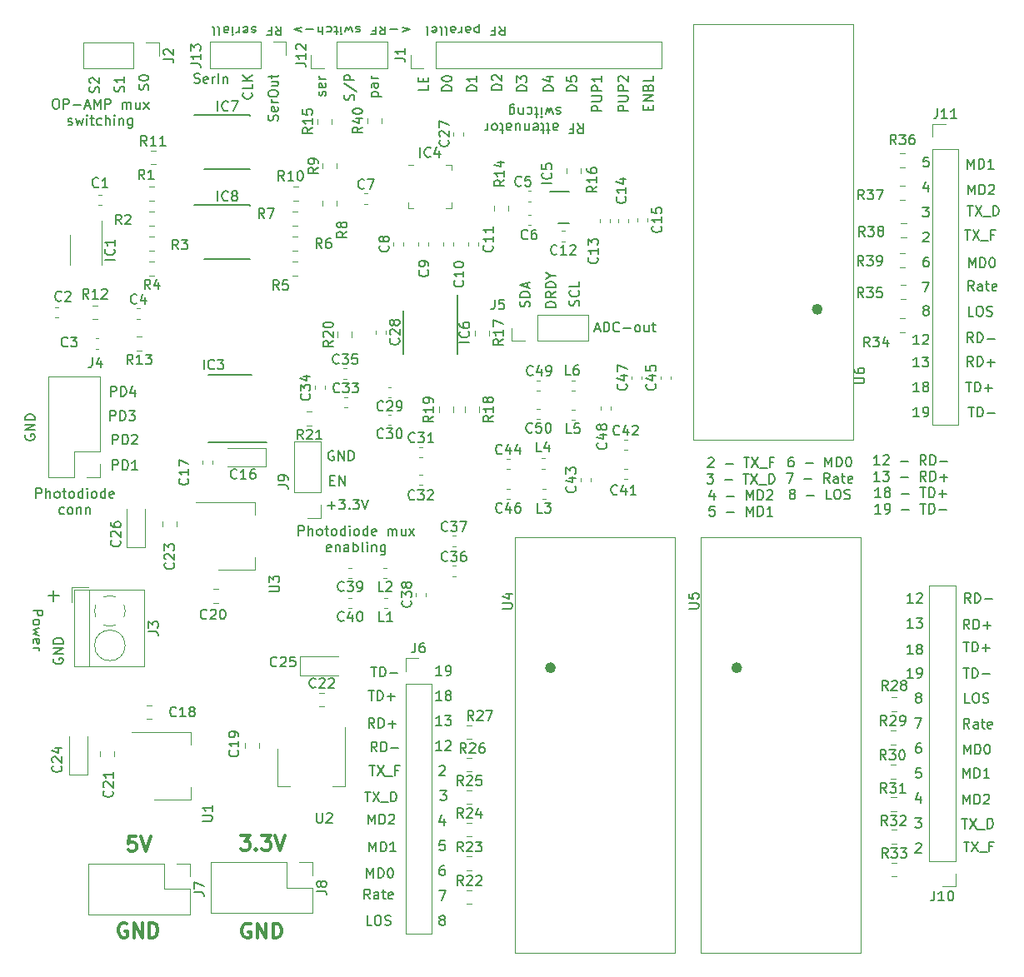
<source format=gbr>
G04 #@! TF.GenerationSoftware,KiCad,Pcbnew,(5.1.0)-1*
G04 #@! TF.CreationDate,2019-05-13T21:51:13+03:00*
G04 #@! TF.ProjectId,OF_link_CATV_tester-Aleksejsm,4f465f6c-696e-46b5-9f43-4154565f7465,rev?*
G04 #@! TF.SameCoordinates,Original*
G04 #@! TF.FileFunction,Legend,Top*
G04 #@! TF.FilePolarity,Positive*
%FSLAX46Y46*%
G04 Gerber Fmt 4.6, Leading zero omitted, Abs format (unit mm)*
G04 Created by KiCad (PCBNEW (5.1.0)-1) date 2019-05-13 21:51:13*
%MOMM*%
%LPD*%
G04 APERTURE LIST*
%ADD10C,0.150000*%
%ADD11C,0.300000*%
%ADD12C,0.120000*%
%ADD13C,0.500000*%
G04 APERTURE END LIST*
D10*
X115379523Y-148788380D02*
X114808095Y-148788380D01*
X115093809Y-148788380D02*
X115093809Y-147788380D01*
X114998571Y-147931238D01*
X114903333Y-148026476D01*
X114808095Y-148074095D01*
X115712857Y-147788380D02*
X116331904Y-147788380D01*
X115998571Y-148169333D01*
X116141428Y-148169333D01*
X116236666Y-148216952D01*
X116284285Y-148264571D01*
X116331904Y-148359809D01*
X116331904Y-148597904D01*
X116284285Y-148693142D01*
X116236666Y-148740761D01*
X116141428Y-148788380D01*
X115855714Y-148788380D01*
X115760476Y-148740761D01*
X115712857Y-148693142D01*
X115379523Y-151328380D02*
X114808095Y-151328380D01*
X115093809Y-151328380D02*
X115093809Y-150328380D01*
X114998571Y-150471238D01*
X114903333Y-150566476D01*
X114808095Y-150614095D01*
X115760476Y-150423619D02*
X115808095Y-150376000D01*
X115903333Y-150328380D01*
X116141428Y-150328380D01*
X116236666Y-150376000D01*
X116284285Y-150423619D01*
X116331904Y-150518857D01*
X116331904Y-150614095D01*
X116284285Y-150756952D01*
X115712857Y-151328380D01*
X116331904Y-151328380D01*
X115379523Y-143708380D02*
X114808095Y-143708380D01*
X115093809Y-143708380D02*
X115093809Y-142708380D01*
X114998571Y-142851238D01*
X114903333Y-142946476D01*
X114808095Y-142994095D01*
X115855714Y-143708380D02*
X116046190Y-143708380D01*
X116141428Y-143660761D01*
X116189047Y-143613142D01*
X116284285Y-143470285D01*
X116331904Y-143279809D01*
X116331904Y-142898857D01*
X116284285Y-142803619D01*
X116236666Y-142756000D01*
X116141428Y-142708380D01*
X115950952Y-142708380D01*
X115855714Y-142756000D01*
X115808095Y-142803619D01*
X115760476Y-142898857D01*
X115760476Y-143136952D01*
X115808095Y-143232190D01*
X115855714Y-143279809D01*
X115950952Y-143327428D01*
X116141428Y-143327428D01*
X116236666Y-143279809D01*
X116284285Y-143232190D01*
X116331904Y-143136952D01*
X115379523Y-146248380D02*
X114808095Y-146248380D01*
X115093809Y-146248380D02*
X115093809Y-145248380D01*
X114998571Y-145391238D01*
X114903333Y-145486476D01*
X114808095Y-145534095D01*
X115950952Y-145676952D02*
X115855714Y-145629333D01*
X115808095Y-145581714D01*
X115760476Y-145486476D01*
X115760476Y-145438857D01*
X115808095Y-145343619D01*
X115855714Y-145296000D01*
X115950952Y-145248380D01*
X116141428Y-145248380D01*
X116236666Y-145296000D01*
X116284285Y-145343619D01*
X116331904Y-145438857D01*
X116331904Y-145486476D01*
X116284285Y-145581714D01*
X116236666Y-145629333D01*
X116141428Y-145676952D01*
X115950952Y-145676952D01*
X115855714Y-145724571D01*
X115808095Y-145772190D01*
X115760476Y-145867428D01*
X115760476Y-146057904D01*
X115808095Y-146153142D01*
X115855714Y-146200761D01*
X115950952Y-146248380D01*
X116141428Y-146248380D01*
X116236666Y-146200761D01*
X116284285Y-146153142D01*
X116331904Y-146057904D01*
X116331904Y-145867428D01*
X116284285Y-145772190D01*
X116236666Y-145724571D01*
X116141428Y-145676952D01*
X115347761Y-168536952D02*
X115252523Y-168489333D01*
X115204904Y-168441714D01*
X115157285Y-168346476D01*
X115157285Y-168298857D01*
X115204904Y-168203619D01*
X115252523Y-168156000D01*
X115347761Y-168108380D01*
X115538238Y-168108380D01*
X115633476Y-168156000D01*
X115681095Y-168203619D01*
X115728714Y-168298857D01*
X115728714Y-168346476D01*
X115681095Y-168441714D01*
X115633476Y-168489333D01*
X115538238Y-168536952D01*
X115347761Y-168536952D01*
X115252523Y-168584571D01*
X115204904Y-168632190D01*
X115157285Y-168727428D01*
X115157285Y-168917904D01*
X115204904Y-169013142D01*
X115252523Y-169060761D01*
X115347761Y-169108380D01*
X115538238Y-169108380D01*
X115633476Y-169060761D01*
X115681095Y-169013142D01*
X115728714Y-168917904D01*
X115728714Y-168727428D01*
X115681095Y-168632190D01*
X115633476Y-168584571D01*
X115538238Y-168536952D01*
X115633476Y-158281714D02*
X115633476Y-158948380D01*
X115395380Y-157900761D02*
X115157285Y-158615047D01*
X115776333Y-158615047D01*
X115157285Y-152963619D02*
X115204904Y-152916000D01*
X115300142Y-152868380D01*
X115538238Y-152868380D01*
X115633476Y-152916000D01*
X115681095Y-152963619D01*
X115728714Y-153058857D01*
X115728714Y-153154095D01*
X115681095Y-153296952D01*
X115109666Y-153868380D01*
X115728714Y-153868380D01*
X115109666Y-165568380D02*
X115776333Y-165568380D01*
X115347761Y-166568380D01*
X115236666Y-155408380D02*
X115855714Y-155408380D01*
X115522380Y-155789333D01*
X115665238Y-155789333D01*
X115760476Y-155836952D01*
X115808095Y-155884571D01*
X115855714Y-155979809D01*
X115855714Y-156217904D01*
X115808095Y-156313142D01*
X115760476Y-156360761D01*
X115665238Y-156408380D01*
X115379523Y-156408380D01*
X115284285Y-156360761D01*
X115236666Y-156313142D01*
X115633476Y-163028380D02*
X115443000Y-163028380D01*
X115347761Y-163076000D01*
X115300142Y-163123619D01*
X115204904Y-163266476D01*
X115157285Y-163456952D01*
X115157285Y-163837904D01*
X115204904Y-163933142D01*
X115252523Y-163980761D01*
X115347761Y-164028380D01*
X115538238Y-164028380D01*
X115633476Y-163980761D01*
X115681095Y-163933142D01*
X115728714Y-163837904D01*
X115728714Y-163599809D01*
X115681095Y-163504571D01*
X115633476Y-163456952D01*
X115538238Y-163409333D01*
X115347761Y-163409333D01*
X115252523Y-163456952D01*
X115204904Y-163504571D01*
X115157285Y-163599809D01*
X115681095Y-160488380D02*
X115204904Y-160488380D01*
X115157285Y-160964571D01*
X115204904Y-160916952D01*
X115300142Y-160869333D01*
X115538238Y-160869333D01*
X115633476Y-160916952D01*
X115681095Y-160964571D01*
X115728714Y-161059809D01*
X115728714Y-161297904D01*
X115681095Y-161393142D01*
X115633476Y-161440761D01*
X115538238Y-161488380D01*
X115300142Y-161488380D01*
X115204904Y-161440761D01*
X115157285Y-161393142D01*
X159877523Y-122310380D02*
X159306095Y-122310380D01*
X159591809Y-122310380D02*
X159591809Y-121310380D01*
X159496571Y-121453238D01*
X159401333Y-121548476D01*
X159306095Y-121596095D01*
X160258476Y-121405619D02*
X160306095Y-121358000D01*
X160401333Y-121310380D01*
X160639428Y-121310380D01*
X160734666Y-121358000D01*
X160782285Y-121405619D01*
X160829904Y-121500857D01*
X160829904Y-121596095D01*
X160782285Y-121738952D01*
X160210857Y-122310380D01*
X160829904Y-122310380D01*
X162020380Y-121929428D02*
X162782285Y-121929428D01*
X164591809Y-122310380D02*
X164258476Y-121834190D01*
X164020380Y-122310380D02*
X164020380Y-121310380D01*
X164401333Y-121310380D01*
X164496571Y-121358000D01*
X164544190Y-121405619D01*
X164591809Y-121500857D01*
X164591809Y-121643714D01*
X164544190Y-121738952D01*
X164496571Y-121786571D01*
X164401333Y-121834190D01*
X164020380Y-121834190D01*
X165020380Y-122310380D02*
X165020380Y-121310380D01*
X165258476Y-121310380D01*
X165401333Y-121358000D01*
X165496571Y-121453238D01*
X165544190Y-121548476D01*
X165591809Y-121738952D01*
X165591809Y-121881809D01*
X165544190Y-122072285D01*
X165496571Y-122167523D01*
X165401333Y-122262761D01*
X165258476Y-122310380D01*
X165020380Y-122310380D01*
X166020380Y-121929428D02*
X166782285Y-121929428D01*
X159877523Y-123960380D02*
X159306095Y-123960380D01*
X159591809Y-123960380D02*
X159591809Y-122960380D01*
X159496571Y-123103238D01*
X159401333Y-123198476D01*
X159306095Y-123246095D01*
X160210857Y-122960380D02*
X160829904Y-122960380D01*
X160496571Y-123341333D01*
X160639428Y-123341333D01*
X160734666Y-123388952D01*
X160782285Y-123436571D01*
X160829904Y-123531809D01*
X160829904Y-123769904D01*
X160782285Y-123865142D01*
X160734666Y-123912761D01*
X160639428Y-123960380D01*
X160353714Y-123960380D01*
X160258476Y-123912761D01*
X160210857Y-123865142D01*
X162020380Y-123579428D02*
X162782285Y-123579428D01*
X164591809Y-123960380D02*
X164258476Y-123484190D01*
X164020380Y-123960380D02*
X164020380Y-122960380D01*
X164401333Y-122960380D01*
X164496571Y-123008000D01*
X164544190Y-123055619D01*
X164591809Y-123150857D01*
X164591809Y-123293714D01*
X164544190Y-123388952D01*
X164496571Y-123436571D01*
X164401333Y-123484190D01*
X164020380Y-123484190D01*
X165020380Y-123960380D02*
X165020380Y-122960380D01*
X165258476Y-122960380D01*
X165401333Y-123008000D01*
X165496571Y-123103238D01*
X165544190Y-123198476D01*
X165591809Y-123388952D01*
X165591809Y-123531809D01*
X165544190Y-123722285D01*
X165496571Y-123817523D01*
X165401333Y-123912761D01*
X165258476Y-123960380D01*
X165020380Y-123960380D01*
X166020380Y-123579428D02*
X166782285Y-123579428D01*
X166401333Y-123960380D02*
X166401333Y-123198476D01*
X159996571Y-125610380D02*
X159425142Y-125610380D01*
X159710857Y-125610380D02*
X159710857Y-124610380D01*
X159615619Y-124753238D01*
X159520380Y-124848476D01*
X159425142Y-124896095D01*
X160568000Y-125038952D02*
X160472761Y-124991333D01*
X160425142Y-124943714D01*
X160377523Y-124848476D01*
X160377523Y-124800857D01*
X160425142Y-124705619D01*
X160472761Y-124658000D01*
X160568000Y-124610380D01*
X160758476Y-124610380D01*
X160853714Y-124658000D01*
X160901333Y-124705619D01*
X160948952Y-124800857D01*
X160948952Y-124848476D01*
X160901333Y-124943714D01*
X160853714Y-124991333D01*
X160758476Y-125038952D01*
X160568000Y-125038952D01*
X160472761Y-125086571D01*
X160425142Y-125134190D01*
X160377523Y-125229428D01*
X160377523Y-125419904D01*
X160425142Y-125515142D01*
X160472761Y-125562761D01*
X160568000Y-125610380D01*
X160758476Y-125610380D01*
X160853714Y-125562761D01*
X160901333Y-125515142D01*
X160948952Y-125419904D01*
X160948952Y-125229428D01*
X160901333Y-125134190D01*
X160853714Y-125086571D01*
X160758476Y-125038952D01*
X162139428Y-125229428D02*
X162901333Y-125229428D01*
X163996571Y-124610380D02*
X164568000Y-124610380D01*
X164282285Y-125610380D02*
X164282285Y-124610380D01*
X164901333Y-125610380D02*
X164901333Y-124610380D01*
X165139428Y-124610380D01*
X165282285Y-124658000D01*
X165377523Y-124753238D01*
X165425142Y-124848476D01*
X165472761Y-125038952D01*
X165472761Y-125181809D01*
X165425142Y-125372285D01*
X165377523Y-125467523D01*
X165282285Y-125562761D01*
X165139428Y-125610380D01*
X164901333Y-125610380D01*
X165901333Y-125229428D02*
X166663238Y-125229428D01*
X166282285Y-125610380D02*
X166282285Y-124848476D01*
X159996571Y-127260380D02*
X159425142Y-127260380D01*
X159710857Y-127260380D02*
X159710857Y-126260380D01*
X159615619Y-126403238D01*
X159520380Y-126498476D01*
X159425142Y-126546095D01*
X160472761Y-127260380D02*
X160663238Y-127260380D01*
X160758476Y-127212761D01*
X160806095Y-127165142D01*
X160901333Y-127022285D01*
X160948952Y-126831809D01*
X160948952Y-126450857D01*
X160901333Y-126355619D01*
X160853714Y-126308000D01*
X160758476Y-126260380D01*
X160568000Y-126260380D01*
X160472761Y-126308000D01*
X160425142Y-126355619D01*
X160377523Y-126450857D01*
X160377523Y-126688952D01*
X160425142Y-126784190D01*
X160472761Y-126831809D01*
X160568000Y-126879428D01*
X160758476Y-126879428D01*
X160853714Y-126831809D01*
X160901333Y-126784190D01*
X160948952Y-126688952D01*
X162139428Y-126879428D02*
X162901333Y-126879428D01*
X163996571Y-126260380D02*
X164568000Y-126260380D01*
X164282285Y-127260380D02*
X164282285Y-126260380D01*
X164901333Y-127260380D02*
X164901333Y-126260380D01*
X165139428Y-126260380D01*
X165282285Y-126308000D01*
X165377523Y-126403238D01*
X165425142Y-126498476D01*
X165472761Y-126688952D01*
X165472761Y-126831809D01*
X165425142Y-127022285D01*
X165377523Y-127117523D01*
X165282285Y-127212761D01*
X165139428Y-127260380D01*
X164901333Y-127260380D01*
X165901333Y-126879428D02*
X166663238Y-126879428D01*
X151058904Y-121500380D02*
X150868428Y-121500380D01*
X150773190Y-121548000D01*
X150725571Y-121595619D01*
X150630333Y-121738476D01*
X150582714Y-121928952D01*
X150582714Y-122309904D01*
X150630333Y-122405142D01*
X150677952Y-122452761D01*
X150773190Y-122500380D01*
X150963666Y-122500380D01*
X151058904Y-122452761D01*
X151106523Y-122405142D01*
X151154142Y-122309904D01*
X151154142Y-122071809D01*
X151106523Y-121976571D01*
X151058904Y-121928952D01*
X150963666Y-121881333D01*
X150773190Y-121881333D01*
X150677952Y-121928952D01*
X150630333Y-121976571D01*
X150582714Y-122071809D01*
X152344619Y-122119428D02*
X153106523Y-122119428D01*
X154344619Y-122500380D02*
X154344619Y-121500380D01*
X154677952Y-122214666D01*
X155011285Y-121500380D01*
X155011285Y-122500380D01*
X155487476Y-122500380D02*
X155487476Y-121500380D01*
X155725571Y-121500380D01*
X155868428Y-121548000D01*
X155963666Y-121643238D01*
X156011285Y-121738476D01*
X156058904Y-121928952D01*
X156058904Y-122071809D01*
X156011285Y-122262285D01*
X155963666Y-122357523D01*
X155868428Y-122452761D01*
X155725571Y-122500380D01*
X155487476Y-122500380D01*
X156677952Y-121500380D02*
X156773190Y-121500380D01*
X156868428Y-121548000D01*
X156916047Y-121595619D01*
X156963666Y-121690857D01*
X157011285Y-121881333D01*
X157011285Y-122119428D01*
X156963666Y-122309904D01*
X156916047Y-122405142D01*
X156868428Y-122452761D01*
X156773190Y-122500380D01*
X156677952Y-122500380D01*
X156582714Y-122452761D01*
X156535095Y-122405142D01*
X156487476Y-122309904D01*
X156439857Y-122119428D01*
X156439857Y-121881333D01*
X156487476Y-121690857D01*
X156535095Y-121595619D01*
X156582714Y-121548000D01*
X156677952Y-121500380D01*
X150416047Y-123150380D02*
X151082714Y-123150380D01*
X150654142Y-124150380D01*
X152225571Y-123769428D02*
X152987476Y-123769428D01*
X154797000Y-124150380D02*
X154463666Y-123674190D01*
X154225571Y-124150380D02*
X154225571Y-123150380D01*
X154606523Y-123150380D01*
X154701761Y-123198000D01*
X154749380Y-123245619D01*
X154797000Y-123340857D01*
X154797000Y-123483714D01*
X154749380Y-123578952D01*
X154701761Y-123626571D01*
X154606523Y-123674190D01*
X154225571Y-123674190D01*
X155654142Y-124150380D02*
X155654142Y-123626571D01*
X155606523Y-123531333D01*
X155511285Y-123483714D01*
X155320809Y-123483714D01*
X155225571Y-123531333D01*
X155654142Y-124102761D02*
X155558904Y-124150380D01*
X155320809Y-124150380D01*
X155225571Y-124102761D01*
X155177952Y-124007523D01*
X155177952Y-123912285D01*
X155225571Y-123817047D01*
X155320809Y-123769428D01*
X155558904Y-123769428D01*
X155654142Y-123721809D01*
X155987476Y-123483714D02*
X156368428Y-123483714D01*
X156130333Y-123150380D02*
X156130333Y-124007523D01*
X156177952Y-124102761D01*
X156273190Y-124150380D01*
X156368428Y-124150380D01*
X157082714Y-124102761D02*
X156987476Y-124150380D01*
X156797000Y-124150380D01*
X156701761Y-124102761D01*
X156654142Y-124007523D01*
X156654142Y-123626571D01*
X156701761Y-123531333D01*
X156797000Y-123483714D01*
X156987476Y-123483714D01*
X157082714Y-123531333D01*
X157130333Y-123626571D01*
X157130333Y-123721809D01*
X156654142Y-123817047D01*
X150916047Y-125228952D02*
X150820809Y-125181333D01*
X150773190Y-125133714D01*
X150725571Y-125038476D01*
X150725571Y-124990857D01*
X150773190Y-124895619D01*
X150820809Y-124848000D01*
X150916047Y-124800380D01*
X151106523Y-124800380D01*
X151201761Y-124848000D01*
X151249380Y-124895619D01*
X151297000Y-124990857D01*
X151297000Y-125038476D01*
X151249380Y-125133714D01*
X151201761Y-125181333D01*
X151106523Y-125228952D01*
X150916047Y-125228952D01*
X150820809Y-125276571D01*
X150773190Y-125324190D01*
X150725571Y-125419428D01*
X150725571Y-125609904D01*
X150773190Y-125705142D01*
X150820809Y-125752761D01*
X150916047Y-125800380D01*
X151106523Y-125800380D01*
X151201761Y-125752761D01*
X151249380Y-125705142D01*
X151297000Y-125609904D01*
X151297000Y-125419428D01*
X151249380Y-125324190D01*
X151201761Y-125276571D01*
X151106523Y-125228952D01*
X152487476Y-125419428D02*
X153249380Y-125419428D01*
X154963666Y-125800380D02*
X154487476Y-125800380D01*
X154487476Y-124800380D01*
X155487476Y-124800380D02*
X155677952Y-124800380D01*
X155773190Y-124848000D01*
X155868428Y-124943238D01*
X155916047Y-125133714D01*
X155916047Y-125467047D01*
X155868428Y-125657523D01*
X155773190Y-125752761D01*
X155677952Y-125800380D01*
X155487476Y-125800380D01*
X155392238Y-125752761D01*
X155297000Y-125657523D01*
X155249380Y-125467047D01*
X155249380Y-125133714D01*
X155297000Y-124943238D01*
X155392238Y-124848000D01*
X155487476Y-124800380D01*
X156297000Y-125752761D02*
X156439857Y-125800380D01*
X156677952Y-125800380D01*
X156773190Y-125752761D01*
X156820809Y-125705142D01*
X156868428Y-125609904D01*
X156868428Y-125514666D01*
X156820809Y-125419428D01*
X156773190Y-125371809D01*
X156677952Y-125324190D01*
X156487476Y-125276571D01*
X156392238Y-125228952D01*
X156344619Y-125181333D01*
X156297000Y-125086095D01*
X156297000Y-124990857D01*
X156344619Y-124895619D01*
X156392238Y-124848000D01*
X156487476Y-124800380D01*
X156725571Y-124800380D01*
X156868428Y-124848000D01*
X142462666Y-121659619D02*
X142510285Y-121612000D01*
X142605523Y-121564380D01*
X142843619Y-121564380D01*
X142938857Y-121612000D01*
X142986476Y-121659619D01*
X143034095Y-121754857D01*
X143034095Y-121850095D01*
X142986476Y-121992952D01*
X142415047Y-122564380D01*
X143034095Y-122564380D01*
X144224571Y-122183428D02*
X144986476Y-122183428D01*
X146081714Y-121564380D02*
X146653142Y-121564380D01*
X146367428Y-122564380D02*
X146367428Y-121564380D01*
X146891238Y-121564380D02*
X147557904Y-122564380D01*
X147557904Y-121564380D02*
X146891238Y-122564380D01*
X147700761Y-122659619D02*
X148462666Y-122659619D01*
X149034095Y-122040571D02*
X148700761Y-122040571D01*
X148700761Y-122564380D02*
X148700761Y-121564380D01*
X149176952Y-121564380D01*
X142343619Y-123214380D02*
X142962666Y-123214380D01*
X142629333Y-123595333D01*
X142772190Y-123595333D01*
X142867428Y-123642952D01*
X142915047Y-123690571D01*
X142962666Y-123785809D01*
X142962666Y-124023904D01*
X142915047Y-124119142D01*
X142867428Y-124166761D01*
X142772190Y-124214380D01*
X142486476Y-124214380D01*
X142391238Y-124166761D01*
X142343619Y-124119142D01*
X144153142Y-123833428D02*
X144915047Y-123833428D01*
X146010285Y-123214380D02*
X146581714Y-123214380D01*
X146296000Y-124214380D02*
X146296000Y-123214380D01*
X146819809Y-123214380D02*
X147486476Y-124214380D01*
X147486476Y-123214380D02*
X146819809Y-124214380D01*
X147629333Y-124309619D02*
X148391238Y-124309619D01*
X148629333Y-124214380D02*
X148629333Y-123214380D01*
X148867428Y-123214380D01*
X149010285Y-123262000D01*
X149105523Y-123357238D01*
X149153142Y-123452476D01*
X149200761Y-123642952D01*
X149200761Y-123785809D01*
X149153142Y-123976285D01*
X149105523Y-124071523D01*
X149010285Y-124166761D01*
X148867428Y-124214380D01*
X148629333Y-124214380D01*
X143057904Y-125197714D02*
X143057904Y-125864380D01*
X142819809Y-124816761D02*
X142581714Y-125531047D01*
X143200761Y-125531047D01*
X144343619Y-125483428D02*
X145105523Y-125483428D01*
X146343619Y-125864380D02*
X146343619Y-124864380D01*
X146676952Y-125578666D01*
X147010285Y-124864380D01*
X147010285Y-125864380D01*
X147486476Y-125864380D02*
X147486476Y-124864380D01*
X147724571Y-124864380D01*
X147867428Y-124912000D01*
X147962666Y-125007238D01*
X148010285Y-125102476D01*
X148057904Y-125292952D01*
X148057904Y-125435809D01*
X148010285Y-125626285D01*
X147962666Y-125721523D01*
X147867428Y-125816761D01*
X147724571Y-125864380D01*
X147486476Y-125864380D01*
X148438857Y-124959619D02*
X148486476Y-124912000D01*
X148581714Y-124864380D01*
X148819809Y-124864380D01*
X148915047Y-124912000D01*
X148962666Y-124959619D01*
X149010285Y-125054857D01*
X149010285Y-125150095D01*
X148962666Y-125292952D01*
X148391238Y-125864380D01*
X149010285Y-125864380D01*
X143105523Y-126514380D02*
X142629333Y-126514380D01*
X142581714Y-126990571D01*
X142629333Y-126942952D01*
X142724571Y-126895333D01*
X142962666Y-126895333D01*
X143057904Y-126942952D01*
X143105523Y-126990571D01*
X143153142Y-127085809D01*
X143153142Y-127323904D01*
X143105523Y-127419142D01*
X143057904Y-127466761D01*
X142962666Y-127514380D01*
X142724571Y-127514380D01*
X142629333Y-127466761D01*
X142581714Y-127419142D01*
X144343619Y-127133428D02*
X145105523Y-127133428D01*
X146343619Y-127514380D02*
X146343619Y-126514380D01*
X146676952Y-127228666D01*
X147010285Y-126514380D01*
X147010285Y-127514380D01*
X147486476Y-127514380D02*
X147486476Y-126514380D01*
X147724571Y-126514380D01*
X147867428Y-126562000D01*
X147962666Y-126657238D01*
X148010285Y-126752476D01*
X148057904Y-126942952D01*
X148057904Y-127085809D01*
X148010285Y-127276285D01*
X147962666Y-127371523D01*
X147867428Y-127466761D01*
X147724571Y-127514380D01*
X147486476Y-127514380D01*
X149010285Y-127514380D02*
X148438857Y-127514380D01*
X148724571Y-127514380D02*
X148724571Y-126514380D01*
X148629333Y-126657238D01*
X148534095Y-126752476D01*
X148438857Y-126800095D01*
X164782476Y-93892714D02*
X164782476Y-94559380D01*
X164544380Y-93511761D02*
X164306285Y-94226047D01*
X164925333Y-94226047D01*
X164782476Y-101179380D02*
X164592000Y-101179380D01*
X164496761Y-101227000D01*
X164449142Y-101274619D01*
X164353904Y-101417476D01*
X164306285Y-101607952D01*
X164306285Y-101988904D01*
X164353904Y-102084142D01*
X164401523Y-102131761D01*
X164496761Y-102179380D01*
X164687238Y-102179380D01*
X164782476Y-102131761D01*
X164830095Y-102084142D01*
X164877714Y-101988904D01*
X164877714Y-101750809D01*
X164830095Y-101655571D01*
X164782476Y-101607952D01*
X164687238Y-101560333D01*
X164496761Y-101560333D01*
X164401523Y-101607952D01*
X164353904Y-101655571D01*
X164306285Y-101750809D01*
X164496761Y-106560952D02*
X164401523Y-106513333D01*
X164353904Y-106465714D01*
X164306285Y-106370476D01*
X164306285Y-106322857D01*
X164353904Y-106227619D01*
X164401523Y-106180000D01*
X164496761Y-106132380D01*
X164687238Y-106132380D01*
X164782476Y-106180000D01*
X164830095Y-106227619D01*
X164877714Y-106322857D01*
X164877714Y-106370476D01*
X164830095Y-106465714D01*
X164782476Y-106513333D01*
X164687238Y-106560952D01*
X164496761Y-106560952D01*
X164401523Y-106608571D01*
X164353904Y-106656190D01*
X164306285Y-106751428D01*
X164306285Y-106941904D01*
X164353904Y-107037142D01*
X164401523Y-107084761D01*
X164496761Y-107132380D01*
X164687238Y-107132380D01*
X164782476Y-107084761D01*
X164830095Y-107037142D01*
X164877714Y-106941904D01*
X164877714Y-106751428D01*
X164830095Y-106656190D01*
X164782476Y-106608571D01*
X164687238Y-106560952D01*
X164830095Y-91019380D02*
X164353904Y-91019380D01*
X164306285Y-91495571D01*
X164353904Y-91447952D01*
X164449142Y-91400333D01*
X164687238Y-91400333D01*
X164782476Y-91447952D01*
X164830095Y-91495571D01*
X164877714Y-91590809D01*
X164877714Y-91828904D01*
X164830095Y-91924142D01*
X164782476Y-91971761D01*
X164687238Y-92019380D01*
X164449142Y-92019380D01*
X164353904Y-91971761D01*
X164306285Y-91924142D01*
X164258666Y-103719380D02*
X164925333Y-103719380D01*
X164496761Y-104719380D01*
X164306285Y-98734619D02*
X164353904Y-98687000D01*
X164449142Y-98639380D01*
X164687238Y-98639380D01*
X164782476Y-98687000D01*
X164830095Y-98734619D01*
X164877714Y-98829857D01*
X164877714Y-98925095D01*
X164830095Y-99067952D01*
X164258666Y-99639380D01*
X164877714Y-99639380D01*
X164258666Y-96099380D02*
X164877714Y-96099380D01*
X164544380Y-96480333D01*
X164687238Y-96480333D01*
X164782476Y-96527952D01*
X164830095Y-96575571D01*
X164877714Y-96670809D01*
X164877714Y-96908904D01*
X164830095Y-97004142D01*
X164782476Y-97051761D01*
X164687238Y-97099380D01*
X164401523Y-97099380D01*
X164306285Y-97051761D01*
X164258666Y-97004142D01*
X163893523Y-114879380D02*
X163322095Y-114879380D01*
X163607809Y-114879380D02*
X163607809Y-113879380D01*
X163512571Y-114022238D01*
X163417333Y-114117476D01*
X163322095Y-114165095D01*
X164464952Y-114307952D02*
X164369714Y-114260333D01*
X164322095Y-114212714D01*
X164274476Y-114117476D01*
X164274476Y-114069857D01*
X164322095Y-113974619D01*
X164369714Y-113927000D01*
X164464952Y-113879380D01*
X164655428Y-113879380D01*
X164750666Y-113927000D01*
X164798285Y-113974619D01*
X164845904Y-114069857D01*
X164845904Y-114117476D01*
X164798285Y-114212714D01*
X164750666Y-114260333D01*
X164655428Y-114307952D01*
X164464952Y-114307952D01*
X164369714Y-114355571D01*
X164322095Y-114403190D01*
X164274476Y-114498428D01*
X164274476Y-114688904D01*
X164322095Y-114784142D01*
X164369714Y-114831761D01*
X164464952Y-114879380D01*
X164655428Y-114879380D01*
X164750666Y-114831761D01*
X164798285Y-114784142D01*
X164845904Y-114688904D01*
X164845904Y-114498428D01*
X164798285Y-114403190D01*
X164750666Y-114355571D01*
X164655428Y-114307952D01*
X163893523Y-117419380D02*
X163322095Y-117419380D01*
X163607809Y-117419380D02*
X163607809Y-116419380D01*
X163512571Y-116562238D01*
X163417333Y-116657476D01*
X163322095Y-116705095D01*
X164369714Y-117419380D02*
X164560190Y-117419380D01*
X164655428Y-117371761D01*
X164703047Y-117324142D01*
X164798285Y-117181285D01*
X164845904Y-116990809D01*
X164845904Y-116609857D01*
X164798285Y-116514619D01*
X164750666Y-116467000D01*
X164655428Y-116419380D01*
X164464952Y-116419380D01*
X164369714Y-116467000D01*
X164322095Y-116514619D01*
X164274476Y-116609857D01*
X164274476Y-116847952D01*
X164322095Y-116943190D01*
X164369714Y-116990809D01*
X164464952Y-117038428D01*
X164655428Y-117038428D01*
X164750666Y-116990809D01*
X164798285Y-116943190D01*
X164845904Y-116847952D01*
X163893523Y-110053380D02*
X163322095Y-110053380D01*
X163607809Y-110053380D02*
X163607809Y-109053380D01*
X163512571Y-109196238D01*
X163417333Y-109291476D01*
X163322095Y-109339095D01*
X164274476Y-109148619D02*
X164322095Y-109101000D01*
X164417333Y-109053380D01*
X164655428Y-109053380D01*
X164750666Y-109101000D01*
X164798285Y-109148619D01*
X164845904Y-109243857D01*
X164845904Y-109339095D01*
X164798285Y-109481952D01*
X164226857Y-110053380D01*
X164845904Y-110053380D01*
X163893523Y-112339380D02*
X163322095Y-112339380D01*
X163607809Y-112339380D02*
X163607809Y-111339380D01*
X163512571Y-111482238D01*
X163417333Y-111577476D01*
X163322095Y-111625095D01*
X164226857Y-111339380D02*
X164845904Y-111339380D01*
X164512571Y-111720333D01*
X164655428Y-111720333D01*
X164750666Y-111767952D01*
X164798285Y-111815571D01*
X164845904Y-111910809D01*
X164845904Y-112148904D01*
X164798285Y-112244142D01*
X164750666Y-112291761D01*
X164655428Y-112339380D01*
X164369714Y-112339380D01*
X164274476Y-112291761D01*
X164226857Y-112244142D01*
X163258523Y-136342380D02*
X162687095Y-136342380D01*
X162972809Y-136342380D02*
X162972809Y-135342380D01*
X162877571Y-135485238D01*
X162782333Y-135580476D01*
X162687095Y-135628095D01*
X163639476Y-135437619D02*
X163687095Y-135390000D01*
X163782333Y-135342380D01*
X164020428Y-135342380D01*
X164115666Y-135390000D01*
X164163285Y-135437619D01*
X164210904Y-135532857D01*
X164210904Y-135628095D01*
X164163285Y-135770952D01*
X163591857Y-136342380D01*
X164210904Y-136342380D01*
X163258523Y-141549380D02*
X162687095Y-141549380D01*
X162972809Y-141549380D02*
X162972809Y-140549380D01*
X162877571Y-140692238D01*
X162782333Y-140787476D01*
X162687095Y-140835095D01*
X163829952Y-140977952D02*
X163734714Y-140930333D01*
X163687095Y-140882714D01*
X163639476Y-140787476D01*
X163639476Y-140739857D01*
X163687095Y-140644619D01*
X163734714Y-140597000D01*
X163829952Y-140549380D01*
X164020428Y-140549380D01*
X164115666Y-140597000D01*
X164163285Y-140644619D01*
X164210904Y-140739857D01*
X164210904Y-140787476D01*
X164163285Y-140882714D01*
X164115666Y-140930333D01*
X164020428Y-140977952D01*
X163829952Y-140977952D01*
X163734714Y-141025571D01*
X163687095Y-141073190D01*
X163639476Y-141168428D01*
X163639476Y-141358904D01*
X163687095Y-141454142D01*
X163734714Y-141501761D01*
X163829952Y-141549380D01*
X164020428Y-141549380D01*
X164115666Y-141501761D01*
X164163285Y-141454142D01*
X164210904Y-141358904D01*
X164210904Y-141168428D01*
X164163285Y-141073190D01*
X164115666Y-141025571D01*
X164020428Y-140977952D01*
X163258523Y-138882380D02*
X162687095Y-138882380D01*
X162972809Y-138882380D02*
X162972809Y-137882380D01*
X162877571Y-138025238D01*
X162782333Y-138120476D01*
X162687095Y-138168095D01*
X163591857Y-137882380D02*
X164210904Y-137882380D01*
X163877571Y-138263333D01*
X164020428Y-138263333D01*
X164115666Y-138310952D01*
X164163285Y-138358571D01*
X164210904Y-138453809D01*
X164210904Y-138691904D01*
X164163285Y-138787142D01*
X164115666Y-138834761D01*
X164020428Y-138882380D01*
X163734714Y-138882380D01*
X163639476Y-138834761D01*
X163591857Y-138787142D01*
X163734761Y-145930952D02*
X163639523Y-145883333D01*
X163591904Y-145835714D01*
X163544285Y-145740476D01*
X163544285Y-145692857D01*
X163591904Y-145597619D01*
X163639523Y-145550000D01*
X163734761Y-145502380D01*
X163925238Y-145502380D01*
X164020476Y-145550000D01*
X164068095Y-145597619D01*
X164115714Y-145692857D01*
X164115714Y-145740476D01*
X164068095Y-145835714D01*
X164020476Y-145883333D01*
X163925238Y-145930952D01*
X163734761Y-145930952D01*
X163639523Y-145978571D01*
X163591904Y-146026190D01*
X163544285Y-146121428D01*
X163544285Y-146311904D01*
X163591904Y-146407142D01*
X163639523Y-146454761D01*
X163734761Y-146502380D01*
X163925238Y-146502380D01*
X164020476Y-146454761D01*
X164068095Y-146407142D01*
X164115714Y-146311904D01*
X164115714Y-146121428D01*
X164068095Y-146026190D01*
X164020476Y-145978571D01*
X163925238Y-145930952D01*
X163258523Y-143962380D02*
X162687095Y-143962380D01*
X162972809Y-143962380D02*
X162972809Y-142962380D01*
X162877571Y-143105238D01*
X162782333Y-143200476D01*
X162687095Y-143248095D01*
X163734714Y-143962380D02*
X163925190Y-143962380D01*
X164020428Y-143914761D01*
X164068047Y-143867142D01*
X164163285Y-143724285D01*
X164210904Y-143533809D01*
X164210904Y-143152857D01*
X164163285Y-143057619D01*
X164115666Y-143010000D01*
X164020428Y-142962380D01*
X163829952Y-142962380D01*
X163734714Y-143010000D01*
X163687095Y-143057619D01*
X163639476Y-143152857D01*
X163639476Y-143390952D01*
X163687095Y-143486190D01*
X163734714Y-143533809D01*
X163829952Y-143581428D01*
X164020428Y-143581428D01*
X164115666Y-143533809D01*
X164163285Y-143486190D01*
X164210904Y-143390952D01*
X164020476Y-150582380D02*
X163830000Y-150582380D01*
X163734761Y-150630000D01*
X163687142Y-150677619D01*
X163591904Y-150820476D01*
X163544285Y-151010952D01*
X163544285Y-151391904D01*
X163591904Y-151487142D01*
X163639523Y-151534761D01*
X163734761Y-151582380D01*
X163925238Y-151582380D01*
X164020476Y-151534761D01*
X164068095Y-151487142D01*
X164115714Y-151391904D01*
X164115714Y-151153809D01*
X164068095Y-151058571D01*
X164020476Y-151010952D01*
X163925238Y-150963333D01*
X163734761Y-150963333D01*
X163639523Y-151010952D01*
X163591904Y-151058571D01*
X163544285Y-151153809D01*
X163496666Y-148042380D02*
X164163333Y-148042380D01*
X163734761Y-149042380D01*
X164020476Y-155995714D02*
X164020476Y-156662380D01*
X163782380Y-155614761D02*
X163544285Y-156329047D01*
X164163333Y-156329047D01*
X164068095Y-153122380D02*
X163591904Y-153122380D01*
X163544285Y-153598571D01*
X163591904Y-153550952D01*
X163687142Y-153503333D01*
X163925238Y-153503333D01*
X164020476Y-153550952D01*
X164068095Y-153598571D01*
X164115714Y-153693809D01*
X164115714Y-153931904D01*
X164068095Y-154027142D01*
X164020476Y-154074761D01*
X163925238Y-154122380D01*
X163687142Y-154122380D01*
X163591904Y-154074761D01*
X163544285Y-154027142D01*
X163496666Y-158202380D02*
X164115714Y-158202380D01*
X163782380Y-158583333D01*
X163925238Y-158583333D01*
X164020476Y-158630952D01*
X164068095Y-158678571D01*
X164115714Y-158773809D01*
X164115714Y-159011904D01*
X164068095Y-159107142D01*
X164020476Y-159154761D01*
X163925238Y-159202380D01*
X163639523Y-159202380D01*
X163544285Y-159154761D01*
X163496666Y-159107142D01*
X163544285Y-160837619D02*
X163591904Y-160790000D01*
X163687142Y-160742380D01*
X163925238Y-160742380D01*
X164020476Y-160790000D01*
X164068095Y-160837619D01*
X164115714Y-160932857D01*
X164115714Y-161028095D01*
X164068095Y-161170952D01*
X163496666Y-161742380D01*
X164115714Y-161742380D01*
X126944380Y-106274976D02*
X125944380Y-106274976D01*
X125944380Y-106036880D01*
X125992000Y-105894023D01*
X126087238Y-105798785D01*
X126182476Y-105751166D01*
X126372952Y-105703547D01*
X126515809Y-105703547D01*
X126706285Y-105751166D01*
X126801523Y-105798785D01*
X126896761Y-105894023D01*
X126944380Y-106036880D01*
X126944380Y-106274976D01*
X126944380Y-104703547D02*
X126468190Y-105036880D01*
X126944380Y-105274976D02*
X125944380Y-105274976D01*
X125944380Y-104894023D01*
X125992000Y-104798785D01*
X126039619Y-104751166D01*
X126134857Y-104703547D01*
X126277714Y-104703547D01*
X126372952Y-104751166D01*
X126420571Y-104798785D01*
X126468190Y-104894023D01*
X126468190Y-105274976D01*
X126944380Y-104274976D02*
X125944380Y-104274976D01*
X125944380Y-104036880D01*
X125992000Y-103894023D01*
X126087238Y-103798785D01*
X126182476Y-103751166D01*
X126372952Y-103703547D01*
X126515809Y-103703547D01*
X126706285Y-103751166D01*
X126801523Y-103798785D01*
X126896761Y-103894023D01*
X126944380Y-104036880D01*
X126944380Y-104274976D01*
X126468190Y-103084500D02*
X126944380Y-103084500D01*
X125944380Y-103417833D02*
X126468190Y-103084500D01*
X125944380Y-102751166D01*
X106449761Y-85256523D02*
X106497380Y-85113666D01*
X106497380Y-84875571D01*
X106449761Y-84780333D01*
X106402142Y-84732714D01*
X106306904Y-84685095D01*
X106211666Y-84685095D01*
X106116428Y-84732714D01*
X106068809Y-84780333D01*
X106021190Y-84875571D01*
X105973571Y-85066047D01*
X105925952Y-85161285D01*
X105878333Y-85208904D01*
X105783095Y-85256523D01*
X105687857Y-85256523D01*
X105592619Y-85208904D01*
X105545000Y-85161285D01*
X105497380Y-85066047D01*
X105497380Y-84827952D01*
X105545000Y-84685095D01*
X105449761Y-83542238D02*
X106735476Y-84399380D01*
X106497380Y-83208904D02*
X105497380Y-83208904D01*
X105497380Y-82827952D01*
X105545000Y-82732714D01*
X105592619Y-82685095D01*
X105687857Y-82637476D01*
X105830714Y-82637476D01*
X105925952Y-82685095D01*
X105973571Y-82732714D01*
X106021190Y-82827952D01*
X106021190Y-83208904D01*
X108243714Y-84859690D02*
X109243714Y-84859690D01*
X108291333Y-84859690D02*
X108243714Y-84764452D01*
X108243714Y-84573976D01*
X108291333Y-84478738D01*
X108338952Y-84431119D01*
X108434190Y-84383500D01*
X108719904Y-84383500D01*
X108815142Y-84431119D01*
X108862761Y-84478738D01*
X108910380Y-84573976D01*
X108910380Y-84764452D01*
X108862761Y-84859690D01*
X108910380Y-83526357D02*
X108386571Y-83526357D01*
X108291333Y-83573976D01*
X108243714Y-83669214D01*
X108243714Y-83859690D01*
X108291333Y-83954928D01*
X108862761Y-83526357D02*
X108910380Y-83621595D01*
X108910380Y-83859690D01*
X108862761Y-83954928D01*
X108767523Y-84002547D01*
X108672285Y-84002547D01*
X108577047Y-83954928D01*
X108529428Y-83859690D01*
X108529428Y-83621595D01*
X108481809Y-83526357D01*
X108910380Y-83050166D02*
X108243714Y-83050166D01*
X108434190Y-83050166D02*
X108338952Y-83002547D01*
X108291333Y-82954928D01*
X108243714Y-82859690D01*
X108243714Y-82764452D01*
X103528761Y-84772380D02*
X103576380Y-84677142D01*
X103576380Y-84486666D01*
X103528761Y-84391428D01*
X103433523Y-84343809D01*
X103385904Y-84343809D01*
X103290666Y-84391428D01*
X103243047Y-84486666D01*
X103243047Y-84629523D01*
X103195428Y-84724761D01*
X103100190Y-84772380D01*
X103052571Y-84772380D01*
X102957333Y-84724761D01*
X102909714Y-84629523D01*
X102909714Y-84486666D01*
X102957333Y-84391428D01*
X103528761Y-83534285D02*
X103576380Y-83629523D01*
X103576380Y-83820000D01*
X103528761Y-83915238D01*
X103433523Y-83962857D01*
X103052571Y-83962857D01*
X102957333Y-83915238D01*
X102909714Y-83820000D01*
X102909714Y-83629523D01*
X102957333Y-83534285D01*
X103052571Y-83486666D01*
X103147809Y-83486666D01*
X103243047Y-83962857D01*
X103576380Y-83058095D02*
X102909714Y-83058095D01*
X103100190Y-83058095D02*
X103004952Y-83010476D01*
X102957333Y-82962857D01*
X102909714Y-82867619D01*
X102909714Y-82772380D01*
X111354547Y-78276428D02*
X112116452Y-78047857D01*
X111354547Y-77819285D01*
X110878357Y-78047857D02*
X110116452Y-78047857D01*
X109068833Y-77743095D02*
X109402166Y-78124047D01*
X109640261Y-77743095D02*
X109640261Y-78543095D01*
X109259309Y-78543095D01*
X109164071Y-78505000D01*
X109116452Y-78466904D01*
X109068833Y-78390714D01*
X109068833Y-78276428D01*
X109116452Y-78200238D01*
X109164071Y-78162142D01*
X109259309Y-78124047D01*
X109640261Y-78124047D01*
X108306928Y-78162142D02*
X108640261Y-78162142D01*
X108640261Y-77743095D02*
X108640261Y-78543095D01*
X108164071Y-78543095D01*
X107068833Y-77781190D02*
X106973595Y-77743095D01*
X106783119Y-77743095D01*
X106687880Y-77781190D01*
X106640261Y-77857380D01*
X106640261Y-77895476D01*
X106687880Y-77971666D01*
X106783119Y-78009761D01*
X106925976Y-78009761D01*
X107021214Y-78047857D01*
X107068833Y-78124047D01*
X107068833Y-78162142D01*
X107021214Y-78238333D01*
X106925976Y-78276428D01*
X106783119Y-78276428D01*
X106687880Y-78238333D01*
X106306928Y-78276428D02*
X106116452Y-77743095D01*
X105925976Y-78124047D01*
X105735500Y-77743095D01*
X105545023Y-78276428D01*
X105164071Y-77743095D02*
X105164071Y-78276428D01*
X105164071Y-78543095D02*
X105211690Y-78505000D01*
X105164071Y-78466904D01*
X105116452Y-78505000D01*
X105164071Y-78543095D01*
X105164071Y-78466904D01*
X104830738Y-78276428D02*
X104449785Y-78276428D01*
X104687880Y-78543095D02*
X104687880Y-77857380D01*
X104640261Y-77781190D01*
X104545023Y-77743095D01*
X104449785Y-77743095D01*
X103687880Y-77781190D02*
X103783119Y-77743095D01*
X103973595Y-77743095D01*
X104068833Y-77781190D01*
X104116452Y-77819285D01*
X104164071Y-77895476D01*
X104164071Y-78124047D01*
X104116452Y-78200238D01*
X104068833Y-78238333D01*
X103973595Y-78276428D01*
X103783119Y-78276428D01*
X103687880Y-78238333D01*
X103259309Y-77743095D02*
X103259309Y-78543095D01*
X102830738Y-77743095D02*
X102830738Y-78162142D01*
X102878357Y-78238333D01*
X102973595Y-78276428D01*
X103116452Y-78276428D01*
X103211690Y-78238333D01*
X103259309Y-78200238D01*
X102354547Y-78047857D02*
X101592642Y-78047857D01*
X101116452Y-78276428D02*
X100354547Y-78047857D01*
X101116452Y-77819285D01*
X121236952Y-77806595D02*
X121570285Y-78187547D01*
X121808380Y-77806595D02*
X121808380Y-78606595D01*
X121427428Y-78606595D01*
X121332190Y-78568500D01*
X121284571Y-78530404D01*
X121236952Y-78454214D01*
X121236952Y-78339928D01*
X121284571Y-78263738D01*
X121332190Y-78225642D01*
X121427428Y-78187547D01*
X121808380Y-78187547D01*
X120475047Y-78225642D02*
X120808380Y-78225642D01*
X120808380Y-77806595D02*
X120808380Y-78606595D01*
X120332190Y-78606595D01*
X119189333Y-78339928D02*
X119189333Y-77539928D01*
X119189333Y-78301833D02*
X119094095Y-78339928D01*
X118903619Y-78339928D01*
X118808380Y-78301833D01*
X118760761Y-78263738D01*
X118713142Y-78187547D01*
X118713142Y-77958976D01*
X118760761Y-77882785D01*
X118808380Y-77844690D01*
X118903619Y-77806595D01*
X119094095Y-77806595D01*
X119189333Y-77844690D01*
X117856000Y-77806595D02*
X117856000Y-78225642D01*
X117903619Y-78301833D01*
X117998857Y-78339928D01*
X118189333Y-78339928D01*
X118284571Y-78301833D01*
X117856000Y-77844690D02*
X117951238Y-77806595D01*
X118189333Y-77806595D01*
X118284571Y-77844690D01*
X118332190Y-77920880D01*
X118332190Y-77997071D01*
X118284571Y-78073261D01*
X118189333Y-78111357D01*
X117951238Y-78111357D01*
X117856000Y-78149452D01*
X117379809Y-77806595D02*
X117379809Y-78339928D01*
X117379809Y-78187547D02*
X117332190Y-78263738D01*
X117284571Y-78301833D01*
X117189333Y-78339928D01*
X117094095Y-78339928D01*
X116332190Y-77806595D02*
X116332190Y-78225642D01*
X116379809Y-78301833D01*
X116475047Y-78339928D01*
X116665523Y-78339928D01*
X116760761Y-78301833D01*
X116332190Y-77844690D02*
X116427428Y-77806595D01*
X116665523Y-77806595D01*
X116760761Y-77844690D01*
X116808380Y-77920880D01*
X116808380Y-77997071D01*
X116760761Y-78073261D01*
X116665523Y-78111357D01*
X116427428Y-78111357D01*
X116332190Y-78149452D01*
X115713142Y-77806595D02*
X115808380Y-77844690D01*
X115856000Y-77920880D01*
X115856000Y-78606595D01*
X115189333Y-77806595D02*
X115284571Y-77844690D01*
X115332190Y-77920880D01*
X115332190Y-78606595D01*
X114427428Y-77844690D02*
X114522666Y-77806595D01*
X114713142Y-77806595D01*
X114808380Y-77844690D01*
X114856000Y-77920880D01*
X114856000Y-78225642D01*
X114808380Y-78301833D01*
X114713142Y-78339928D01*
X114522666Y-78339928D01*
X114427428Y-78301833D01*
X114379809Y-78225642D01*
X114379809Y-78149452D01*
X114856000Y-78073261D01*
X113808380Y-77806595D02*
X113903619Y-77844690D01*
X113951238Y-77920880D01*
X113951238Y-78606595D01*
X98488142Y-77806595D02*
X98821476Y-78187547D01*
X99059571Y-77806595D02*
X99059571Y-78606595D01*
X98678619Y-78606595D01*
X98583380Y-78568500D01*
X98535761Y-78530404D01*
X98488142Y-78454214D01*
X98488142Y-78339928D01*
X98535761Y-78263738D01*
X98583380Y-78225642D01*
X98678619Y-78187547D01*
X99059571Y-78187547D01*
X97726238Y-78225642D02*
X98059571Y-78225642D01*
X98059571Y-77806595D02*
X98059571Y-78606595D01*
X97583380Y-78606595D01*
X96488142Y-77844690D02*
X96392904Y-77806595D01*
X96202428Y-77806595D01*
X96107190Y-77844690D01*
X96059571Y-77920880D01*
X96059571Y-77958976D01*
X96107190Y-78035166D01*
X96202428Y-78073261D01*
X96345285Y-78073261D01*
X96440523Y-78111357D01*
X96488142Y-78187547D01*
X96488142Y-78225642D01*
X96440523Y-78301833D01*
X96345285Y-78339928D01*
X96202428Y-78339928D01*
X96107190Y-78301833D01*
X95250047Y-77844690D02*
X95345285Y-77806595D01*
X95535761Y-77806595D01*
X95631000Y-77844690D01*
X95678619Y-77920880D01*
X95678619Y-78225642D01*
X95631000Y-78301833D01*
X95535761Y-78339928D01*
X95345285Y-78339928D01*
X95250047Y-78301833D01*
X95202428Y-78225642D01*
X95202428Y-78149452D01*
X95678619Y-78073261D01*
X94773857Y-77806595D02*
X94773857Y-78339928D01*
X94773857Y-78187547D02*
X94726238Y-78263738D01*
X94678619Y-78301833D01*
X94583380Y-78339928D01*
X94488142Y-78339928D01*
X94154809Y-77806595D02*
X94154809Y-78339928D01*
X94154809Y-78606595D02*
X94202428Y-78568500D01*
X94154809Y-78530404D01*
X94107190Y-78568500D01*
X94154809Y-78606595D01*
X94154809Y-78530404D01*
X93250047Y-77806595D02*
X93250047Y-78225642D01*
X93297666Y-78301833D01*
X93392904Y-78339928D01*
X93583380Y-78339928D01*
X93678619Y-78301833D01*
X93250047Y-77844690D02*
X93345285Y-77806595D01*
X93583380Y-77806595D01*
X93678619Y-77844690D01*
X93726238Y-77920880D01*
X93726238Y-77997071D01*
X93678619Y-78073261D01*
X93583380Y-78111357D01*
X93345285Y-78111357D01*
X93250047Y-78149452D01*
X92631000Y-77806595D02*
X92726238Y-77844690D01*
X92773857Y-77920880D01*
X92773857Y-78606595D01*
X92107190Y-77806595D02*
X92202428Y-77844690D01*
X92250047Y-77920880D01*
X92250047Y-78606595D01*
X98702761Y-87312214D02*
X98750380Y-87169357D01*
X98750380Y-86931261D01*
X98702761Y-86836023D01*
X98655142Y-86788404D01*
X98559904Y-86740785D01*
X98464666Y-86740785D01*
X98369428Y-86788404D01*
X98321809Y-86836023D01*
X98274190Y-86931261D01*
X98226571Y-87121738D01*
X98178952Y-87216976D01*
X98131333Y-87264595D01*
X98036095Y-87312214D01*
X97940857Y-87312214D01*
X97845619Y-87264595D01*
X97798000Y-87216976D01*
X97750380Y-87121738D01*
X97750380Y-86883642D01*
X97798000Y-86740785D01*
X98702761Y-85931261D02*
X98750380Y-86026500D01*
X98750380Y-86216976D01*
X98702761Y-86312214D01*
X98607523Y-86359833D01*
X98226571Y-86359833D01*
X98131333Y-86312214D01*
X98083714Y-86216976D01*
X98083714Y-86026500D01*
X98131333Y-85931261D01*
X98226571Y-85883642D01*
X98321809Y-85883642D01*
X98417047Y-86359833D01*
X98750380Y-85455071D02*
X98083714Y-85455071D01*
X98274190Y-85455071D02*
X98178952Y-85407452D01*
X98131333Y-85359833D01*
X98083714Y-85264595D01*
X98083714Y-85169357D01*
X97750380Y-84645547D02*
X97750380Y-84455071D01*
X97798000Y-84359833D01*
X97893238Y-84264595D01*
X98083714Y-84216976D01*
X98417047Y-84216976D01*
X98607523Y-84264595D01*
X98702761Y-84359833D01*
X98750380Y-84455071D01*
X98750380Y-84645547D01*
X98702761Y-84740785D01*
X98607523Y-84836023D01*
X98417047Y-84883642D01*
X98083714Y-84883642D01*
X97893238Y-84836023D01*
X97798000Y-84740785D01*
X97750380Y-84645547D01*
X98083714Y-83359833D02*
X98750380Y-83359833D01*
X98083714Y-83788404D02*
X98607523Y-83788404D01*
X98702761Y-83740785D01*
X98750380Y-83645547D01*
X98750380Y-83502690D01*
X98702761Y-83407452D01*
X98655142Y-83359833D01*
X98083714Y-83026500D02*
X98083714Y-82645547D01*
X97750380Y-82883642D02*
X98607523Y-82883642D01*
X98702761Y-82836023D01*
X98750380Y-82740785D01*
X98750380Y-82645547D01*
X96051642Y-84478738D02*
X96099261Y-84526357D01*
X96146880Y-84669214D01*
X96146880Y-84764452D01*
X96099261Y-84907309D01*
X96004023Y-85002547D01*
X95908785Y-85050166D01*
X95718309Y-85097785D01*
X95575452Y-85097785D01*
X95384976Y-85050166D01*
X95289738Y-85002547D01*
X95194500Y-84907309D01*
X95146880Y-84764452D01*
X95146880Y-84669214D01*
X95194500Y-84526357D01*
X95242119Y-84478738D01*
X96146880Y-83573976D02*
X96146880Y-84050166D01*
X95146880Y-84050166D01*
X96146880Y-83240642D02*
X95146880Y-83240642D01*
X96146880Y-82669214D02*
X95575452Y-83097785D01*
X95146880Y-82669214D02*
X95718309Y-83240642D01*
X90233714Y-83462761D02*
X90376571Y-83510380D01*
X90614666Y-83510380D01*
X90709904Y-83462761D01*
X90757523Y-83415142D01*
X90805142Y-83319904D01*
X90805142Y-83224666D01*
X90757523Y-83129428D01*
X90709904Y-83081809D01*
X90614666Y-83034190D01*
X90424190Y-82986571D01*
X90328952Y-82938952D01*
X90281333Y-82891333D01*
X90233714Y-82796095D01*
X90233714Y-82700857D01*
X90281333Y-82605619D01*
X90328952Y-82558000D01*
X90424190Y-82510380D01*
X90662285Y-82510380D01*
X90805142Y-82558000D01*
X91614666Y-83462761D02*
X91519428Y-83510380D01*
X91328952Y-83510380D01*
X91233714Y-83462761D01*
X91186095Y-83367523D01*
X91186095Y-82986571D01*
X91233714Y-82891333D01*
X91328952Y-82843714D01*
X91519428Y-82843714D01*
X91614666Y-82891333D01*
X91662285Y-82986571D01*
X91662285Y-83081809D01*
X91186095Y-83177047D01*
X92090857Y-83510380D02*
X92090857Y-82843714D01*
X92090857Y-83034190D02*
X92138476Y-82938952D01*
X92186095Y-82891333D01*
X92281333Y-82843714D01*
X92376571Y-82843714D01*
X92709904Y-83510380D02*
X92709904Y-82510380D01*
X93186095Y-82843714D02*
X93186095Y-83510380D01*
X93186095Y-82938952D02*
X93233714Y-82891333D01*
X93328952Y-82843714D01*
X93471809Y-82843714D01*
X93567047Y-82891333D01*
X93614666Y-82986571D01*
X93614666Y-83510380D01*
X100846666Y-129484880D02*
X100846666Y-128484880D01*
X101227619Y-128484880D01*
X101322857Y-128532500D01*
X101370476Y-128580119D01*
X101418095Y-128675357D01*
X101418095Y-128818214D01*
X101370476Y-128913452D01*
X101322857Y-128961071D01*
X101227619Y-129008690D01*
X100846666Y-129008690D01*
X101846666Y-129484880D02*
X101846666Y-128484880D01*
X102275238Y-129484880D02*
X102275238Y-128961071D01*
X102227619Y-128865833D01*
X102132380Y-128818214D01*
X101989523Y-128818214D01*
X101894285Y-128865833D01*
X101846666Y-128913452D01*
X102894285Y-129484880D02*
X102799047Y-129437261D01*
X102751428Y-129389642D01*
X102703809Y-129294404D01*
X102703809Y-129008690D01*
X102751428Y-128913452D01*
X102799047Y-128865833D01*
X102894285Y-128818214D01*
X103037142Y-128818214D01*
X103132380Y-128865833D01*
X103180000Y-128913452D01*
X103227619Y-129008690D01*
X103227619Y-129294404D01*
X103180000Y-129389642D01*
X103132380Y-129437261D01*
X103037142Y-129484880D01*
X102894285Y-129484880D01*
X103513333Y-128818214D02*
X103894285Y-128818214D01*
X103656190Y-128484880D02*
X103656190Y-129342023D01*
X103703809Y-129437261D01*
X103799047Y-129484880D01*
X103894285Y-129484880D01*
X104370476Y-129484880D02*
X104275238Y-129437261D01*
X104227619Y-129389642D01*
X104180000Y-129294404D01*
X104180000Y-129008690D01*
X104227619Y-128913452D01*
X104275238Y-128865833D01*
X104370476Y-128818214D01*
X104513333Y-128818214D01*
X104608571Y-128865833D01*
X104656190Y-128913452D01*
X104703809Y-129008690D01*
X104703809Y-129294404D01*
X104656190Y-129389642D01*
X104608571Y-129437261D01*
X104513333Y-129484880D01*
X104370476Y-129484880D01*
X105560952Y-129484880D02*
X105560952Y-128484880D01*
X105560952Y-129437261D02*
X105465714Y-129484880D01*
X105275238Y-129484880D01*
X105180000Y-129437261D01*
X105132380Y-129389642D01*
X105084761Y-129294404D01*
X105084761Y-129008690D01*
X105132380Y-128913452D01*
X105180000Y-128865833D01*
X105275238Y-128818214D01*
X105465714Y-128818214D01*
X105560952Y-128865833D01*
X106037142Y-129484880D02*
X106037142Y-128818214D01*
X106037142Y-128484880D02*
X105989523Y-128532500D01*
X106037142Y-128580119D01*
X106084761Y-128532500D01*
X106037142Y-128484880D01*
X106037142Y-128580119D01*
X106656190Y-129484880D02*
X106560952Y-129437261D01*
X106513333Y-129389642D01*
X106465714Y-129294404D01*
X106465714Y-129008690D01*
X106513333Y-128913452D01*
X106560952Y-128865833D01*
X106656190Y-128818214D01*
X106799047Y-128818214D01*
X106894285Y-128865833D01*
X106941904Y-128913452D01*
X106989523Y-129008690D01*
X106989523Y-129294404D01*
X106941904Y-129389642D01*
X106894285Y-129437261D01*
X106799047Y-129484880D01*
X106656190Y-129484880D01*
X107846666Y-129484880D02*
X107846666Y-128484880D01*
X107846666Y-129437261D02*
X107751428Y-129484880D01*
X107560952Y-129484880D01*
X107465714Y-129437261D01*
X107418095Y-129389642D01*
X107370476Y-129294404D01*
X107370476Y-129008690D01*
X107418095Y-128913452D01*
X107465714Y-128865833D01*
X107560952Y-128818214D01*
X107751428Y-128818214D01*
X107846666Y-128865833D01*
X108703809Y-129437261D02*
X108608571Y-129484880D01*
X108418095Y-129484880D01*
X108322857Y-129437261D01*
X108275238Y-129342023D01*
X108275238Y-128961071D01*
X108322857Y-128865833D01*
X108418095Y-128818214D01*
X108608571Y-128818214D01*
X108703809Y-128865833D01*
X108751428Y-128961071D01*
X108751428Y-129056309D01*
X108275238Y-129151547D01*
X109941904Y-129484880D02*
X109941904Y-128818214D01*
X109941904Y-128913452D02*
X109989523Y-128865833D01*
X110084761Y-128818214D01*
X110227619Y-128818214D01*
X110322857Y-128865833D01*
X110370476Y-128961071D01*
X110370476Y-129484880D01*
X110370476Y-128961071D02*
X110418095Y-128865833D01*
X110513333Y-128818214D01*
X110656190Y-128818214D01*
X110751428Y-128865833D01*
X110799047Y-128961071D01*
X110799047Y-129484880D01*
X111703809Y-128818214D02*
X111703809Y-129484880D01*
X111275238Y-128818214D02*
X111275238Y-129342023D01*
X111322857Y-129437261D01*
X111418095Y-129484880D01*
X111560952Y-129484880D01*
X111656190Y-129437261D01*
X111703809Y-129389642D01*
X112084761Y-129484880D02*
X112608571Y-128818214D01*
X112084761Y-128818214D02*
X112608571Y-129484880D01*
X104108571Y-131087261D02*
X104013333Y-131134880D01*
X103822857Y-131134880D01*
X103727619Y-131087261D01*
X103680000Y-130992023D01*
X103680000Y-130611071D01*
X103727619Y-130515833D01*
X103822857Y-130468214D01*
X104013333Y-130468214D01*
X104108571Y-130515833D01*
X104156190Y-130611071D01*
X104156190Y-130706309D01*
X103680000Y-130801547D01*
X104584761Y-130468214D02*
X104584761Y-131134880D01*
X104584761Y-130563452D02*
X104632380Y-130515833D01*
X104727619Y-130468214D01*
X104870476Y-130468214D01*
X104965714Y-130515833D01*
X105013333Y-130611071D01*
X105013333Y-131134880D01*
X105918095Y-131134880D02*
X105918095Y-130611071D01*
X105870476Y-130515833D01*
X105775238Y-130468214D01*
X105584761Y-130468214D01*
X105489523Y-130515833D01*
X105918095Y-131087261D02*
X105822857Y-131134880D01*
X105584761Y-131134880D01*
X105489523Y-131087261D01*
X105441904Y-130992023D01*
X105441904Y-130896785D01*
X105489523Y-130801547D01*
X105584761Y-130753928D01*
X105822857Y-130753928D01*
X105918095Y-130706309D01*
X106394285Y-131134880D02*
X106394285Y-130134880D01*
X106394285Y-130515833D02*
X106489523Y-130468214D01*
X106680000Y-130468214D01*
X106775238Y-130515833D01*
X106822857Y-130563452D01*
X106870476Y-130658690D01*
X106870476Y-130944404D01*
X106822857Y-131039642D01*
X106775238Y-131087261D01*
X106680000Y-131134880D01*
X106489523Y-131134880D01*
X106394285Y-131087261D01*
X107441904Y-131134880D02*
X107346666Y-131087261D01*
X107299047Y-130992023D01*
X107299047Y-130134880D01*
X107822857Y-131134880D02*
X107822857Y-130468214D01*
X107822857Y-130134880D02*
X107775238Y-130182500D01*
X107822857Y-130230119D01*
X107870476Y-130182500D01*
X107822857Y-130134880D01*
X107822857Y-130230119D01*
X108299047Y-130468214D02*
X108299047Y-131134880D01*
X108299047Y-130563452D02*
X108346666Y-130515833D01*
X108441904Y-130468214D01*
X108584761Y-130468214D01*
X108680000Y-130515833D01*
X108727619Y-130611071D01*
X108727619Y-131134880D01*
X109632380Y-130468214D02*
X109632380Y-131277738D01*
X109584761Y-131372976D01*
X109537142Y-131420595D01*
X109441904Y-131468214D01*
X109299047Y-131468214D01*
X109203809Y-131420595D01*
X109632380Y-131087261D02*
X109537142Y-131134880D01*
X109346666Y-131134880D01*
X109251428Y-131087261D01*
X109203809Y-131039642D01*
X109156190Y-130944404D01*
X109156190Y-130658690D01*
X109203809Y-130563452D01*
X109251428Y-130515833D01*
X109346666Y-130468214D01*
X109537142Y-130468214D01*
X109632380Y-130515833D01*
X130937380Y-108497666D02*
X131413571Y-108497666D01*
X130842142Y-108783380D02*
X131175476Y-107783380D01*
X131508809Y-108783380D01*
X131842142Y-108783380D02*
X131842142Y-107783380D01*
X132080238Y-107783380D01*
X132223095Y-107831000D01*
X132318333Y-107926238D01*
X132365952Y-108021476D01*
X132413571Y-108211952D01*
X132413571Y-108354809D01*
X132365952Y-108545285D01*
X132318333Y-108640523D01*
X132223095Y-108735761D01*
X132080238Y-108783380D01*
X131842142Y-108783380D01*
X133413571Y-108688142D02*
X133365952Y-108735761D01*
X133223095Y-108783380D01*
X133127857Y-108783380D01*
X132985000Y-108735761D01*
X132889761Y-108640523D01*
X132842142Y-108545285D01*
X132794523Y-108354809D01*
X132794523Y-108211952D01*
X132842142Y-108021476D01*
X132889761Y-107926238D01*
X132985000Y-107831000D01*
X133127857Y-107783380D01*
X133223095Y-107783380D01*
X133365952Y-107831000D01*
X133413571Y-107878619D01*
X133842142Y-108402428D02*
X134604047Y-108402428D01*
X135223095Y-108783380D02*
X135127857Y-108735761D01*
X135080238Y-108688142D01*
X135032619Y-108592904D01*
X135032619Y-108307190D01*
X135080238Y-108211952D01*
X135127857Y-108164333D01*
X135223095Y-108116714D01*
X135365952Y-108116714D01*
X135461190Y-108164333D01*
X135508809Y-108211952D01*
X135556428Y-108307190D01*
X135556428Y-108592904D01*
X135508809Y-108688142D01*
X135461190Y-108735761D01*
X135365952Y-108783380D01*
X135223095Y-108783380D01*
X136413571Y-108116714D02*
X136413571Y-108783380D01*
X135985000Y-108116714D02*
X135985000Y-108640523D01*
X136032619Y-108735761D01*
X136127857Y-108783380D01*
X136270714Y-108783380D01*
X136365952Y-108735761D01*
X136413571Y-108688142D01*
X136746904Y-108116714D02*
X137127857Y-108116714D01*
X136889761Y-107783380D02*
X136889761Y-108640523D01*
X136937380Y-108735761D01*
X137032619Y-108783380D01*
X137127857Y-108783380D01*
X129309761Y-106155976D02*
X129357380Y-106013119D01*
X129357380Y-105775023D01*
X129309761Y-105679785D01*
X129262142Y-105632166D01*
X129166904Y-105584547D01*
X129071666Y-105584547D01*
X128976428Y-105632166D01*
X128928809Y-105679785D01*
X128881190Y-105775023D01*
X128833571Y-105965500D01*
X128785952Y-106060738D01*
X128738333Y-106108357D01*
X128643095Y-106155976D01*
X128547857Y-106155976D01*
X128452619Y-106108357D01*
X128405000Y-106060738D01*
X128357380Y-105965500D01*
X128357380Y-105727404D01*
X128405000Y-105584547D01*
X129262142Y-104584547D02*
X129309761Y-104632166D01*
X129357380Y-104775023D01*
X129357380Y-104870261D01*
X129309761Y-105013119D01*
X129214523Y-105108357D01*
X129119285Y-105155976D01*
X128928809Y-105203595D01*
X128785952Y-105203595D01*
X128595476Y-105155976D01*
X128500238Y-105108357D01*
X128405000Y-105013119D01*
X128357380Y-104870261D01*
X128357380Y-104775023D01*
X128405000Y-104632166D01*
X128452619Y-104584547D01*
X129357380Y-103679785D02*
X129357380Y-104155976D01*
X128357380Y-104155976D01*
X124293261Y-106243285D02*
X124340880Y-106100428D01*
X124340880Y-105862333D01*
X124293261Y-105767095D01*
X124245642Y-105719476D01*
X124150404Y-105671857D01*
X124055166Y-105671857D01*
X123959928Y-105719476D01*
X123912309Y-105767095D01*
X123864690Y-105862333D01*
X123817071Y-106052809D01*
X123769452Y-106148047D01*
X123721833Y-106195666D01*
X123626595Y-106243285D01*
X123531357Y-106243285D01*
X123436119Y-106195666D01*
X123388500Y-106148047D01*
X123340880Y-106052809D01*
X123340880Y-105814714D01*
X123388500Y-105671857D01*
X124340880Y-105243285D02*
X123340880Y-105243285D01*
X123340880Y-105005190D01*
X123388500Y-104862333D01*
X123483738Y-104767095D01*
X123578976Y-104719476D01*
X123769452Y-104671857D01*
X123912309Y-104671857D01*
X124102785Y-104719476D01*
X124198023Y-104767095D01*
X124293261Y-104862333D01*
X124340880Y-105005190D01*
X124340880Y-105243285D01*
X124055166Y-104290904D02*
X124055166Y-103814714D01*
X124340880Y-104386142D02*
X123340880Y-104052809D01*
X124340880Y-103719476D01*
X129198142Y-87621619D02*
X129531476Y-88097809D01*
X129769571Y-87621619D02*
X129769571Y-88621619D01*
X129388619Y-88621619D01*
X129293380Y-88574000D01*
X129245761Y-88526380D01*
X129198142Y-88431142D01*
X129198142Y-88288285D01*
X129245761Y-88193047D01*
X129293380Y-88145428D01*
X129388619Y-88097809D01*
X129769571Y-88097809D01*
X128436238Y-88145428D02*
X128769571Y-88145428D01*
X128769571Y-87621619D02*
X128769571Y-88621619D01*
X128293380Y-88621619D01*
X126721952Y-87621619D02*
X126721952Y-88145428D01*
X126769571Y-88240666D01*
X126864809Y-88288285D01*
X127055285Y-88288285D01*
X127150523Y-88240666D01*
X126721952Y-87669238D02*
X126817190Y-87621619D01*
X127055285Y-87621619D01*
X127150523Y-87669238D01*
X127198142Y-87764476D01*
X127198142Y-87859714D01*
X127150523Y-87954952D01*
X127055285Y-88002571D01*
X126817190Y-88002571D01*
X126721952Y-88050190D01*
X126388619Y-88288285D02*
X126007666Y-88288285D01*
X126245761Y-88621619D02*
X126245761Y-87764476D01*
X126198142Y-87669238D01*
X126102904Y-87621619D01*
X126007666Y-87621619D01*
X125817190Y-88288285D02*
X125436238Y-88288285D01*
X125674333Y-88621619D02*
X125674333Y-87764476D01*
X125626714Y-87669238D01*
X125531476Y-87621619D01*
X125436238Y-87621619D01*
X124721952Y-87669238D02*
X124817190Y-87621619D01*
X125007666Y-87621619D01*
X125102904Y-87669238D01*
X125150523Y-87764476D01*
X125150523Y-88145428D01*
X125102904Y-88240666D01*
X125007666Y-88288285D01*
X124817190Y-88288285D01*
X124721952Y-88240666D01*
X124674333Y-88145428D01*
X124674333Y-88050190D01*
X125150523Y-87954952D01*
X124245761Y-88288285D02*
X124245761Y-87621619D01*
X124245761Y-88193047D02*
X124198142Y-88240666D01*
X124102904Y-88288285D01*
X123960047Y-88288285D01*
X123864809Y-88240666D01*
X123817190Y-88145428D01*
X123817190Y-87621619D01*
X122912428Y-88288285D02*
X122912428Y-87621619D01*
X123341000Y-88288285D02*
X123341000Y-87764476D01*
X123293380Y-87669238D01*
X123198142Y-87621619D01*
X123055285Y-87621619D01*
X122960047Y-87669238D01*
X122912428Y-87716857D01*
X122007666Y-87621619D02*
X122007666Y-88145428D01*
X122055285Y-88240666D01*
X122150523Y-88288285D01*
X122341000Y-88288285D01*
X122436238Y-88240666D01*
X122007666Y-87669238D02*
X122102904Y-87621619D01*
X122341000Y-87621619D01*
X122436238Y-87669238D01*
X122483857Y-87764476D01*
X122483857Y-87859714D01*
X122436238Y-87954952D01*
X122341000Y-88002571D01*
X122102904Y-88002571D01*
X122007666Y-88050190D01*
X121674333Y-88288285D02*
X121293380Y-88288285D01*
X121531476Y-88621619D02*
X121531476Y-87764476D01*
X121483857Y-87669238D01*
X121388619Y-87621619D01*
X121293380Y-87621619D01*
X120817190Y-87621619D02*
X120912428Y-87669238D01*
X120960047Y-87716857D01*
X121007666Y-87812095D01*
X121007666Y-88097809D01*
X120960047Y-88193047D01*
X120912428Y-88240666D01*
X120817190Y-88288285D01*
X120674333Y-88288285D01*
X120579095Y-88240666D01*
X120531476Y-88193047D01*
X120483857Y-88097809D01*
X120483857Y-87812095D01*
X120531476Y-87716857D01*
X120579095Y-87669238D01*
X120674333Y-87621619D01*
X120817190Y-87621619D01*
X120055285Y-87621619D02*
X120055285Y-88288285D01*
X120055285Y-88097809D02*
X120007666Y-88193047D01*
X119960047Y-88240666D01*
X119864809Y-88288285D01*
X119769571Y-88288285D01*
X127436238Y-86019238D02*
X127341000Y-85971619D01*
X127150523Y-85971619D01*
X127055285Y-86019238D01*
X127007666Y-86114476D01*
X127007666Y-86162095D01*
X127055285Y-86257333D01*
X127150523Y-86304952D01*
X127293380Y-86304952D01*
X127388619Y-86352571D01*
X127436238Y-86447809D01*
X127436238Y-86495428D01*
X127388619Y-86590666D01*
X127293380Y-86638285D01*
X127150523Y-86638285D01*
X127055285Y-86590666D01*
X126674333Y-86638285D02*
X126483857Y-85971619D01*
X126293380Y-86447809D01*
X126102904Y-85971619D01*
X125912428Y-86638285D01*
X125531476Y-85971619D02*
X125531476Y-86638285D01*
X125531476Y-86971619D02*
X125579095Y-86924000D01*
X125531476Y-86876380D01*
X125483857Y-86924000D01*
X125531476Y-86971619D01*
X125531476Y-86876380D01*
X125198142Y-86638285D02*
X124817190Y-86638285D01*
X125055285Y-86971619D02*
X125055285Y-86114476D01*
X125007666Y-86019238D01*
X124912428Y-85971619D01*
X124817190Y-85971619D01*
X124055285Y-86019238D02*
X124150523Y-85971619D01*
X124341000Y-85971619D01*
X124436238Y-86019238D01*
X124483857Y-86066857D01*
X124531476Y-86162095D01*
X124531476Y-86447809D01*
X124483857Y-86543047D01*
X124436238Y-86590666D01*
X124341000Y-86638285D01*
X124150523Y-86638285D01*
X124055285Y-86590666D01*
X123626714Y-86638285D02*
X123626714Y-85971619D01*
X123626714Y-86543047D02*
X123579095Y-86590666D01*
X123483857Y-86638285D01*
X123341000Y-86638285D01*
X123245761Y-86590666D01*
X123198142Y-86495428D01*
X123198142Y-85971619D01*
X122293380Y-86638285D02*
X122293380Y-85828761D01*
X122341000Y-85733523D01*
X122388619Y-85685904D01*
X122483857Y-85638285D01*
X122626714Y-85638285D01*
X122721952Y-85685904D01*
X122293380Y-86019238D02*
X122388619Y-85971619D01*
X122579095Y-85971619D01*
X122674333Y-86019238D01*
X122721952Y-86066857D01*
X122769571Y-86162095D01*
X122769571Y-86447809D01*
X122721952Y-86543047D01*
X122674333Y-86590666D01*
X122579095Y-86638285D01*
X122388619Y-86638285D01*
X122293380Y-86590666D01*
X76089452Y-85114380D02*
X76279928Y-85114380D01*
X76375166Y-85162000D01*
X76470404Y-85257238D01*
X76518023Y-85447714D01*
X76518023Y-85781047D01*
X76470404Y-85971523D01*
X76375166Y-86066761D01*
X76279928Y-86114380D01*
X76089452Y-86114380D01*
X75994214Y-86066761D01*
X75898976Y-85971523D01*
X75851357Y-85781047D01*
X75851357Y-85447714D01*
X75898976Y-85257238D01*
X75994214Y-85162000D01*
X76089452Y-85114380D01*
X76946595Y-86114380D02*
X76946595Y-85114380D01*
X77327547Y-85114380D01*
X77422785Y-85162000D01*
X77470404Y-85209619D01*
X77518023Y-85304857D01*
X77518023Y-85447714D01*
X77470404Y-85542952D01*
X77422785Y-85590571D01*
X77327547Y-85638190D01*
X76946595Y-85638190D01*
X77946595Y-85733428D02*
X78708500Y-85733428D01*
X79137071Y-85828666D02*
X79613261Y-85828666D01*
X79041833Y-86114380D02*
X79375166Y-85114380D01*
X79708500Y-86114380D01*
X80041833Y-86114380D02*
X80041833Y-85114380D01*
X80375166Y-85828666D01*
X80708500Y-85114380D01*
X80708500Y-86114380D01*
X81184690Y-86114380D02*
X81184690Y-85114380D01*
X81565642Y-85114380D01*
X81660880Y-85162000D01*
X81708500Y-85209619D01*
X81756119Y-85304857D01*
X81756119Y-85447714D01*
X81708500Y-85542952D01*
X81660880Y-85590571D01*
X81565642Y-85638190D01*
X81184690Y-85638190D01*
X82946595Y-86114380D02*
X82946595Y-85447714D01*
X82946595Y-85542952D02*
X82994214Y-85495333D01*
X83089452Y-85447714D01*
X83232309Y-85447714D01*
X83327547Y-85495333D01*
X83375166Y-85590571D01*
X83375166Y-86114380D01*
X83375166Y-85590571D02*
X83422785Y-85495333D01*
X83518023Y-85447714D01*
X83660880Y-85447714D01*
X83756119Y-85495333D01*
X83803738Y-85590571D01*
X83803738Y-86114380D01*
X84708500Y-85447714D02*
X84708500Y-86114380D01*
X84279928Y-85447714D02*
X84279928Y-85971523D01*
X84327547Y-86066761D01*
X84422785Y-86114380D01*
X84565642Y-86114380D01*
X84660880Y-86066761D01*
X84708500Y-86019142D01*
X85089452Y-86114380D02*
X85613261Y-85447714D01*
X85089452Y-85447714D02*
X85613261Y-86114380D01*
X77422785Y-87716761D02*
X77518023Y-87764380D01*
X77708500Y-87764380D01*
X77803738Y-87716761D01*
X77851357Y-87621523D01*
X77851357Y-87573904D01*
X77803738Y-87478666D01*
X77708500Y-87431047D01*
X77565642Y-87431047D01*
X77470404Y-87383428D01*
X77422785Y-87288190D01*
X77422785Y-87240571D01*
X77470404Y-87145333D01*
X77565642Y-87097714D01*
X77708500Y-87097714D01*
X77803738Y-87145333D01*
X78184690Y-87097714D02*
X78375166Y-87764380D01*
X78565642Y-87288190D01*
X78756119Y-87764380D01*
X78946595Y-87097714D01*
X79327547Y-87764380D02*
X79327547Y-87097714D01*
X79327547Y-86764380D02*
X79279928Y-86812000D01*
X79327547Y-86859619D01*
X79375166Y-86812000D01*
X79327547Y-86764380D01*
X79327547Y-86859619D01*
X79660880Y-87097714D02*
X80041833Y-87097714D01*
X79803738Y-86764380D02*
X79803738Y-87621523D01*
X79851357Y-87716761D01*
X79946595Y-87764380D01*
X80041833Y-87764380D01*
X80803738Y-87716761D02*
X80708500Y-87764380D01*
X80518023Y-87764380D01*
X80422785Y-87716761D01*
X80375166Y-87669142D01*
X80327547Y-87573904D01*
X80327547Y-87288190D01*
X80375166Y-87192952D01*
X80422785Y-87145333D01*
X80518023Y-87097714D01*
X80708500Y-87097714D01*
X80803738Y-87145333D01*
X81232309Y-87764380D02*
X81232309Y-86764380D01*
X81660880Y-87764380D02*
X81660880Y-87240571D01*
X81613261Y-87145333D01*
X81518023Y-87097714D01*
X81375166Y-87097714D01*
X81279928Y-87145333D01*
X81232309Y-87192952D01*
X82137071Y-87764380D02*
X82137071Y-87097714D01*
X82137071Y-86764380D02*
X82089452Y-86812000D01*
X82137071Y-86859619D01*
X82184690Y-86812000D01*
X82137071Y-86764380D01*
X82137071Y-86859619D01*
X82613261Y-87097714D02*
X82613261Y-87764380D01*
X82613261Y-87192952D02*
X82660880Y-87145333D01*
X82756119Y-87097714D01*
X82898976Y-87097714D01*
X82994214Y-87145333D01*
X83041833Y-87240571D01*
X83041833Y-87764380D01*
X83946595Y-87097714D02*
X83946595Y-87907238D01*
X83898976Y-88002476D01*
X83851357Y-88050095D01*
X83756119Y-88097714D01*
X83613261Y-88097714D01*
X83518023Y-88050095D01*
X83946595Y-87716761D02*
X83851357Y-87764380D01*
X83660880Y-87764380D01*
X83565642Y-87716761D01*
X83518023Y-87669142D01*
X83470404Y-87573904D01*
X83470404Y-87288190D01*
X83518023Y-87192952D01*
X83565642Y-87145333D01*
X83660880Y-87097714D01*
X83851357Y-87097714D01*
X83946595Y-87145333D01*
X74176428Y-125674880D02*
X74176428Y-124674880D01*
X74557380Y-124674880D01*
X74652619Y-124722500D01*
X74700238Y-124770119D01*
X74747857Y-124865357D01*
X74747857Y-125008214D01*
X74700238Y-125103452D01*
X74652619Y-125151071D01*
X74557380Y-125198690D01*
X74176428Y-125198690D01*
X75176428Y-125674880D02*
X75176428Y-124674880D01*
X75605000Y-125674880D02*
X75605000Y-125151071D01*
X75557380Y-125055833D01*
X75462142Y-125008214D01*
X75319285Y-125008214D01*
X75224047Y-125055833D01*
X75176428Y-125103452D01*
X76224047Y-125674880D02*
X76128809Y-125627261D01*
X76081190Y-125579642D01*
X76033571Y-125484404D01*
X76033571Y-125198690D01*
X76081190Y-125103452D01*
X76128809Y-125055833D01*
X76224047Y-125008214D01*
X76366904Y-125008214D01*
X76462142Y-125055833D01*
X76509761Y-125103452D01*
X76557380Y-125198690D01*
X76557380Y-125484404D01*
X76509761Y-125579642D01*
X76462142Y-125627261D01*
X76366904Y-125674880D01*
X76224047Y-125674880D01*
X76843095Y-125008214D02*
X77224047Y-125008214D01*
X76985952Y-124674880D02*
X76985952Y-125532023D01*
X77033571Y-125627261D01*
X77128809Y-125674880D01*
X77224047Y-125674880D01*
X77700238Y-125674880D02*
X77605000Y-125627261D01*
X77557380Y-125579642D01*
X77509761Y-125484404D01*
X77509761Y-125198690D01*
X77557380Y-125103452D01*
X77605000Y-125055833D01*
X77700238Y-125008214D01*
X77843095Y-125008214D01*
X77938333Y-125055833D01*
X77985952Y-125103452D01*
X78033571Y-125198690D01*
X78033571Y-125484404D01*
X77985952Y-125579642D01*
X77938333Y-125627261D01*
X77843095Y-125674880D01*
X77700238Y-125674880D01*
X78890714Y-125674880D02*
X78890714Y-124674880D01*
X78890714Y-125627261D02*
X78795476Y-125674880D01*
X78605000Y-125674880D01*
X78509761Y-125627261D01*
X78462142Y-125579642D01*
X78414523Y-125484404D01*
X78414523Y-125198690D01*
X78462142Y-125103452D01*
X78509761Y-125055833D01*
X78605000Y-125008214D01*
X78795476Y-125008214D01*
X78890714Y-125055833D01*
X79366904Y-125674880D02*
X79366904Y-125008214D01*
X79366904Y-124674880D02*
X79319285Y-124722500D01*
X79366904Y-124770119D01*
X79414523Y-124722500D01*
X79366904Y-124674880D01*
X79366904Y-124770119D01*
X79985952Y-125674880D02*
X79890714Y-125627261D01*
X79843095Y-125579642D01*
X79795476Y-125484404D01*
X79795476Y-125198690D01*
X79843095Y-125103452D01*
X79890714Y-125055833D01*
X79985952Y-125008214D01*
X80128809Y-125008214D01*
X80224047Y-125055833D01*
X80271666Y-125103452D01*
X80319285Y-125198690D01*
X80319285Y-125484404D01*
X80271666Y-125579642D01*
X80224047Y-125627261D01*
X80128809Y-125674880D01*
X79985952Y-125674880D01*
X81176428Y-125674880D02*
X81176428Y-124674880D01*
X81176428Y-125627261D02*
X81081190Y-125674880D01*
X80890714Y-125674880D01*
X80795476Y-125627261D01*
X80747857Y-125579642D01*
X80700238Y-125484404D01*
X80700238Y-125198690D01*
X80747857Y-125103452D01*
X80795476Y-125055833D01*
X80890714Y-125008214D01*
X81081190Y-125008214D01*
X81176428Y-125055833D01*
X82033571Y-125627261D02*
X81938333Y-125674880D01*
X81747857Y-125674880D01*
X81652619Y-125627261D01*
X81605000Y-125532023D01*
X81605000Y-125151071D01*
X81652619Y-125055833D01*
X81747857Y-125008214D01*
X81938333Y-125008214D01*
X82033571Y-125055833D01*
X82081190Y-125151071D01*
X82081190Y-125246309D01*
X81605000Y-125341547D01*
X76985952Y-127277261D02*
X76890714Y-127324880D01*
X76700238Y-127324880D01*
X76605000Y-127277261D01*
X76557380Y-127229642D01*
X76509761Y-127134404D01*
X76509761Y-126848690D01*
X76557380Y-126753452D01*
X76605000Y-126705833D01*
X76700238Y-126658214D01*
X76890714Y-126658214D01*
X76985952Y-126705833D01*
X77557380Y-127324880D02*
X77462142Y-127277261D01*
X77414523Y-127229642D01*
X77366904Y-127134404D01*
X77366904Y-126848690D01*
X77414523Y-126753452D01*
X77462142Y-126705833D01*
X77557380Y-126658214D01*
X77700238Y-126658214D01*
X77795476Y-126705833D01*
X77843095Y-126753452D01*
X77890714Y-126848690D01*
X77890714Y-127134404D01*
X77843095Y-127229642D01*
X77795476Y-127277261D01*
X77700238Y-127324880D01*
X77557380Y-127324880D01*
X78319285Y-126658214D02*
X78319285Y-127324880D01*
X78319285Y-126753452D02*
X78366904Y-126705833D01*
X78462142Y-126658214D01*
X78605000Y-126658214D01*
X78700238Y-126705833D01*
X78747857Y-126801071D01*
X78747857Y-127324880D01*
X79224047Y-126658214D02*
X79224047Y-127324880D01*
X79224047Y-126753452D02*
X79271666Y-126705833D01*
X79366904Y-126658214D01*
X79509761Y-126658214D01*
X79605000Y-126705833D01*
X79652619Y-126801071D01*
X79652619Y-127324880D01*
D11*
X83375642Y-168922000D02*
X83232785Y-168850571D01*
X83018500Y-168850571D01*
X82804214Y-168922000D01*
X82661357Y-169064857D01*
X82589928Y-169207714D01*
X82518500Y-169493428D01*
X82518500Y-169707714D01*
X82589928Y-169993428D01*
X82661357Y-170136285D01*
X82804214Y-170279142D01*
X83018500Y-170350571D01*
X83161357Y-170350571D01*
X83375642Y-170279142D01*
X83447071Y-170207714D01*
X83447071Y-169707714D01*
X83161357Y-169707714D01*
X84089928Y-170350571D02*
X84089928Y-168850571D01*
X84947071Y-170350571D01*
X84947071Y-168850571D01*
X85661357Y-170350571D02*
X85661357Y-168850571D01*
X86018500Y-168850571D01*
X86232785Y-168922000D01*
X86375642Y-169064857D01*
X86447071Y-169207714D01*
X86518500Y-169493428D01*
X86518500Y-169707714D01*
X86447071Y-169993428D01*
X86375642Y-170136285D01*
X86232785Y-170279142D01*
X86018500Y-170350571D01*
X85661357Y-170350571D01*
D10*
X168791142Y-95972380D02*
X169362571Y-95972380D01*
X169076857Y-96972380D02*
X169076857Y-95972380D01*
X169600666Y-95972380D02*
X170267333Y-96972380D01*
X170267333Y-95972380D02*
X169600666Y-96972380D01*
X170410190Y-97067619D02*
X171172095Y-97067619D01*
X171410190Y-96972380D02*
X171410190Y-95972380D01*
X171648285Y-95972380D01*
X171791142Y-96020000D01*
X171886380Y-96115238D01*
X171934000Y-96210476D01*
X171981619Y-96400952D01*
X171981619Y-96543809D01*
X171934000Y-96734285D01*
X171886380Y-96829523D01*
X171791142Y-96924761D01*
X171648285Y-96972380D01*
X171410190Y-96972380D01*
X168648238Y-113879380D02*
X169219666Y-113879380D01*
X168933952Y-114879380D02*
X168933952Y-113879380D01*
X169553000Y-114879380D02*
X169553000Y-113879380D01*
X169791095Y-113879380D01*
X169933952Y-113927000D01*
X170029190Y-114022238D01*
X170076809Y-114117476D01*
X170124428Y-114307952D01*
X170124428Y-114450809D01*
X170076809Y-114641285D01*
X170029190Y-114736523D01*
X169933952Y-114831761D01*
X169791095Y-114879380D01*
X169553000Y-114879380D01*
X170553000Y-114498428D02*
X171314904Y-114498428D01*
X170933952Y-114879380D02*
X170933952Y-114117476D01*
X168545071Y-98448880D02*
X169116500Y-98448880D01*
X168830785Y-99448880D02*
X168830785Y-98448880D01*
X169354595Y-98448880D02*
X170021261Y-99448880D01*
X170021261Y-98448880D02*
X169354595Y-99448880D01*
X170164119Y-99544119D02*
X170926023Y-99544119D01*
X171497452Y-98925071D02*
X171164119Y-98925071D01*
X171164119Y-99448880D02*
X171164119Y-98448880D01*
X171640309Y-98448880D01*
X168933976Y-102242880D02*
X168933976Y-101242880D01*
X169267309Y-101957166D01*
X169600642Y-101242880D01*
X169600642Y-102242880D01*
X170076833Y-102242880D02*
X170076833Y-101242880D01*
X170314928Y-101242880D01*
X170457785Y-101290500D01*
X170553023Y-101385738D01*
X170600642Y-101480976D01*
X170648261Y-101671452D01*
X170648261Y-101814309D01*
X170600642Y-102004785D01*
X170553023Y-102100023D01*
X170457785Y-102195261D01*
X170314928Y-102242880D01*
X170076833Y-102242880D01*
X171267309Y-101242880D02*
X171362547Y-101242880D01*
X171457785Y-101290500D01*
X171505404Y-101338119D01*
X171553023Y-101433357D01*
X171600642Y-101623833D01*
X171600642Y-101861928D01*
X171553023Y-102052404D01*
X171505404Y-102147642D01*
X171457785Y-102195261D01*
X171362547Y-102242880D01*
X171267309Y-102242880D01*
X171172071Y-102195261D01*
X171124452Y-102147642D01*
X171076833Y-102052404D01*
X171029214Y-101861928D01*
X171029214Y-101623833D01*
X171076833Y-101433357D01*
X171124452Y-101338119D01*
X171172071Y-101290500D01*
X171267309Y-101242880D01*
X169370476Y-109862880D02*
X169037142Y-109386690D01*
X168799047Y-109862880D02*
X168799047Y-108862880D01*
X169180000Y-108862880D01*
X169275238Y-108910500D01*
X169322857Y-108958119D01*
X169370476Y-109053357D01*
X169370476Y-109196214D01*
X169322857Y-109291452D01*
X169275238Y-109339071D01*
X169180000Y-109386690D01*
X168799047Y-109386690D01*
X169799047Y-109862880D02*
X169799047Y-108862880D01*
X170037142Y-108862880D01*
X170180000Y-108910500D01*
X170275238Y-109005738D01*
X170322857Y-109100976D01*
X170370476Y-109291452D01*
X170370476Y-109434309D01*
X170322857Y-109624785D01*
X170275238Y-109720023D01*
X170180000Y-109815261D01*
X170037142Y-109862880D01*
X169799047Y-109862880D01*
X170799047Y-109481928D02*
X171560952Y-109481928D01*
X168870476Y-94813380D02*
X168870476Y-93813380D01*
X169203809Y-94527666D01*
X169537142Y-93813380D01*
X169537142Y-94813380D01*
X170013333Y-94813380D02*
X170013333Y-93813380D01*
X170251428Y-93813380D01*
X170394285Y-93861000D01*
X170489523Y-93956238D01*
X170537142Y-94051476D01*
X170584761Y-94241952D01*
X170584761Y-94384809D01*
X170537142Y-94575285D01*
X170489523Y-94670523D01*
X170394285Y-94765761D01*
X170251428Y-94813380D01*
X170013333Y-94813380D01*
X170965714Y-93908619D02*
X171013333Y-93861000D01*
X171108571Y-93813380D01*
X171346666Y-93813380D01*
X171441904Y-93861000D01*
X171489523Y-93908619D01*
X171537142Y-94003857D01*
X171537142Y-94099095D01*
X171489523Y-94241952D01*
X170918095Y-94813380D01*
X171537142Y-94813380D01*
X168902238Y-116419380D02*
X169473666Y-116419380D01*
X169187952Y-117419380D02*
X169187952Y-116419380D01*
X169807000Y-117419380D02*
X169807000Y-116419380D01*
X170045095Y-116419380D01*
X170187952Y-116467000D01*
X170283190Y-116562238D01*
X170330809Y-116657476D01*
X170378428Y-116847952D01*
X170378428Y-116990809D01*
X170330809Y-117181285D01*
X170283190Y-117276523D01*
X170187952Y-117371761D01*
X170045095Y-117419380D01*
X169807000Y-117419380D01*
X170807000Y-117038428D02*
X171568904Y-117038428D01*
X169449857Y-104592380D02*
X169116523Y-104116190D01*
X168878428Y-104592380D02*
X168878428Y-103592380D01*
X169259380Y-103592380D01*
X169354619Y-103640000D01*
X169402238Y-103687619D01*
X169449857Y-103782857D01*
X169449857Y-103925714D01*
X169402238Y-104020952D01*
X169354619Y-104068571D01*
X169259380Y-104116190D01*
X168878428Y-104116190D01*
X170307000Y-104592380D02*
X170307000Y-104068571D01*
X170259380Y-103973333D01*
X170164142Y-103925714D01*
X169973666Y-103925714D01*
X169878428Y-103973333D01*
X170307000Y-104544761D02*
X170211761Y-104592380D01*
X169973666Y-104592380D01*
X169878428Y-104544761D01*
X169830809Y-104449523D01*
X169830809Y-104354285D01*
X169878428Y-104259047D01*
X169973666Y-104211428D01*
X170211761Y-104211428D01*
X170307000Y-104163809D01*
X170640333Y-103925714D02*
X171021285Y-103925714D01*
X170783190Y-103592380D02*
X170783190Y-104449523D01*
X170830809Y-104544761D01*
X170926047Y-104592380D01*
X171021285Y-104592380D01*
X171735571Y-104544761D02*
X171640333Y-104592380D01*
X171449857Y-104592380D01*
X171354619Y-104544761D01*
X171307000Y-104449523D01*
X171307000Y-104068571D01*
X171354619Y-103973333D01*
X171449857Y-103925714D01*
X171640333Y-103925714D01*
X171735571Y-103973333D01*
X171783190Y-104068571D01*
X171783190Y-104163809D01*
X171307000Y-104259047D01*
X169370476Y-112275880D02*
X169037142Y-111799690D01*
X168799047Y-112275880D02*
X168799047Y-111275880D01*
X169180000Y-111275880D01*
X169275238Y-111323500D01*
X169322857Y-111371119D01*
X169370476Y-111466357D01*
X169370476Y-111609214D01*
X169322857Y-111704452D01*
X169275238Y-111752071D01*
X169180000Y-111799690D01*
X168799047Y-111799690D01*
X169799047Y-112275880D02*
X169799047Y-111275880D01*
X170037142Y-111275880D01*
X170180000Y-111323500D01*
X170275238Y-111418738D01*
X170322857Y-111513976D01*
X170370476Y-111704452D01*
X170370476Y-111847309D01*
X170322857Y-112037785D01*
X170275238Y-112133023D01*
X170180000Y-112228261D01*
X170037142Y-112275880D01*
X169799047Y-112275880D01*
X170799047Y-111894928D02*
X171560952Y-111894928D01*
X171180000Y-112275880D02*
X171180000Y-111513976D01*
X169426023Y-107195880D02*
X168949833Y-107195880D01*
X168949833Y-106195880D01*
X169949833Y-106195880D02*
X170140309Y-106195880D01*
X170235547Y-106243500D01*
X170330785Y-106338738D01*
X170378404Y-106529214D01*
X170378404Y-106862547D01*
X170330785Y-107053023D01*
X170235547Y-107148261D01*
X170140309Y-107195880D01*
X169949833Y-107195880D01*
X169854595Y-107148261D01*
X169759357Y-107053023D01*
X169711738Y-106862547D01*
X169711738Y-106529214D01*
X169759357Y-106338738D01*
X169854595Y-106243500D01*
X169949833Y-106195880D01*
X170759357Y-107148261D02*
X170902214Y-107195880D01*
X171140309Y-107195880D01*
X171235547Y-107148261D01*
X171283166Y-107100642D01*
X171330785Y-107005404D01*
X171330785Y-106910166D01*
X171283166Y-106814928D01*
X171235547Y-106767309D01*
X171140309Y-106719690D01*
X170949833Y-106672071D01*
X170854595Y-106624452D01*
X170806976Y-106576833D01*
X170759357Y-106481595D01*
X170759357Y-106386357D01*
X170806976Y-106291119D01*
X170854595Y-106243500D01*
X170949833Y-106195880D01*
X171187928Y-106195880D01*
X171330785Y-106243500D01*
X168806976Y-92209880D02*
X168806976Y-91209880D01*
X169140309Y-91924166D01*
X169473642Y-91209880D01*
X169473642Y-92209880D01*
X169949833Y-92209880D02*
X169949833Y-91209880D01*
X170187928Y-91209880D01*
X170330785Y-91257500D01*
X170426023Y-91352738D01*
X170473642Y-91447976D01*
X170521261Y-91638452D01*
X170521261Y-91781309D01*
X170473642Y-91971785D01*
X170426023Y-92067023D01*
X170330785Y-92162261D01*
X170187928Y-92209880D01*
X169949833Y-92209880D01*
X171473642Y-92209880D02*
X170902214Y-92209880D01*
X171187928Y-92209880D02*
X171187928Y-91209880D01*
X171092690Y-91352738D01*
X170997452Y-91447976D01*
X170902214Y-91495595D01*
X168219642Y-158265880D02*
X168791071Y-158265880D01*
X168505357Y-159265880D02*
X168505357Y-158265880D01*
X169029166Y-158265880D02*
X169695833Y-159265880D01*
X169695833Y-158265880D02*
X169029166Y-159265880D01*
X169838690Y-159361119D02*
X170600595Y-159361119D01*
X170838690Y-159265880D02*
X170838690Y-158265880D01*
X171076785Y-158265880D01*
X171219642Y-158313500D01*
X171314880Y-158408738D01*
X171362500Y-158503976D01*
X171410119Y-158694452D01*
X171410119Y-158837309D01*
X171362500Y-159027785D01*
X171314880Y-159123023D01*
X171219642Y-159218261D01*
X171076785Y-159265880D01*
X170838690Y-159265880D01*
X168394238Y-140295380D02*
X168965666Y-140295380D01*
X168679952Y-141295380D02*
X168679952Y-140295380D01*
X169299000Y-141295380D02*
X169299000Y-140295380D01*
X169537095Y-140295380D01*
X169679952Y-140343000D01*
X169775190Y-140438238D01*
X169822809Y-140533476D01*
X169870428Y-140723952D01*
X169870428Y-140866809D01*
X169822809Y-141057285D01*
X169775190Y-141152523D01*
X169679952Y-141247761D01*
X169537095Y-141295380D01*
X169299000Y-141295380D01*
X170299000Y-140914428D02*
X171060904Y-140914428D01*
X170679952Y-141295380D02*
X170679952Y-140533476D01*
X168418071Y-160615380D02*
X168989500Y-160615380D01*
X168703785Y-161615380D02*
X168703785Y-160615380D01*
X169227595Y-160615380D02*
X169894261Y-161615380D01*
X169894261Y-160615380D02*
X169227595Y-161615380D01*
X170037119Y-161710619D02*
X170799023Y-161710619D01*
X171370452Y-161091571D02*
X171037119Y-161091571D01*
X171037119Y-161615380D02*
X171037119Y-160615380D01*
X171513309Y-160615380D01*
X168425976Y-151709380D02*
X168425976Y-150709380D01*
X168759309Y-151423666D01*
X169092642Y-150709380D01*
X169092642Y-151709380D01*
X169568833Y-151709380D02*
X169568833Y-150709380D01*
X169806928Y-150709380D01*
X169949785Y-150757000D01*
X170045023Y-150852238D01*
X170092642Y-150947476D01*
X170140261Y-151137952D01*
X170140261Y-151280809D01*
X170092642Y-151471285D01*
X170045023Y-151566523D01*
X169949785Y-151661761D01*
X169806928Y-151709380D01*
X169568833Y-151709380D01*
X170759309Y-150709380D02*
X170854547Y-150709380D01*
X170949785Y-150757000D01*
X170997404Y-150804619D01*
X171045023Y-150899857D01*
X171092642Y-151090333D01*
X171092642Y-151328428D01*
X171045023Y-151518904D01*
X170997404Y-151614142D01*
X170949785Y-151661761D01*
X170854547Y-151709380D01*
X170759309Y-151709380D01*
X170664071Y-151661761D01*
X170616452Y-151614142D01*
X170568833Y-151518904D01*
X170521214Y-151328428D01*
X170521214Y-151090333D01*
X170568833Y-150899857D01*
X170616452Y-150804619D01*
X170664071Y-150757000D01*
X170759309Y-150709380D01*
X169116476Y-136342380D02*
X168783142Y-135866190D01*
X168545047Y-136342380D02*
X168545047Y-135342380D01*
X168926000Y-135342380D01*
X169021238Y-135390000D01*
X169068857Y-135437619D01*
X169116476Y-135532857D01*
X169116476Y-135675714D01*
X169068857Y-135770952D01*
X169021238Y-135818571D01*
X168926000Y-135866190D01*
X168545047Y-135866190D01*
X169545047Y-136342380D02*
X169545047Y-135342380D01*
X169783142Y-135342380D01*
X169926000Y-135390000D01*
X170021238Y-135485238D01*
X170068857Y-135580476D01*
X170116476Y-135770952D01*
X170116476Y-135913809D01*
X170068857Y-136104285D01*
X170021238Y-136199523D01*
X169926000Y-136294761D01*
X169783142Y-136342380D01*
X169545047Y-136342380D01*
X170545047Y-135961428D02*
X171306952Y-135961428D01*
X168362476Y-156789380D02*
X168362476Y-155789380D01*
X168695809Y-156503666D01*
X169029142Y-155789380D01*
X169029142Y-156789380D01*
X169505333Y-156789380D02*
X169505333Y-155789380D01*
X169743428Y-155789380D01*
X169886285Y-155837000D01*
X169981523Y-155932238D01*
X170029142Y-156027476D01*
X170076761Y-156217952D01*
X170076761Y-156360809D01*
X170029142Y-156551285D01*
X169981523Y-156646523D01*
X169886285Y-156741761D01*
X169743428Y-156789380D01*
X169505333Y-156789380D01*
X170457714Y-155884619D02*
X170505333Y-155837000D01*
X170600571Y-155789380D01*
X170838666Y-155789380D01*
X170933904Y-155837000D01*
X170981523Y-155884619D01*
X171029142Y-155979857D01*
X171029142Y-156075095D01*
X170981523Y-156217952D01*
X170410095Y-156789380D01*
X171029142Y-156789380D01*
X168394238Y-142962380D02*
X168965666Y-142962380D01*
X168679952Y-143962380D02*
X168679952Y-142962380D01*
X169299000Y-143962380D02*
X169299000Y-142962380D01*
X169537095Y-142962380D01*
X169679952Y-143010000D01*
X169775190Y-143105238D01*
X169822809Y-143200476D01*
X169870428Y-143390952D01*
X169870428Y-143533809D01*
X169822809Y-143724285D01*
X169775190Y-143819523D01*
X169679952Y-143914761D01*
X169537095Y-143962380D01*
X169299000Y-143962380D01*
X170299000Y-143581428D02*
X171060904Y-143581428D01*
X169005357Y-149105880D02*
X168672023Y-148629690D01*
X168433928Y-149105880D02*
X168433928Y-148105880D01*
X168814880Y-148105880D01*
X168910119Y-148153500D01*
X168957738Y-148201119D01*
X169005357Y-148296357D01*
X169005357Y-148439214D01*
X168957738Y-148534452D01*
X168910119Y-148582071D01*
X168814880Y-148629690D01*
X168433928Y-148629690D01*
X169862500Y-149105880D02*
X169862500Y-148582071D01*
X169814880Y-148486833D01*
X169719642Y-148439214D01*
X169529166Y-148439214D01*
X169433928Y-148486833D01*
X169862500Y-149058261D02*
X169767261Y-149105880D01*
X169529166Y-149105880D01*
X169433928Y-149058261D01*
X169386309Y-148963023D01*
X169386309Y-148867785D01*
X169433928Y-148772547D01*
X169529166Y-148724928D01*
X169767261Y-148724928D01*
X169862500Y-148677309D01*
X170195833Y-148439214D02*
X170576785Y-148439214D01*
X170338690Y-148105880D02*
X170338690Y-148963023D01*
X170386309Y-149058261D01*
X170481547Y-149105880D01*
X170576785Y-149105880D01*
X171291071Y-149058261D02*
X171195833Y-149105880D01*
X171005357Y-149105880D01*
X170910119Y-149058261D01*
X170862500Y-148963023D01*
X170862500Y-148582071D01*
X170910119Y-148486833D01*
X171005357Y-148439214D01*
X171195833Y-148439214D01*
X171291071Y-148486833D01*
X171338690Y-148582071D01*
X171338690Y-148677309D01*
X170862500Y-148772547D01*
X168989476Y-139009380D02*
X168656142Y-138533190D01*
X168418047Y-139009380D02*
X168418047Y-138009380D01*
X168799000Y-138009380D01*
X168894238Y-138057000D01*
X168941857Y-138104619D01*
X168989476Y-138199857D01*
X168989476Y-138342714D01*
X168941857Y-138437952D01*
X168894238Y-138485571D01*
X168799000Y-138533190D01*
X168418047Y-138533190D01*
X169418047Y-139009380D02*
X169418047Y-138009380D01*
X169656142Y-138009380D01*
X169799000Y-138057000D01*
X169894238Y-138152238D01*
X169941857Y-138247476D01*
X169989476Y-138437952D01*
X169989476Y-138580809D01*
X169941857Y-138771285D01*
X169894238Y-138866523D01*
X169799000Y-138961761D01*
X169656142Y-139009380D01*
X169418047Y-139009380D01*
X170418047Y-138628428D02*
X171179952Y-138628428D01*
X170799000Y-139009380D02*
X170799000Y-138247476D01*
X169045023Y-146502380D02*
X168568833Y-146502380D01*
X168568833Y-145502380D01*
X169568833Y-145502380D02*
X169759309Y-145502380D01*
X169854547Y-145550000D01*
X169949785Y-145645238D01*
X169997404Y-145835714D01*
X169997404Y-146169047D01*
X169949785Y-146359523D01*
X169854547Y-146454761D01*
X169759309Y-146502380D01*
X169568833Y-146502380D01*
X169473595Y-146454761D01*
X169378357Y-146359523D01*
X169330738Y-146169047D01*
X169330738Y-145835714D01*
X169378357Y-145645238D01*
X169473595Y-145550000D01*
X169568833Y-145502380D01*
X170378357Y-146454761D02*
X170521214Y-146502380D01*
X170759309Y-146502380D01*
X170854547Y-146454761D01*
X170902166Y-146407142D01*
X170949785Y-146311904D01*
X170949785Y-146216666D01*
X170902166Y-146121428D01*
X170854547Y-146073809D01*
X170759309Y-146026190D01*
X170568833Y-145978571D01*
X170473595Y-145930952D01*
X170425976Y-145883333D01*
X170378357Y-145788095D01*
X170378357Y-145692857D01*
X170425976Y-145597619D01*
X170473595Y-145550000D01*
X170568833Y-145502380D01*
X170806928Y-145502380D01*
X170949785Y-145550000D01*
X168362476Y-154122380D02*
X168362476Y-153122380D01*
X168695809Y-153836666D01*
X169029142Y-153122380D01*
X169029142Y-154122380D01*
X169505333Y-154122380D02*
X169505333Y-153122380D01*
X169743428Y-153122380D01*
X169886285Y-153170000D01*
X169981523Y-153265238D01*
X170029142Y-153360476D01*
X170076761Y-153550952D01*
X170076761Y-153693809D01*
X170029142Y-153884285D01*
X169981523Y-153979523D01*
X169886285Y-154074761D01*
X169743428Y-154122380D01*
X169505333Y-154122380D01*
X171029142Y-154122380D02*
X170457714Y-154122380D01*
X170743428Y-154122380D02*
X170743428Y-153122380D01*
X170648190Y-153265238D01*
X170552952Y-153360476D01*
X170457714Y-153408095D01*
X75954000Y-141985904D02*
X75906380Y-142081142D01*
X75906380Y-142224000D01*
X75954000Y-142366857D01*
X76049238Y-142462095D01*
X76144476Y-142509714D01*
X76334952Y-142557333D01*
X76477809Y-142557333D01*
X76668285Y-142509714D01*
X76763523Y-142462095D01*
X76858761Y-142366857D01*
X76906380Y-142224000D01*
X76906380Y-142128761D01*
X76858761Y-141985904D01*
X76811142Y-141938285D01*
X76477809Y-141938285D01*
X76477809Y-142128761D01*
X76906380Y-141509714D02*
X75906380Y-141509714D01*
X76906380Y-140938285D01*
X75906380Y-140938285D01*
X76906380Y-140462095D02*
X75906380Y-140462095D01*
X75906380Y-140224000D01*
X75954000Y-140081142D01*
X76049238Y-139985904D01*
X76144476Y-139938285D01*
X76334952Y-139890666D01*
X76477809Y-139890666D01*
X76668285Y-139938285D01*
X76763523Y-139985904D01*
X76858761Y-140081142D01*
X76906380Y-140224000D01*
X76906380Y-140462095D01*
X75374571Y-135616142D02*
X76517428Y-135616142D01*
X75946000Y-136187571D02*
X75946000Y-135044714D01*
X73842619Y-137088809D02*
X74842619Y-137088809D01*
X74842619Y-137469761D01*
X74795000Y-137565000D01*
X74747380Y-137612619D01*
X74652142Y-137660238D01*
X74509285Y-137660238D01*
X74414047Y-137612619D01*
X74366428Y-137565000D01*
X74318809Y-137469761D01*
X74318809Y-137088809D01*
X73842619Y-138231666D02*
X73890238Y-138136428D01*
X73937857Y-138088809D01*
X74033095Y-138041190D01*
X74318809Y-138041190D01*
X74414047Y-138088809D01*
X74461666Y-138136428D01*
X74509285Y-138231666D01*
X74509285Y-138374523D01*
X74461666Y-138469761D01*
X74414047Y-138517380D01*
X74318809Y-138565000D01*
X74033095Y-138565000D01*
X73937857Y-138517380D01*
X73890238Y-138469761D01*
X73842619Y-138374523D01*
X73842619Y-138231666D01*
X74509285Y-138898333D02*
X73842619Y-139088809D01*
X74318809Y-139279285D01*
X73842619Y-139469761D01*
X74509285Y-139660238D01*
X73890238Y-140422142D02*
X73842619Y-140326904D01*
X73842619Y-140136428D01*
X73890238Y-140041190D01*
X73985476Y-139993571D01*
X74366428Y-139993571D01*
X74461666Y-140041190D01*
X74509285Y-140136428D01*
X74509285Y-140326904D01*
X74461666Y-140422142D01*
X74366428Y-140469761D01*
X74271190Y-140469761D01*
X74175952Y-139993571D01*
X73842619Y-140898333D02*
X74509285Y-140898333D01*
X74318809Y-140898333D02*
X74414047Y-140945952D01*
X74461666Y-140993571D01*
X74509285Y-141088809D01*
X74509285Y-141184047D01*
X81756404Y-115323880D02*
X81756404Y-114323880D01*
X82137357Y-114323880D01*
X82232595Y-114371500D01*
X82280214Y-114419119D01*
X82327833Y-114514357D01*
X82327833Y-114657214D01*
X82280214Y-114752452D01*
X82232595Y-114800071D01*
X82137357Y-114847690D01*
X81756404Y-114847690D01*
X82756404Y-115323880D02*
X82756404Y-114323880D01*
X82994500Y-114323880D01*
X83137357Y-114371500D01*
X83232595Y-114466738D01*
X83280214Y-114561976D01*
X83327833Y-114752452D01*
X83327833Y-114895309D01*
X83280214Y-115085785D01*
X83232595Y-115181023D01*
X83137357Y-115276261D01*
X82994500Y-115323880D01*
X82756404Y-115323880D01*
X84184976Y-114657214D02*
X84184976Y-115323880D01*
X83946880Y-114276261D02*
X83708785Y-114990547D01*
X84327833Y-114990547D01*
X81692904Y-117800380D02*
X81692904Y-116800380D01*
X82073857Y-116800380D01*
X82169095Y-116848000D01*
X82216714Y-116895619D01*
X82264333Y-116990857D01*
X82264333Y-117133714D01*
X82216714Y-117228952D01*
X82169095Y-117276571D01*
X82073857Y-117324190D01*
X81692904Y-117324190D01*
X82692904Y-117800380D02*
X82692904Y-116800380D01*
X82931000Y-116800380D01*
X83073857Y-116848000D01*
X83169095Y-116943238D01*
X83216714Y-117038476D01*
X83264333Y-117228952D01*
X83264333Y-117371809D01*
X83216714Y-117562285D01*
X83169095Y-117657523D01*
X83073857Y-117752761D01*
X82931000Y-117800380D01*
X82692904Y-117800380D01*
X83597666Y-116800380D02*
X84216714Y-116800380D01*
X83883380Y-117181333D01*
X84026238Y-117181333D01*
X84121476Y-117228952D01*
X84169095Y-117276571D01*
X84216714Y-117371809D01*
X84216714Y-117609904D01*
X84169095Y-117705142D01*
X84121476Y-117752761D01*
X84026238Y-117800380D01*
X83740523Y-117800380D01*
X83645285Y-117752761D01*
X83597666Y-117705142D01*
X81946904Y-120213380D02*
X81946904Y-119213380D01*
X82327857Y-119213380D01*
X82423095Y-119261000D01*
X82470714Y-119308619D01*
X82518333Y-119403857D01*
X82518333Y-119546714D01*
X82470714Y-119641952D01*
X82423095Y-119689571D01*
X82327857Y-119737190D01*
X81946904Y-119737190D01*
X82946904Y-120213380D02*
X82946904Y-119213380D01*
X83185000Y-119213380D01*
X83327857Y-119261000D01*
X83423095Y-119356238D01*
X83470714Y-119451476D01*
X83518333Y-119641952D01*
X83518333Y-119784809D01*
X83470714Y-119975285D01*
X83423095Y-120070523D01*
X83327857Y-120165761D01*
X83185000Y-120213380D01*
X82946904Y-120213380D01*
X83899285Y-119308619D02*
X83946904Y-119261000D01*
X84042142Y-119213380D01*
X84280238Y-119213380D01*
X84375476Y-119261000D01*
X84423095Y-119308619D01*
X84470714Y-119403857D01*
X84470714Y-119499095D01*
X84423095Y-119641952D01*
X83851666Y-120213380D01*
X84470714Y-120213380D01*
X81946904Y-122816880D02*
X81946904Y-121816880D01*
X82327857Y-121816880D01*
X82423095Y-121864500D01*
X82470714Y-121912119D01*
X82518333Y-122007357D01*
X82518333Y-122150214D01*
X82470714Y-122245452D01*
X82423095Y-122293071D01*
X82327857Y-122340690D01*
X81946904Y-122340690D01*
X82946904Y-122816880D02*
X82946904Y-121816880D01*
X83185000Y-121816880D01*
X83327857Y-121864500D01*
X83423095Y-121959738D01*
X83470714Y-122054976D01*
X83518333Y-122245452D01*
X83518333Y-122388309D01*
X83470714Y-122578785D01*
X83423095Y-122674023D01*
X83327857Y-122769261D01*
X83185000Y-122816880D01*
X82946904Y-122816880D01*
X84470714Y-122816880D02*
X83899285Y-122816880D01*
X84185000Y-122816880D02*
X84185000Y-121816880D01*
X84089761Y-121959738D01*
X83994523Y-122054976D01*
X83899285Y-122102595D01*
X73096500Y-119252904D02*
X73048880Y-119348142D01*
X73048880Y-119491000D01*
X73096500Y-119633857D01*
X73191738Y-119729095D01*
X73286976Y-119776714D01*
X73477452Y-119824333D01*
X73620309Y-119824333D01*
X73810785Y-119776714D01*
X73906023Y-119729095D01*
X74001261Y-119633857D01*
X74048880Y-119491000D01*
X74048880Y-119395761D01*
X74001261Y-119252904D01*
X73953642Y-119205285D01*
X73620309Y-119205285D01*
X73620309Y-119395761D01*
X74048880Y-118776714D02*
X73048880Y-118776714D01*
X74048880Y-118205285D01*
X73048880Y-118205285D01*
X74048880Y-117729095D02*
X73048880Y-117729095D01*
X73048880Y-117491000D01*
X73096500Y-117348142D01*
X73191738Y-117252904D01*
X73286976Y-117205285D01*
X73477452Y-117157666D01*
X73620309Y-117157666D01*
X73810785Y-117205285D01*
X73906023Y-117252904D01*
X74001261Y-117348142D01*
X74048880Y-117491000D01*
X74048880Y-117729095D01*
X104394095Y-120912000D02*
X104298857Y-120864380D01*
X104156000Y-120864380D01*
X104013142Y-120912000D01*
X103917904Y-121007238D01*
X103870285Y-121102476D01*
X103822666Y-121292952D01*
X103822666Y-121435809D01*
X103870285Y-121626285D01*
X103917904Y-121721523D01*
X104013142Y-121816761D01*
X104156000Y-121864380D01*
X104251238Y-121864380D01*
X104394095Y-121816761D01*
X104441714Y-121769142D01*
X104441714Y-121435809D01*
X104251238Y-121435809D01*
X104870285Y-121864380D02*
X104870285Y-120864380D01*
X105441714Y-121864380D01*
X105441714Y-120864380D01*
X105917904Y-121864380D02*
X105917904Y-120864380D01*
X106156000Y-120864380D01*
X106298857Y-120912000D01*
X106394095Y-121007238D01*
X106441714Y-121102476D01*
X106489333Y-121292952D01*
X106489333Y-121435809D01*
X106441714Y-121626285D01*
X106394095Y-121721523D01*
X106298857Y-121816761D01*
X106156000Y-121864380D01*
X105917904Y-121864380D01*
X104036904Y-123880571D02*
X104370238Y-123880571D01*
X104513095Y-124404380D02*
X104036904Y-124404380D01*
X104036904Y-123404380D01*
X104513095Y-123404380D01*
X104941666Y-124404380D02*
X104941666Y-123404380D01*
X105513095Y-124404380D01*
X105513095Y-123404380D01*
X103791000Y-126436428D02*
X104552904Y-126436428D01*
X104171952Y-126817380D02*
X104171952Y-126055476D01*
X104933857Y-125817380D02*
X105552904Y-125817380D01*
X105219571Y-126198333D01*
X105362428Y-126198333D01*
X105457666Y-126245952D01*
X105505285Y-126293571D01*
X105552904Y-126388809D01*
X105552904Y-126626904D01*
X105505285Y-126722142D01*
X105457666Y-126769761D01*
X105362428Y-126817380D01*
X105076714Y-126817380D01*
X104981476Y-126769761D01*
X104933857Y-126722142D01*
X105981476Y-126722142D02*
X106029095Y-126769761D01*
X105981476Y-126817380D01*
X105933857Y-126769761D01*
X105981476Y-126722142D01*
X105981476Y-126817380D01*
X106362428Y-125817380D02*
X106981476Y-125817380D01*
X106648142Y-126198333D01*
X106791000Y-126198333D01*
X106886238Y-126245952D01*
X106933857Y-126293571D01*
X106981476Y-126388809D01*
X106981476Y-126626904D01*
X106933857Y-126722142D01*
X106886238Y-126769761D01*
X106791000Y-126817380D01*
X106505285Y-126817380D01*
X106410047Y-126769761D01*
X106362428Y-126722142D01*
X107267190Y-125817380D02*
X107600523Y-126817380D01*
X107933857Y-125817380D01*
X85558261Y-84200904D02*
X85605880Y-84058047D01*
X85605880Y-83819952D01*
X85558261Y-83724714D01*
X85510642Y-83677095D01*
X85415404Y-83629476D01*
X85320166Y-83629476D01*
X85224928Y-83677095D01*
X85177309Y-83724714D01*
X85129690Y-83819952D01*
X85082071Y-84010428D01*
X85034452Y-84105666D01*
X84986833Y-84153285D01*
X84891595Y-84200904D01*
X84796357Y-84200904D01*
X84701119Y-84153285D01*
X84653500Y-84105666D01*
X84605880Y-84010428D01*
X84605880Y-83772333D01*
X84653500Y-83629476D01*
X84605880Y-83010428D02*
X84605880Y-82915190D01*
X84653500Y-82819952D01*
X84701119Y-82772333D01*
X84796357Y-82724714D01*
X84986833Y-82677095D01*
X85224928Y-82677095D01*
X85415404Y-82724714D01*
X85510642Y-82772333D01*
X85558261Y-82819952D01*
X85605880Y-82915190D01*
X85605880Y-83010428D01*
X85558261Y-83105666D01*
X85510642Y-83153285D01*
X85415404Y-83200904D01*
X85224928Y-83248523D01*
X84986833Y-83248523D01*
X84796357Y-83200904D01*
X84701119Y-83153285D01*
X84653500Y-83105666D01*
X84605880Y-83010428D01*
X83081761Y-84391404D02*
X83129380Y-84248547D01*
X83129380Y-84010452D01*
X83081761Y-83915214D01*
X83034142Y-83867595D01*
X82938904Y-83819976D01*
X82843666Y-83819976D01*
X82748428Y-83867595D01*
X82700809Y-83915214D01*
X82653190Y-84010452D01*
X82605571Y-84200928D01*
X82557952Y-84296166D01*
X82510333Y-84343785D01*
X82415095Y-84391404D01*
X82319857Y-84391404D01*
X82224619Y-84343785D01*
X82177000Y-84296166D01*
X82129380Y-84200928D01*
X82129380Y-83962833D01*
X82177000Y-83819976D01*
X83129380Y-82867595D02*
X83129380Y-83439023D01*
X83129380Y-83153309D02*
X82129380Y-83153309D01*
X82272238Y-83248547D01*
X82367476Y-83343785D01*
X82415095Y-83439023D01*
X80541761Y-84454904D02*
X80589380Y-84312047D01*
X80589380Y-84073952D01*
X80541761Y-83978714D01*
X80494142Y-83931095D01*
X80398904Y-83883476D01*
X80303666Y-83883476D01*
X80208428Y-83931095D01*
X80160809Y-83978714D01*
X80113190Y-84073952D01*
X80065571Y-84264428D01*
X80017952Y-84359666D01*
X79970333Y-84407285D01*
X79875095Y-84454904D01*
X79779857Y-84454904D01*
X79684619Y-84407285D01*
X79637000Y-84359666D01*
X79589380Y-84264428D01*
X79589380Y-84026333D01*
X79637000Y-83883476D01*
X79684619Y-83502523D02*
X79637000Y-83454904D01*
X79589380Y-83359666D01*
X79589380Y-83121571D01*
X79637000Y-83026333D01*
X79684619Y-82978714D01*
X79779857Y-82931095D01*
X79875095Y-82931095D01*
X80017952Y-82978714D01*
X80589380Y-83550142D01*
X80589380Y-82931095D01*
X136326571Y-86224857D02*
X136326571Y-85891523D01*
X136850380Y-85748666D02*
X136850380Y-86224857D01*
X135850380Y-86224857D01*
X135850380Y-85748666D01*
X136850380Y-85320095D02*
X135850380Y-85320095D01*
X136850380Y-84748666D01*
X135850380Y-84748666D01*
X136326571Y-83939142D02*
X136374190Y-83796285D01*
X136421809Y-83748666D01*
X136517047Y-83701047D01*
X136659904Y-83701047D01*
X136755142Y-83748666D01*
X136802761Y-83796285D01*
X136850380Y-83891523D01*
X136850380Y-84272476D01*
X135850380Y-84272476D01*
X135850380Y-83939142D01*
X135898000Y-83843904D01*
X135945619Y-83796285D01*
X136040857Y-83748666D01*
X136136095Y-83748666D01*
X136231333Y-83796285D01*
X136278952Y-83843904D01*
X136326571Y-83939142D01*
X136326571Y-84272476D01*
X136850380Y-82796285D02*
X136850380Y-83272476D01*
X135850380Y-83272476D01*
X134310380Y-86343904D02*
X133310380Y-86343904D01*
X133310380Y-85962952D01*
X133358000Y-85867714D01*
X133405619Y-85820095D01*
X133500857Y-85772476D01*
X133643714Y-85772476D01*
X133738952Y-85820095D01*
X133786571Y-85867714D01*
X133834190Y-85962952D01*
X133834190Y-86343904D01*
X133310380Y-85343904D02*
X134119904Y-85343904D01*
X134215142Y-85296285D01*
X134262761Y-85248666D01*
X134310380Y-85153428D01*
X134310380Y-84962952D01*
X134262761Y-84867714D01*
X134215142Y-84820095D01*
X134119904Y-84772476D01*
X133310380Y-84772476D01*
X134310380Y-84296285D02*
X133310380Y-84296285D01*
X133310380Y-83915333D01*
X133358000Y-83820095D01*
X133405619Y-83772476D01*
X133500857Y-83724857D01*
X133643714Y-83724857D01*
X133738952Y-83772476D01*
X133786571Y-83820095D01*
X133834190Y-83915333D01*
X133834190Y-84296285D01*
X133405619Y-83343904D02*
X133358000Y-83296285D01*
X133310380Y-83201047D01*
X133310380Y-82962952D01*
X133358000Y-82867714D01*
X133405619Y-82820095D01*
X133500857Y-82772476D01*
X133596095Y-82772476D01*
X133738952Y-82820095D01*
X134310380Y-83391523D01*
X134310380Y-82772476D01*
X131643380Y-86343904D02*
X130643380Y-86343904D01*
X130643380Y-85962952D01*
X130691000Y-85867714D01*
X130738619Y-85820095D01*
X130833857Y-85772476D01*
X130976714Y-85772476D01*
X131071952Y-85820095D01*
X131119571Y-85867714D01*
X131167190Y-85962952D01*
X131167190Y-86343904D01*
X130643380Y-85343904D02*
X131452904Y-85343904D01*
X131548142Y-85296285D01*
X131595761Y-85248666D01*
X131643380Y-85153428D01*
X131643380Y-84962952D01*
X131595761Y-84867714D01*
X131548142Y-84820095D01*
X131452904Y-84772476D01*
X130643380Y-84772476D01*
X131643380Y-84296285D02*
X130643380Y-84296285D01*
X130643380Y-83915333D01*
X130691000Y-83820095D01*
X130738619Y-83772476D01*
X130833857Y-83724857D01*
X130976714Y-83724857D01*
X131071952Y-83772476D01*
X131119571Y-83820095D01*
X131167190Y-83915333D01*
X131167190Y-84296285D01*
X131643380Y-82772476D02*
X131643380Y-83343904D01*
X131643380Y-83058190D02*
X130643380Y-83058190D01*
X130786238Y-83153428D01*
X130881476Y-83248666D01*
X130929095Y-83343904D01*
X129103380Y-84304095D02*
X128103380Y-84304095D01*
X128103380Y-84066000D01*
X128151000Y-83923142D01*
X128246238Y-83827904D01*
X128341476Y-83780285D01*
X128531952Y-83732666D01*
X128674809Y-83732666D01*
X128865285Y-83780285D01*
X128960523Y-83827904D01*
X129055761Y-83923142D01*
X129103380Y-84066000D01*
X129103380Y-84304095D01*
X128103380Y-82827904D02*
X128103380Y-83304095D01*
X128579571Y-83351714D01*
X128531952Y-83304095D01*
X128484333Y-83208857D01*
X128484333Y-82970761D01*
X128531952Y-82875523D01*
X128579571Y-82827904D01*
X128674809Y-82780285D01*
X128912904Y-82780285D01*
X129008142Y-82827904D01*
X129055761Y-82875523D01*
X129103380Y-82970761D01*
X129103380Y-83208857D01*
X129055761Y-83304095D01*
X129008142Y-83351714D01*
X126690380Y-84304095D02*
X125690380Y-84304095D01*
X125690380Y-84066000D01*
X125738000Y-83923142D01*
X125833238Y-83827904D01*
X125928476Y-83780285D01*
X126118952Y-83732666D01*
X126261809Y-83732666D01*
X126452285Y-83780285D01*
X126547523Y-83827904D01*
X126642761Y-83923142D01*
X126690380Y-84066000D01*
X126690380Y-84304095D01*
X126023714Y-82875523D02*
X126690380Y-82875523D01*
X125642761Y-83113619D02*
X126357047Y-83351714D01*
X126357047Y-82732666D01*
X124023380Y-84304095D02*
X123023380Y-84304095D01*
X123023380Y-84066000D01*
X123071000Y-83923142D01*
X123166238Y-83827904D01*
X123261476Y-83780285D01*
X123451952Y-83732666D01*
X123594809Y-83732666D01*
X123785285Y-83780285D01*
X123880523Y-83827904D01*
X123975761Y-83923142D01*
X124023380Y-84066000D01*
X124023380Y-84304095D01*
X123023380Y-83399333D02*
X123023380Y-82780285D01*
X123404333Y-83113619D01*
X123404333Y-82970761D01*
X123451952Y-82875523D01*
X123499571Y-82827904D01*
X123594809Y-82780285D01*
X123832904Y-82780285D01*
X123928142Y-82827904D01*
X123975761Y-82875523D01*
X124023380Y-82970761D01*
X124023380Y-83256476D01*
X123975761Y-83351714D01*
X123928142Y-83399333D01*
X121483380Y-84177095D02*
X120483380Y-84177095D01*
X120483380Y-83939000D01*
X120531000Y-83796142D01*
X120626238Y-83700904D01*
X120721476Y-83653285D01*
X120911952Y-83605666D01*
X121054809Y-83605666D01*
X121245285Y-83653285D01*
X121340523Y-83700904D01*
X121435761Y-83796142D01*
X121483380Y-83939000D01*
X121483380Y-84177095D01*
X120578619Y-83224714D02*
X120531000Y-83177095D01*
X120483380Y-83081857D01*
X120483380Y-82843761D01*
X120531000Y-82748523D01*
X120578619Y-82700904D01*
X120673857Y-82653285D01*
X120769095Y-82653285D01*
X120911952Y-82700904D01*
X121483380Y-83272333D01*
X121483380Y-82653285D01*
X118943380Y-84304095D02*
X117943380Y-84304095D01*
X117943380Y-84066000D01*
X117991000Y-83923142D01*
X118086238Y-83827904D01*
X118181476Y-83780285D01*
X118371952Y-83732666D01*
X118514809Y-83732666D01*
X118705285Y-83780285D01*
X118800523Y-83827904D01*
X118895761Y-83923142D01*
X118943380Y-84066000D01*
X118943380Y-84304095D01*
X118943380Y-82780285D02*
X118943380Y-83351714D01*
X118943380Y-83066000D02*
X117943380Y-83066000D01*
X118086238Y-83161238D01*
X118181476Y-83256476D01*
X118229095Y-83351714D01*
X116403380Y-84304095D02*
X115403380Y-84304095D01*
X115403380Y-84066000D01*
X115451000Y-83923142D01*
X115546238Y-83827904D01*
X115641476Y-83780285D01*
X115831952Y-83732666D01*
X115974809Y-83732666D01*
X116165285Y-83780285D01*
X116260523Y-83827904D01*
X116355761Y-83923142D01*
X116403380Y-84066000D01*
X116403380Y-84304095D01*
X115403380Y-83113619D02*
X115403380Y-83018380D01*
X115451000Y-82923142D01*
X115498619Y-82875523D01*
X115593857Y-82827904D01*
X115784333Y-82780285D01*
X116022428Y-82780285D01*
X116212904Y-82827904D01*
X116308142Y-82875523D01*
X116355761Y-82923142D01*
X116403380Y-83018380D01*
X116403380Y-83113619D01*
X116355761Y-83208857D01*
X116308142Y-83256476D01*
X116212904Y-83304095D01*
X116022428Y-83351714D01*
X115784333Y-83351714D01*
X115593857Y-83304095D01*
X115498619Y-83256476D01*
X115451000Y-83208857D01*
X115403380Y-83113619D01*
X113990380Y-83708857D02*
X113990380Y-84185047D01*
X112990380Y-84185047D01*
X113466571Y-83375523D02*
X113466571Y-83042190D01*
X113990380Y-82899333D02*
X113990380Y-83375523D01*
X112990380Y-83375523D01*
X112990380Y-82899333D01*
X108029571Y-152868380D02*
X108601000Y-152868380D01*
X108315285Y-153868380D02*
X108315285Y-152868380D01*
X108839095Y-152868380D02*
X109505761Y-153868380D01*
X109505761Y-152868380D02*
X108839095Y-153868380D01*
X109648619Y-153963619D02*
X110410523Y-153963619D01*
X110981952Y-153344571D02*
X110648619Y-153344571D01*
X110648619Y-153868380D02*
X110648619Y-152868380D01*
X111124809Y-152868380D01*
X107577142Y-155535380D02*
X108148571Y-155535380D01*
X107862857Y-156535380D02*
X107862857Y-155535380D01*
X108386666Y-155535380D02*
X109053333Y-156535380D01*
X109053333Y-155535380D02*
X108386666Y-156535380D01*
X109196190Y-156630619D02*
X109958095Y-156630619D01*
X110196190Y-156535380D02*
X110196190Y-155535380D01*
X110434285Y-155535380D01*
X110577142Y-155583000D01*
X110672380Y-155678238D01*
X110720000Y-155773476D01*
X110767619Y-155963952D01*
X110767619Y-156106809D01*
X110720000Y-156297285D01*
X110672380Y-156392523D01*
X110577142Y-156487761D01*
X110434285Y-156535380D01*
X110196190Y-156535380D01*
X107910476Y-158821380D02*
X107910476Y-157821380D01*
X108243809Y-158535666D01*
X108577142Y-157821380D01*
X108577142Y-158821380D01*
X109053333Y-158821380D02*
X109053333Y-157821380D01*
X109291428Y-157821380D01*
X109434285Y-157869000D01*
X109529523Y-157964238D01*
X109577142Y-158059476D01*
X109624761Y-158249952D01*
X109624761Y-158392809D01*
X109577142Y-158583285D01*
X109529523Y-158678523D01*
X109434285Y-158773761D01*
X109291428Y-158821380D01*
X109053333Y-158821380D01*
X110005714Y-157916619D02*
X110053333Y-157869000D01*
X110148571Y-157821380D01*
X110386666Y-157821380D01*
X110481904Y-157869000D01*
X110529523Y-157916619D01*
X110577142Y-158011857D01*
X110577142Y-158107095D01*
X110529523Y-158249952D01*
X109958095Y-158821380D01*
X110577142Y-158821380D01*
X108037476Y-161615380D02*
X108037476Y-160615380D01*
X108370809Y-161329666D01*
X108704142Y-160615380D01*
X108704142Y-161615380D01*
X109180333Y-161615380D02*
X109180333Y-160615380D01*
X109418428Y-160615380D01*
X109561285Y-160663000D01*
X109656523Y-160758238D01*
X109704142Y-160853476D01*
X109751761Y-161043952D01*
X109751761Y-161186809D01*
X109704142Y-161377285D01*
X109656523Y-161472523D01*
X109561285Y-161567761D01*
X109418428Y-161615380D01*
X109180333Y-161615380D01*
X110704142Y-161615380D02*
X110132714Y-161615380D01*
X110418428Y-161615380D02*
X110418428Y-160615380D01*
X110323190Y-160758238D01*
X110227952Y-160853476D01*
X110132714Y-160901095D01*
X107783476Y-164282380D02*
X107783476Y-163282380D01*
X108116809Y-163996666D01*
X108450142Y-163282380D01*
X108450142Y-164282380D01*
X108926333Y-164282380D02*
X108926333Y-163282380D01*
X109164428Y-163282380D01*
X109307285Y-163330000D01*
X109402523Y-163425238D01*
X109450142Y-163520476D01*
X109497761Y-163710952D01*
X109497761Y-163853809D01*
X109450142Y-164044285D01*
X109402523Y-164139523D01*
X109307285Y-164234761D01*
X109164428Y-164282380D01*
X108926333Y-164282380D01*
X110116809Y-163282380D02*
X110212047Y-163282380D01*
X110307285Y-163330000D01*
X110354904Y-163377619D01*
X110402523Y-163472857D01*
X110450142Y-163663333D01*
X110450142Y-163901428D01*
X110402523Y-164091904D01*
X110354904Y-164187142D01*
X110307285Y-164234761D01*
X110212047Y-164282380D01*
X110116809Y-164282380D01*
X110021571Y-164234761D01*
X109973952Y-164187142D01*
X109926333Y-164091904D01*
X109878714Y-163901428D01*
X109878714Y-163663333D01*
X109926333Y-163472857D01*
X109973952Y-163377619D01*
X110021571Y-163330000D01*
X110116809Y-163282380D01*
X108108857Y-166441380D02*
X107775523Y-165965190D01*
X107537428Y-166441380D02*
X107537428Y-165441380D01*
X107918380Y-165441380D01*
X108013619Y-165489000D01*
X108061238Y-165536619D01*
X108108857Y-165631857D01*
X108108857Y-165774714D01*
X108061238Y-165869952D01*
X108013619Y-165917571D01*
X107918380Y-165965190D01*
X107537428Y-165965190D01*
X108966000Y-166441380D02*
X108966000Y-165917571D01*
X108918380Y-165822333D01*
X108823142Y-165774714D01*
X108632666Y-165774714D01*
X108537428Y-165822333D01*
X108966000Y-166393761D02*
X108870761Y-166441380D01*
X108632666Y-166441380D01*
X108537428Y-166393761D01*
X108489809Y-166298523D01*
X108489809Y-166203285D01*
X108537428Y-166108047D01*
X108632666Y-166060428D01*
X108870761Y-166060428D01*
X108966000Y-166012809D01*
X109299333Y-165774714D02*
X109680285Y-165774714D01*
X109442190Y-165441380D02*
X109442190Y-166298523D01*
X109489809Y-166393761D01*
X109585047Y-166441380D01*
X109680285Y-166441380D01*
X110394571Y-166393761D02*
X110299333Y-166441380D01*
X110108857Y-166441380D01*
X110013619Y-166393761D01*
X109966000Y-166298523D01*
X109966000Y-165917571D01*
X110013619Y-165822333D01*
X110108857Y-165774714D01*
X110299333Y-165774714D01*
X110394571Y-165822333D01*
X110442190Y-165917571D01*
X110442190Y-166012809D01*
X109966000Y-166108047D01*
X108275523Y-169108380D02*
X107799333Y-169108380D01*
X107799333Y-168108380D01*
X108799333Y-168108380D02*
X108989809Y-168108380D01*
X109085047Y-168156000D01*
X109180285Y-168251238D01*
X109227904Y-168441714D01*
X109227904Y-168775047D01*
X109180285Y-168965523D01*
X109085047Y-169060761D01*
X108989809Y-169108380D01*
X108799333Y-169108380D01*
X108704095Y-169060761D01*
X108608857Y-168965523D01*
X108561238Y-168775047D01*
X108561238Y-168441714D01*
X108608857Y-168251238D01*
X108704095Y-168156000D01*
X108799333Y-168108380D01*
X109608857Y-169060761D02*
X109751714Y-169108380D01*
X109989809Y-169108380D01*
X110085047Y-169060761D01*
X110132666Y-169013142D01*
X110180285Y-168917904D01*
X110180285Y-168822666D01*
X110132666Y-168727428D01*
X110085047Y-168679809D01*
X109989809Y-168632190D01*
X109799333Y-168584571D01*
X109704095Y-168536952D01*
X109656476Y-168489333D01*
X109608857Y-168394095D01*
X109608857Y-168298857D01*
X109656476Y-168203619D01*
X109704095Y-168156000D01*
X109799333Y-168108380D01*
X110037428Y-168108380D01*
X110180285Y-168156000D01*
X107942238Y-145248380D02*
X108513666Y-145248380D01*
X108227952Y-146248380D02*
X108227952Y-145248380D01*
X108847000Y-146248380D02*
X108847000Y-145248380D01*
X109085095Y-145248380D01*
X109227952Y-145296000D01*
X109323190Y-145391238D01*
X109370809Y-145486476D01*
X109418428Y-145676952D01*
X109418428Y-145819809D01*
X109370809Y-146010285D01*
X109323190Y-146105523D01*
X109227952Y-146200761D01*
X109085095Y-146248380D01*
X108847000Y-146248380D01*
X109847000Y-145867428D02*
X110608904Y-145867428D01*
X110227952Y-146248380D02*
X110227952Y-145486476D01*
X108196238Y-142835380D02*
X108767666Y-142835380D01*
X108481952Y-143835380D02*
X108481952Y-142835380D01*
X109101000Y-143835380D02*
X109101000Y-142835380D01*
X109339095Y-142835380D01*
X109481952Y-142883000D01*
X109577190Y-142978238D01*
X109624809Y-143073476D01*
X109672428Y-143263952D01*
X109672428Y-143406809D01*
X109624809Y-143597285D01*
X109577190Y-143692523D01*
X109481952Y-143787761D01*
X109339095Y-143835380D01*
X109101000Y-143835380D01*
X110101000Y-143454428D02*
X110862904Y-143454428D01*
X108537476Y-149042380D02*
X108204142Y-148566190D01*
X107966047Y-149042380D02*
X107966047Y-148042380D01*
X108347000Y-148042380D01*
X108442238Y-148090000D01*
X108489857Y-148137619D01*
X108537476Y-148232857D01*
X108537476Y-148375714D01*
X108489857Y-148470952D01*
X108442238Y-148518571D01*
X108347000Y-148566190D01*
X107966047Y-148566190D01*
X108966047Y-149042380D02*
X108966047Y-148042380D01*
X109204142Y-148042380D01*
X109347000Y-148090000D01*
X109442238Y-148185238D01*
X109489857Y-148280476D01*
X109537476Y-148470952D01*
X109537476Y-148613809D01*
X109489857Y-148804285D01*
X109442238Y-148899523D01*
X109347000Y-148994761D01*
X109204142Y-149042380D01*
X108966047Y-149042380D01*
X109966047Y-148661428D02*
X110727952Y-148661428D01*
X110347000Y-149042380D02*
X110347000Y-148280476D01*
X108791476Y-151455380D02*
X108458142Y-150979190D01*
X108220047Y-151455380D02*
X108220047Y-150455380D01*
X108601000Y-150455380D01*
X108696238Y-150503000D01*
X108743857Y-150550619D01*
X108791476Y-150645857D01*
X108791476Y-150788714D01*
X108743857Y-150883952D01*
X108696238Y-150931571D01*
X108601000Y-150979190D01*
X108220047Y-150979190D01*
X109220047Y-151455380D02*
X109220047Y-150455380D01*
X109458142Y-150455380D01*
X109601000Y-150503000D01*
X109696238Y-150598238D01*
X109743857Y-150693476D01*
X109791476Y-150883952D01*
X109791476Y-151026809D01*
X109743857Y-151217285D01*
X109696238Y-151312523D01*
X109601000Y-151407761D01*
X109458142Y-151455380D01*
X109220047Y-151455380D01*
X110220047Y-151074428D02*
X110981952Y-151074428D01*
D11*
X95948642Y-168985500D02*
X95805785Y-168914071D01*
X95591500Y-168914071D01*
X95377214Y-168985500D01*
X95234357Y-169128357D01*
X95162928Y-169271214D01*
X95091500Y-169556928D01*
X95091500Y-169771214D01*
X95162928Y-170056928D01*
X95234357Y-170199785D01*
X95377214Y-170342642D01*
X95591500Y-170414071D01*
X95734357Y-170414071D01*
X95948642Y-170342642D01*
X96020071Y-170271214D01*
X96020071Y-169771214D01*
X95734357Y-169771214D01*
X96662928Y-170414071D02*
X96662928Y-168914071D01*
X97520071Y-170414071D01*
X97520071Y-168914071D01*
X98234357Y-170414071D02*
X98234357Y-168914071D01*
X98591500Y-168914071D01*
X98805785Y-168985500D01*
X98948642Y-169128357D01*
X99020071Y-169271214D01*
X99091500Y-169556928D01*
X99091500Y-169771214D01*
X99020071Y-170056928D01*
X98948642Y-170199785D01*
X98805785Y-170342642D01*
X98591500Y-170414071D01*
X98234357Y-170414071D01*
X84296285Y-160087571D02*
X83582000Y-160087571D01*
X83510571Y-160801857D01*
X83582000Y-160730428D01*
X83724857Y-160659000D01*
X84082000Y-160659000D01*
X84224857Y-160730428D01*
X84296285Y-160801857D01*
X84367714Y-160944714D01*
X84367714Y-161301857D01*
X84296285Y-161444714D01*
X84224857Y-161516142D01*
X84082000Y-161587571D01*
X83724857Y-161587571D01*
X83582000Y-161516142D01*
X83510571Y-161444714D01*
X84796285Y-160087571D02*
X85296285Y-161587571D01*
X85796285Y-160087571D01*
X94940714Y-159960571D02*
X95869285Y-159960571D01*
X95369285Y-160532000D01*
X95583571Y-160532000D01*
X95726428Y-160603428D01*
X95797857Y-160674857D01*
X95869285Y-160817714D01*
X95869285Y-161174857D01*
X95797857Y-161317714D01*
X95726428Y-161389142D01*
X95583571Y-161460571D01*
X95155000Y-161460571D01*
X95012142Y-161389142D01*
X94940714Y-161317714D01*
X96512142Y-161317714D02*
X96583571Y-161389142D01*
X96512142Y-161460571D01*
X96440714Y-161389142D01*
X96512142Y-161317714D01*
X96512142Y-161460571D01*
X97083571Y-159960571D02*
X98012142Y-159960571D01*
X97512142Y-160532000D01*
X97726428Y-160532000D01*
X97869285Y-160603428D01*
X97940714Y-160674857D01*
X98012142Y-160817714D01*
X98012142Y-161174857D01*
X97940714Y-161317714D01*
X97869285Y-161389142D01*
X97726428Y-161460571D01*
X97297857Y-161460571D01*
X97155000Y-161389142D01*
X97083571Y-161317714D01*
X98440714Y-159960571D02*
X98940714Y-161460571D01*
X99440714Y-159960571D01*
D10*
X91274000Y-92260000D02*
X95924000Y-92260000D01*
X90199000Y-86735000D02*
X95899000Y-86735000D01*
X91274000Y-92260000D02*
X91274000Y-92235000D01*
X95924000Y-92260000D02*
X95924000Y-92235000D01*
X95899000Y-86735000D02*
X95899000Y-86835000D01*
X91274000Y-101404000D02*
X95924000Y-101404000D01*
X90199000Y-95879000D02*
X95899000Y-95879000D01*
X91274000Y-101404000D02*
X91274000Y-101379000D01*
X95924000Y-101404000D02*
X95924000Y-101379000D01*
X95899000Y-95879000D02*
X95899000Y-95979000D01*
D12*
X130235000Y-109724500D02*
X130235000Y-107064500D01*
X125095000Y-109724500D02*
X130235000Y-109724500D01*
X125095000Y-107064500D02*
X130235000Y-107064500D01*
X125095000Y-109724500D02*
X125095000Y-107064500D01*
X123825000Y-109724500D02*
X122495000Y-109724500D01*
X122495000Y-109724500D02*
X122495000Y-108394500D01*
X86674000Y-79378500D02*
X86674000Y-80708500D01*
X85344000Y-79378500D02*
X86674000Y-79378500D01*
X84074000Y-79378500D02*
X84074000Y-82038500D01*
X84074000Y-82038500D02*
X78934000Y-82038500D01*
X84074000Y-79378500D02*
X78934000Y-79378500D01*
X78934000Y-79378500D02*
X78934000Y-82038500D01*
X109231500Y-87586078D02*
X109231500Y-87068922D01*
X107811500Y-87586078D02*
X107811500Y-87068922D01*
X104151500Y-87649578D02*
X104151500Y-87132422D01*
X102731500Y-87649578D02*
X102731500Y-87132422D01*
X99564500Y-79315000D02*
X99564500Y-80645000D01*
X98234500Y-79315000D02*
X99564500Y-79315000D01*
X96964500Y-79315000D02*
X96964500Y-81975000D01*
X96964500Y-81975000D02*
X91824500Y-81975000D01*
X96964500Y-79315000D02*
X91824500Y-79315000D01*
X91824500Y-79315000D02*
X91824500Y-81975000D01*
X102111500Y-81975000D02*
X102111500Y-80645000D01*
X103441500Y-81975000D02*
X102111500Y-81975000D01*
X104711500Y-81975000D02*
X104711500Y-79315000D01*
X104711500Y-79315000D02*
X109851500Y-79315000D01*
X104711500Y-81975000D02*
X109851500Y-81975000D01*
X109851500Y-81975000D02*
X109851500Y-79315000D01*
X80641500Y-123567500D02*
X79311500Y-123567500D01*
X80641500Y-122237500D02*
X80641500Y-123567500D01*
X78041500Y-123567500D02*
X75441500Y-123567500D01*
X78041500Y-120967500D02*
X78041500Y-123567500D01*
X80641500Y-120967500D02*
X78041500Y-120967500D01*
X75441500Y-123567500D02*
X75441500Y-113287500D01*
X80641500Y-120967500D02*
X80641500Y-113287500D01*
X80641500Y-113287500D02*
X75441500Y-113287500D01*
X102231500Y-162690500D02*
X102231500Y-164020500D01*
X100901500Y-162690500D02*
X102231500Y-162690500D01*
X102231500Y-165290500D02*
X102231500Y-167890500D01*
X99631500Y-165290500D02*
X102231500Y-165290500D01*
X99631500Y-162690500D02*
X99631500Y-165290500D01*
X102231500Y-167890500D02*
X91951500Y-167890500D01*
X99631500Y-162690500D02*
X91951500Y-162690500D01*
X91951500Y-162690500D02*
X91951500Y-167890500D01*
X89785500Y-162817500D02*
X89785500Y-164147500D01*
X88455500Y-162817500D02*
X89785500Y-162817500D01*
X89785500Y-165417500D02*
X89785500Y-168017500D01*
X87185500Y-165417500D02*
X89785500Y-165417500D01*
X87185500Y-162817500D02*
X87185500Y-165417500D01*
X89785500Y-168017500D02*
X79505500Y-168017500D01*
X87185500Y-162817500D02*
X79505500Y-162817500D01*
X79505500Y-162817500D02*
X79505500Y-168017500D01*
X111700000Y-141926000D02*
X113030000Y-141926000D01*
X111700000Y-143256000D02*
X111700000Y-141926000D01*
X111700000Y-144526000D02*
X114360000Y-144526000D01*
X114360000Y-144526000D02*
X114360000Y-169986000D01*
X111700000Y-144526000D02*
X111700000Y-169986000D01*
X111700000Y-169986000D02*
X114360000Y-169986000D01*
X139062000Y-171944000D02*
X122812000Y-171944000D01*
X139062000Y-129644000D02*
X139062000Y-171944000D01*
X122812000Y-129644000D02*
X139062000Y-129644000D01*
X122812000Y-129644000D02*
X122812000Y-171944000D01*
D13*
X126733580Y-142930880D02*
G75*
G03X126733580Y-142930880I-300000J0D01*
G01*
D12*
X140909500Y-77484000D02*
X157159500Y-77484000D01*
X140909500Y-119784000D02*
X140909500Y-77484000D01*
X157159500Y-119784000D02*
X140909500Y-119784000D01*
X157159500Y-119784000D02*
X157159500Y-77484000D01*
D13*
X153837920Y-106497120D02*
G75*
G03X153837920Y-106497120I-300000J0D01*
G01*
D12*
X157985000Y-171944000D02*
X141735000Y-171944000D01*
X157985000Y-129644000D02*
X157985000Y-171944000D01*
X141735000Y-129644000D02*
X157985000Y-129644000D01*
X141735000Y-129644000D02*
X141735000Y-171944000D01*
D13*
X145656580Y-142930880D02*
G75*
G03X145656580Y-142930880I-300000J0D01*
G01*
D12*
X162452578Y-100826500D02*
X161935422Y-100826500D01*
X162452578Y-102246500D02*
X161935422Y-102246500D01*
X162579578Y-97778500D02*
X162062422Y-97778500D01*
X162579578Y-99198500D02*
X162062422Y-99198500D01*
X162486078Y-93968500D02*
X161968922Y-93968500D01*
X162486078Y-95388500D02*
X161968922Y-95388500D01*
X162452578Y-90666500D02*
X161935422Y-90666500D01*
X162452578Y-92086500D02*
X161935422Y-92086500D01*
X162549578Y-104001500D02*
X162032422Y-104001500D01*
X162549578Y-105421500D02*
X162032422Y-105421500D01*
X162486078Y-107430500D02*
X161968922Y-107430500D01*
X162486078Y-108850500D02*
X161968922Y-108850500D01*
X161627078Y-162739000D02*
X161109922Y-162739000D01*
X161627078Y-164159000D02*
X161109922Y-164159000D01*
X161627078Y-159373500D02*
X161109922Y-159373500D01*
X161627078Y-160793500D02*
X161109922Y-160793500D01*
X161563578Y-156071500D02*
X161046422Y-156071500D01*
X161563578Y-157491500D02*
X161046422Y-157491500D01*
X161500078Y-152769500D02*
X160982922Y-152769500D01*
X161500078Y-154189500D02*
X160982922Y-154189500D01*
X161500078Y-149340500D02*
X160982922Y-149340500D01*
X161500078Y-150760500D02*
X160982922Y-150760500D01*
X161612078Y-145911500D02*
X161094922Y-145911500D01*
X161612078Y-147331500D02*
X161094922Y-147331500D01*
X128940779Y-113726500D02*
X128615221Y-113726500D01*
X128940779Y-114746500D02*
X128615221Y-114746500D01*
X128877279Y-116711000D02*
X128551721Y-116711000D01*
X128877279Y-117731000D02*
X128551721Y-117731000D01*
X125854779Y-121664000D02*
X125529221Y-121664000D01*
X125854779Y-122684000D02*
X125529221Y-122684000D01*
X125918279Y-124775500D02*
X125592721Y-124775500D01*
X125918279Y-125795500D02*
X125592721Y-125795500D01*
X165230500Y-87633500D02*
X166560500Y-87633500D01*
X165230500Y-88963500D02*
X165230500Y-87633500D01*
X165230500Y-90233500D02*
X167890500Y-90233500D01*
X167890500Y-90233500D02*
X167890500Y-118233500D01*
X165230500Y-90233500D02*
X165230500Y-118233500D01*
X165230500Y-118233500D02*
X167890500Y-118233500D01*
X167573000Y-165160000D02*
X166243000Y-165160000D01*
X167573000Y-163830000D02*
X167573000Y-165160000D01*
X167573000Y-162560000D02*
X164913000Y-162560000D01*
X164913000Y-162560000D02*
X164913000Y-134560000D01*
X167573000Y-162560000D02*
X167573000Y-134560000D01*
X167573000Y-134560000D02*
X164913000Y-134560000D01*
X125384779Y-116647500D02*
X125059221Y-116647500D01*
X125384779Y-117667500D02*
X125059221Y-117667500D01*
X125359279Y-113726500D02*
X125033721Y-113726500D01*
X125359279Y-114746500D02*
X125033721Y-114746500D01*
X132526500Y-116685279D02*
X132526500Y-116359721D01*
X131506500Y-116685279D02*
X131506500Y-116359721D01*
X135701500Y-113611779D02*
X135701500Y-113286221D01*
X134681500Y-113611779D02*
X134681500Y-113286221D01*
X122298779Y-124775500D02*
X121973221Y-124775500D01*
X122298779Y-125795500D02*
X121973221Y-125795500D01*
X138622500Y-113611779D02*
X138622500Y-113286221D01*
X137602500Y-113611779D02*
X137602500Y-113286221D01*
X122298779Y-121727500D02*
X121973221Y-121727500D01*
X122298779Y-122747500D02*
X121973221Y-122747500D01*
X130494500Y-124013279D02*
X130494500Y-123687721D01*
X129474500Y-124013279D02*
X129474500Y-123687721D01*
X133911221Y-120779000D02*
X134236779Y-120779000D01*
X133911221Y-119759000D02*
X134236779Y-119759000D01*
X133911221Y-123763500D02*
X134236779Y-123763500D01*
X133911221Y-122743500D02*
X134236779Y-122743500D01*
X103057000Y-127695000D02*
X101727000Y-127695000D01*
X103057000Y-126365000D02*
X103057000Y-127695000D01*
X103057000Y-125095000D02*
X100397000Y-125095000D01*
X100397000Y-125095000D02*
X100397000Y-119955000D01*
X103057000Y-125095000D02*
X103057000Y-119955000D01*
X103057000Y-119955000D02*
X100397000Y-119955000D01*
X117899922Y-150189000D02*
X118417078Y-150189000D01*
X117899922Y-148769000D02*
X118417078Y-148769000D01*
X117929922Y-153491000D02*
X118447078Y-153491000D01*
X117929922Y-152071000D02*
X118447078Y-152071000D01*
X117929922Y-156793000D02*
X118447078Y-156793000D01*
X117929922Y-155373000D02*
X118447078Y-155373000D01*
X117929922Y-160095000D02*
X118447078Y-160095000D01*
X117929922Y-158675000D02*
X118447078Y-158675000D01*
X117929922Y-163524000D02*
X118447078Y-163524000D01*
X117929922Y-162104000D02*
X118447078Y-162104000D01*
X117929922Y-166953000D02*
X118447078Y-166953000D01*
X117929922Y-165533000D02*
X118447078Y-165533000D01*
X102191078Y-116892000D02*
X101673922Y-116892000D01*
X102191078Y-118312000D02*
X101673922Y-118312000D01*
X106247000Y-109303078D02*
X106247000Y-108785922D01*
X104827000Y-109303078D02*
X104827000Y-108785922D01*
X109789279Y-132776500D02*
X109463721Y-132776500D01*
X109789279Y-133796500D02*
X109463721Y-133796500D01*
X109865279Y-135824500D02*
X109539721Y-135824500D01*
X109865279Y-136844500D02*
X109539721Y-136844500D01*
X106233279Y-135824500D02*
X105907721Y-135824500D01*
X106233279Y-136844500D02*
X105907721Y-136844500D01*
X106233279Y-132776500D02*
X105907721Y-132776500D01*
X106233279Y-133796500D02*
X105907721Y-133796500D01*
X113794000Y-135646279D02*
X113794000Y-135320721D01*
X112774000Y-135646279D02*
X112774000Y-135320721D01*
X116448721Y-130558000D02*
X116774279Y-130558000D01*
X116448721Y-129538000D02*
X116774279Y-129538000D01*
X116448721Y-133606000D02*
X116774279Y-133606000D01*
X116448721Y-132586000D02*
X116774279Y-132586000D01*
X105399721Y-113540000D02*
X105725279Y-113540000D01*
X105399721Y-112520000D02*
X105725279Y-112520000D01*
X103507000Y-114615279D02*
X103507000Y-114289721D01*
X102487000Y-114615279D02*
X102487000Y-114289721D01*
X105475721Y-116461000D02*
X105801279Y-116461000D01*
X105475721Y-115441000D02*
X105801279Y-115441000D01*
X115114000Y-116405922D02*
X115114000Y-116923078D01*
X116534000Y-116405922D02*
X116534000Y-116923078D01*
X117781000Y-116405922D02*
X117781000Y-116923078D01*
X119201000Y-116405922D02*
X119201000Y-116923078D01*
X118797000Y-108628922D02*
X118797000Y-109146078D01*
X120217000Y-108628922D02*
X120217000Y-109146078D01*
X113421279Y-123315000D02*
X113095721Y-123315000D01*
X113421279Y-124335000D02*
X113095721Y-124335000D01*
X113421279Y-120521000D02*
X113095721Y-120521000D01*
X113421279Y-121541000D02*
X113095721Y-121541000D01*
X110246279Y-117219000D02*
X109920721Y-117219000D01*
X110246279Y-118239000D02*
X109920721Y-118239000D01*
X110246279Y-114425000D02*
X109920721Y-114425000D01*
X110246279Y-115445000D02*
X109920721Y-115445000D01*
X108710000Y-108650721D02*
X108710000Y-108976279D01*
X109730000Y-108650721D02*
X109730000Y-108976279D01*
X96398000Y-132950000D02*
X96398000Y-131690000D01*
X96398000Y-126130000D02*
X96398000Y-127390000D01*
X92638000Y-132950000D02*
X96398000Y-132950000D01*
X90388000Y-126130000D02*
X96398000Y-126130000D01*
X105518000Y-148935000D02*
X105518000Y-154945000D01*
X98698000Y-151185000D02*
X98698000Y-154945000D01*
X105518000Y-154945000D02*
X104258000Y-154945000D01*
X98698000Y-154945000D02*
X99958000Y-154945000D01*
X89921000Y-156318000D02*
X89921000Y-155058000D01*
X89921000Y-149498000D02*
X89921000Y-150758000D01*
X86161000Y-156318000D02*
X89921000Y-156318000D01*
X83911000Y-149498000D02*
X89921000Y-149498000D01*
X77761000Y-134760000D02*
X77761000Y-136260000D01*
X79501000Y-134760000D02*
X77761000Y-134760000D01*
X85121000Y-142820000D02*
X78001000Y-142820000D01*
X85121000Y-135000000D02*
X78001000Y-135000000D01*
X78001000Y-135000000D02*
X78001000Y-142820000D01*
X85121000Y-135000000D02*
X85121000Y-142820000D01*
X79561000Y-135000000D02*
X79561000Y-142820000D01*
X83216000Y-140660000D02*
G75*
G03X83216000Y-140660000I-1555000J0D01*
G01*
X80105508Y-137187011D02*
G75*
G02X80229000Y-136552000I1555492J27011D01*
G01*
X81053258Y-135727891D02*
G75*
G02X82269000Y-135728000I607742J-1432109D01*
G01*
X83093109Y-136552258D02*
G75*
G02X83093000Y-137768000I-1432109J-607742D01*
G01*
X82268742Y-138592109D02*
G75*
G02X81053000Y-138592000I-607742J1432109D01*
G01*
X80229615Y-137767587D02*
G75*
G02X80106000Y-137160000I1431385J607587D01*
G01*
X117604000Y-88834279D02*
X117604000Y-88508721D01*
X116584000Y-88834279D02*
X116584000Y-88508721D01*
X85263000Y-130660000D02*
X85263000Y-126750000D01*
X83393000Y-130660000D02*
X85263000Y-130660000D01*
X83393000Y-126750000D02*
X83393000Y-130660000D01*
X100941000Y-143683000D02*
X104851000Y-143683000D01*
X100941000Y-141813000D02*
X100941000Y-143683000D01*
X104851000Y-141813000D02*
X100941000Y-141813000D01*
X79421000Y-153821000D02*
X79421000Y-149911000D01*
X77551000Y-153821000D02*
X79421000Y-153821000D01*
X77551000Y-149911000D02*
X77551000Y-153821000D01*
X88467000Y-128577078D02*
X88467000Y-128059922D01*
X87047000Y-128577078D02*
X87047000Y-128059922D01*
X102943922Y-146887000D02*
X103461078Y-146887000D01*
X102943922Y-145467000D02*
X103461078Y-145467000D01*
X82117000Y-151945078D02*
X82117000Y-151427922D01*
X80697000Y-151945078D02*
X80697000Y-151427922D01*
X92148922Y-136346000D02*
X92666078Y-136346000D01*
X92148922Y-134926000D02*
X92666078Y-134926000D01*
X95429000Y-150538922D02*
X95429000Y-151056078D01*
X96849000Y-150538922D02*
X96849000Y-151056078D01*
X85905078Y-146737000D02*
X85387922Y-146737000D01*
X85905078Y-148157000D02*
X85387922Y-148157000D01*
X92077000Y-122209779D02*
X92077000Y-121884221D01*
X91057000Y-122209779D02*
X91057000Y-121884221D01*
X97513000Y-120604000D02*
X93603000Y-120604000D01*
X97513000Y-122474000D02*
X97513000Y-120604000D01*
X93603000Y-122474000D02*
X97513000Y-122474000D01*
X112208000Y-81975000D02*
X112208000Y-80645000D01*
X113538000Y-81975000D02*
X112208000Y-81975000D01*
X114808000Y-81975000D02*
X114808000Y-79315000D01*
X114808000Y-79315000D02*
X137728000Y-79315000D01*
X114808000Y-81975000D02*
X137728000Y-81975000D01*
X137728000Y-81975000D02*
X137728000Y-79315000D01*
X131443000Y-97347721D02*
X131443000Y-97673279D01*
X132463000Y-97347721D02*
X132463000Y-97673279D01*
X133348000Y-97347721D02*
X133348000Y-97673279D01*
X134368000Y-97347721D02*
X134368000Y-97673279D01*
X124144721Y-95506000D02*
X124470279Y-95506000D01*
X124144721Y-94486000D02*
X124470279Y-94486000D01*
X136273000Y-97271721D02*
X136273000Y-97597279D01*
X135253000Y-97271721D02*
X135253000Y-97597279D01*
D10*
X126412000Y-94514000D02*
X128337000Y-94514000D01*
X127187000Y-97764000D02*
X128337000Y-97764000D01*
D12*
X124144721Y-96899000D02*
X124470279Y-96899000D01*
X124144721Y-97919000D02*
X124470279Y-97919000D01*
X127899279Y-98550000D02*
X127573721Y-98550000D01*
X127899279Y-99570000D02*
X127573721Y-99570000D01*
X129488000Y-92148922D02*
X129488000Y-92666078D01*
X128068000Y-92148922D02*
X128068000Y-92666078D01*
X120702000Y-96446078D02*
X120702000Y-95928922D01*
X122122000Y-96446078D02*
X122122000Y-95928922D01*
X80833279Y-94867000D02*
X80507721Y-94867000D01*
X80833279Y-95887000D02*
X80507721Y-95887000D01*
X76062721Y-106297000D02*
X76388279Y-106297000D01*
X76062721Y-107317000D02*
X76388279Y-107317000D01*
X80202721Y-109472000D02*
X80528279Y-109472000D01*
X80202721Y-110492000D02*
X80528279Y-110492000D01*
X84393721Y-106424000D02*
X84719279Y-106424000D01*
X84393721Y-107444000D02*
X84719279Y-107444000D01*
X107507721Y-94740000D02*
X107833279Y-94740000D01*
X107507721Y-95760000D02*
X107833279Y-95760000D01*
X110488000Y-100010279D02*
X110488000Y-99684721D01*
X111508000Y-100010279D02*
X111508000Y-99684721D01*
X114048000Y-100010279D02*
X114048000Y-99684721D01*
X113028000Y-100010279D02*
X113028000Y-99684721D01*
X115568000Y-100010279D02*
X115568000Y-99684721D01*
X116588000Y-100010279D02*
X116588000Y-99684721D01*
X119128000Y-100010279D02*
X119128000Y-99684721D01*
X118108000Y-100010279D02*
X118108000Y-99684721D01*
X77638000Y-100457000D02*
X77638000Y-101957000D01*
X77638000Y-100457000D02*
X77638000Y-98957000D01*
X80858000Y-100457000D02*
X80858000Y-101957000D01*
X80858000Y-100457000D02*
X80858000Y-97532000D01*
D10*
X96078000Y-113136000D02*
X91628000Y-113136000D01*
X97603000Y-120036000D02*
X91628000Y-120036000D01*
D12*
X111973000Y-91780000D02*
X112523000Y-91780000D01*
X111973000Y-96180000D02*
X112523000Y-96180000D01*
X111973000Y-95630000D02*
X111973000Y-96180000D01*
X116373000Y-91780000D02*
X115823000Y-91780000D01*
X116373000Y-92330000D02*
X116373000Y-91780000D01*
X116373000Y-96180000D02*
X116373000Y-95630000D01*
X115823000Y-96180000D02*
X116373000Y-96180000D01*
D10*
X111448000Y-106639000D02*
X111448000Y-111039000D01*
X116973000Y-105064000D02*
X116973000Y-111039000D01*
D12*
X86189078Y-95452000D02*
X85671922Y-95452000D01*
X86189078Y-94032000D02*
X85671922Y-94032000D01*
X86159078Y-96572000D02*
X85641922Y-96572000D01*
X86159078Y-97992000D02*
X85641922Y-97992000D01*
X86159078Y-100532000D02*
X85641922Y-100532000D01*
X86159078Y-99112000D02*
X85641922Y-99112000D01*
X86189078Y-101652000D02*
X85671922Y-101652000D01*
X86189078Y-103072000D02*
X85671922Y-103072000D01*
X100246922Y-101652000D02*
X100764078Y-101652000D01*
X100246922Y-103072000D02*
X100764078Y-103072000D01*
X100246922Y-100532000D02*
X100764078Y-100532000D01*
X100246922Y-99112000D02*
X100764078Y-99112000D01*
X100246922Y-96572000D02*
X100764078Y-96572000D01*
X100246922Y-97992000D02*
X100764078Y-97992000D01*
X103303000Y-95450922D02*
X103303000Y-95968078D01*
X104723000Y-95450922D02*
X104723000Y-95968078D01*
X104723000Y-92128078D02*
X104723000Y-91610922D01*
X103303000Y-92128078D02*
X103303000Y-91610922D01*
X100276922Y-94032000D02*
X100794078Y-94032000D01*
X100276922Y-95452000D02*
X100794078Y-95452000D01*
X85798922Y-91769000D02*
X86316078Y-91769000D01*
X85798922Y-90349000D02*
X86316078Y-90349000D01*
X80444078Y-107517000D02*
X79926922Y-107517000D01*
X80444078Y-106097000D02*
X79926922Y-106097000D01*
X84889078Y-109272000D02*
X84371922Y-109272000D01*
X84889078Y-110692000D02*
X84371922Y-110692000D01*
D10*
X92622809Y-86337380D02*
X92622809Y-85337380D01*
X93670428Y-86242142D02*
X93622809Y-86289761D01*
X93479952Y-86337380D01*
X93384714Y-86337380D01*
X93241857Y-86289761D01*
X93146619Y-86194523D01*
X93099000Y-86099285D01*
X93051380Y-85908809D01*
X93051380Y-85765952D01*
X93099000Y-85575476D01*
X93146619Y-85480238D01*
X93241857Y-85385000D01*
X93384714Y-85337380D01*
X93479952Y-85337380D01*
X93622809Y-85385000D01*
X93670428Y-85432619D01*
X94003761Y-85337380D02*
X94670428Y-85337380D01*
X94241857Y-86337380D01*
X92622809Y-95481380D02*
X92622809Y-94481380D01*
X93670428Y-95386142D02*
X93622809Y-95433761D01*
X93479952Y-95481380D01*
X93384714Y-95481380D01*
X93241857Y-95433761D01*
X93146619Y-95338523D01*
X93099000Y-95243285D01*
X93051380Y-95052809D01*
X93051380Y-94909952D01*
X93099000Y-94719476D01*
X93146619Y-94624238D01*
X93241857Y-94529000D01*
X93384714Y-94481380D01*
X93479952Y-94481380D01*
X93622809Y-94529000D01*
X93670428Y-94576619D01*
X94241857Y-94909952D02*
X94146619Y-94862333D01*
X94099000Y-94814714D01*
X94051380Y-94719476D01*
X94051380Y-94671857D01*
X94099000Y-94576619D01*
X94146619Y-94529000D01*
X94241857Y-94481380D01*
X94432333Y-94481380D01*
X94527571Y-94529000D01*
X94575190Y-94576619D01*
X94622809Y-94671857D01*
X94622809Y-94719476D01*
X94575190Y-94814714D01*
X94527571Y-94862333D01*
X94432333Y-94909952D01*
X94241857Y-94909952D01*
X94146619Y-94957571D01*
X94099000Y-95005190D01*
X94051380Y-95100428D01*
X94051380Y-95290904D01*
X94099000Y-95386142D01*
X94146619Y-95433761D01*
X94241857Y-95481380D01*
X94432333Y-95481380D01*
X94527571Y-95433761D01*
X94575190Y-95386142D01*
X94622809Y-95290904D01*
X94622809Y-95100428D01*
X94575190Y-95005190D01*
X94527571Y-94957571D01*
X94432333Y-94909952D01*
X120761166Y-105497380D02*
X120761166Y-106211666D01*
X120713547Y-106354523D01*
X120618309Y-106449761D01*
X120475452Y-106497380D01*
X120380214Y-106497380D01*
X121713547Y-105497380D02*
X121237357Y-105497380D01*
X121189738Y-105973571D01*
X121237357Y-105925952D01*
X121332595Y-105878333D01*
X121570690Y-105878333D01*
X121665928Y-105925952D01*
X121713547Y-105973571D01*
X121761166Y-106068809D01*
X121761166Y-106306904D01*
X121713547Y-106402142D01*
X121665928Y-106449761D01*
X121570690Y-106497380D01*
X121332595Y-106497380D01*
X121237357Y-106449761D01*
X121189738Y-106402142D01*
X87126380Y-81041833D02*
X87840666Y-81041833D01*
X87983523Y-81089452D01*
X88078761Y-81184690D01*
X88126380Y-81327547D01*
X88126380Y-81422785D01*
X87221619Y-80613261D02*
X87174000Y-80565642D01*
X87126380Y-80470404D01*
X87126380Y-80232309D01*
X87174000Y-80137071D01*
X87221619Y-80089452D01*
X87316857Y-80041833D01*
X87412095Y-80041833D01*
X87554952Y-80089452D01*
X88126380Y-80660880D01*
X88126380Y-80041833D01*
X107323880Y-87970357D02*
X106847690Y-88303690D01*
X107323880Y-88541785D02*
X106323880Y-88541785D01*
X106323880Y-88160833D01*
X106371500Y-88065595D01*
X106419119Y-88017976D01*
X106514357Y-87970357D01*
X106657214Y-87970357D01*
X106752452Y-88017976D01*
X106800071Y-88065595D01*
X106847690Y-88160833D01*
X106847690Y-88541785D01*
X106657214Y-87113214D02*
X107323880Y-87113214D01*
X106276261Y-87351309D02*
X106990547Y-87589404D01*
X106990547Y-86970357D01*
X106323880Y-86398928D02*
X106323880Y-86303690D01*
X106371500Y-86208452D01*
X106419119Y-86160833D01*
X106514357Y-86113214D01*
X106704833Y-86065595D01*
X106942928Y-86065595D01*
X107133404Y-86113214D01*
X107228642Y-86160833D01*
X107276261Y-86208452D01*
X107323880Y-86303690D01*
X107323880Y-86398928D01*
X107276261Y-86494166D01*
X107228642Y-86541785D01*
X107133404Y-86589404D01*
X106942928Y-86637023D01*
X106704833Y-86637023D01*
X106514357Y-86589404D01*
X106419119Y-86541785D01*
X106371500Y-86494166D01*
X106323880Y-86398928D01*
X102243880Y-88033857D02*
X101767690Y-88367190D01*
X102243880Y-88605285D02*
X101243880Y-88605285D01*
X101243880Y-88224333D01*
X101291500Y-88129095D01*
X101339119Y-88081476D01*
X101434357Y-88033857D01*
X101577214Y-88033857D01*
X101672452Y-88081476D01*
X101720071Y-88129095D01*
X101767690Y-88224333D01*
X101767690Y-88605285D01*
X102243880Y-87081476D02*
X102243880Y-87652904D01*
X102243880Y-87367190D02*
X101243880Y-87367190D01*
X101386738Y-87462428D01*
X101481976Y-87557666D01*
X101529595Y-87652904D01*
X101243880Y-86176714D02*
X101243880Y-86652904D01*
X101720071Y-86700523D01*
X101672452Y-86652904D01*
X101624833Y-86557666D01*
X101624833Y-86319571D01*
X101672452Y-86224333D01*
X101720071Y-86176714D01*
X101815309Y-86129095D01*
X102053404Y-86129095D01*
X102148642Y-86176714D01*
X102196261Y-86224333D01*
X102243880Y-86319571D01*
X102243880Y-86557666D01*
X102196261Y-86652904D01*
X102148642Y-86700523D01*
X89876380Y-81518023D02*
X90590666Y-81518023D01*
X90733523Y-81565642D01*
X90828761Y-81660880D01*
X90876380Y-81803738D01*
X90876380Y-81898976D01*
X90876380Y-80518023D02*
X90876380Y-81089452D01*
X90876380Y-80803738D02*
X89876380Y-80803738D01*
X90019238Y-80898976D01*
X90114476Y-80994214D01*
X90162095Y-81089452D01*
X89876380Y-80184690D02*
X89876380Y-79565642D01*
X90257333Y-79898976D01*
X90257333Y-79756119D01*
X90304952Y-79660880D01*
X90352571Y-79613261D01*
X90447809Y-79565642D01*
X90685904Y-79565642D01*
X90781142Y-79613261D01*
X90828761Y-79660880D01*
X90876380Y-79756119D01*
X90876380Y-80041833D01*
X90828761Y-80137071D01*
X90781142Y-80184690D01*
X100563880Y-81454523D02*
X101278166Y-81454523D01*
X101421023Y-81502142D01*
X101516261Y-81597380D01*
X101563880Y-81740238D01*
X101563880Y-81835476D01*
X101563880Y-80454523D02*
X101563880Y-81025952D01*
X101563880Y-80740238D02*
X100563880Y-80740238D01*
X100706738Y-80835476D01*
X100801976Y-80930714D01*
X100849595Y-81025952D01*
X100659119Y-80073571D02*
X100611500Y-80025952D01*
X100563880Y-79930714D01*
X100563880Y-79692619D01*
X100611500Y-79597380D01*
X100659119Y-79549761D01*
X100754357Y-79502142D01*
X100849595Y-79502142D01*
X100992452Y-79549761D01*
X101563880Y-80121190D01*
X101563880Y-79502142D01*
X79867166Y-111402880D02*
X79867166Y-112117166D01*
X79819547Y-112260023D01*
X79724309Y-112355261D01*
X79581452Y-112402880D01*
X79486214Y-112402880D01*
X80771928Y-111736214D02*
X80771928Y-112402880D01*
X80533833Y-111355261D02*
X80295738Y-112069547D01*
X80914785Y-112069547D01*
X102683880Y-165623833D02*
X103398166Y-165623833D01*
X103541023Y-165671452D01*
X103636261Y-165766690D01*
X103683880Y-165909547D01*
X103683880Y-166004785D01*
X103112452Y-165004785D02*
X103064833Y-165100023D01*
X103017214Y-165147642D01*
X102921976Y-165195261D01*
X102874357Y-165195261D01*
X102779119Y-165147642D01*
X102731500Y-165100023D01*
X102683880Y-165004785D01*
X102683880Y-164814309D01*
X102731500Y-164719071D01*
X102779119Y-164671452D01*
X102874357Y-164623833D01*
X102921976Y-164623833D01*
X103017214Y-164671452D01*
X103064833Y-164719071D01*
X103112452Y-164814309D01*
X103112452Y-165004785D01*
X103160071Y-165100023D01*
X103207690Y-165147642D01*
X103302928Y-165195261D01*
X103493404Y-165195261D01*
X103588642Y-165147642D01*
X103636261Y-165100023D01*
X103683880Y-165004785D01*
X103683880Y-164814309D01*
X103636261Y-164719071D01*
X103588642Y-164671452D01*
X103493404Y-164623833D01*
X103302928Y-164623833D01*
X103207690Y-164671452D01*
X103160071Y-164719071D01*
X103112452Y-164814309D01*
X90237880Y-165750833D02*
X90952166Y-165750833D01*
X91095023Y-165798452D01*
X91190261Y-165893690D01*
X91237880Y-166036547D01*
X91237880Y-166131785D01*
X90237880Y-165369880D02*
X90237880Y-164703214D01*
X91237880Y-165131785D01*
X112696666Y-140378380D02*
X112696666Y-141092666D01*
X112649047Y-141235523D01*
X112553809Y-141330761D01*
X112410952Y-141378380D01*
X112315714Y-141378380D01*
X113601428Y-140378380D02*
X113410952Y-140378380D01*
X113315714Y-140426000D01*
X113268095Y-140473619D01*
X113172857Y-140616476D01*
X113125238Y-140806952D01*
X113125238Y-141187904D01*
X113172857Y-141283142D01*
X113220476Y-141330761D01*
X113315714Y-141378380D01*
X113506190Y-141378380D01*
X113601428Y-141330761D01*
X113649047Y-141283142D01*
X113696666Y-141187904D01*
X113696666Y-140949809D01*
X113649047Y-140854571D01*
X113601428Y-140806952D01*
X113506190Y-140759333D01*
X113315714Y-140759333D01*
X113220476Y-140806952D01*
X113172857Y-140854571D01*
X113125238Y-140949809D01*
X121570500Y-136923684D02*
X122380024Y-136923684D01*
X122475262Y-136876065D01*
X122522881Y-136828446D01*
X122570500Y-136733208D01*
X122570500Y-136542732D01*
X122522881Y-136447494D01*
X122475262Y-136399875D01*
X122380024Y-136352256D01*
X121570500Y-136352256D01*
X121903834Y-135447494D02*
X122570500Y-135447494D01*
X121522881Y-135685589D02*
X122237167Y-135923684D01*
X122237167Y-135304637D01*
X157305760Y-114028124D02*
X158115284Y-114028124D01*
X158210522Y-113980505D01*
X158258141Y-113932886D01*
X158305760Y-113837648D01*
X158305760Y-113647172D01*
X158258141Y-113551934D01*
X158210522Y-113504315D01*
X158115284Y-113456696D01*
X157305760Y-113456696D01*
X157305760Y-112551934D02*
X157305760Y-112742410D01*
X157353380Y-112837648D01*
X157400999Y-112885267D01*
X157543856Y-112980505D01*
X157734332Y-113028124D01*
X158115284Y-113028124D01*
X158210522Y-112980505D01*
X158258141Y-112932886D01*
X158305760Y-112837648D01*
X158305760Y-112647172D01*
X158258141Y-112551934D01*
X158210522Y-112504315D01*
X158115284Y-112456696D01*
X157877189Y-112456696D01*
X157781951Y-112504315D01*
X157734332Y-112551934D01*
X157686713Y-112647172D01*
X157686713Y-112837648D01*
X157734332Y-112932886D01*
X157781951Y-112980505D01*
X157877189Y-113028124D01*
X140493500Y-136923684D02*
X141303024Y-136923684D01*
X141398262Y-136876065D01*
X141445881Y-136828446D01*
X141493500Y-136733208D01*
X141493500Y-136542732D01*
X141445881Y-136447494D01*
X141398262Y-136399875D01*
X141303024Y-136352256D01*
X140493500Y-136352256D01*
X140493500Y-135399875D02*
X140493500Y-135876065D01*
X140969691Y-135923684D01*
X140922072Y-135876065D01*
X140874453Y-135780827D01*
X140874453Y-135542732D01*
X140922072Y-135447494D01*
X140969691Y-135399875D01*
X141064929Y-135352256D01*
X141303024Y-135352256D01*
X141398262Y-135399875D01*
X141445881Y-135447494D01*
X141493500Y-135542732D01*
X141493500Y-135780827D01*
X141445881Y-135876065D01*
X141398262Y-135923684D01*
X158234142Y-102052380D02*
X157900809Y-101576190D01*
X157662714Y-102052380D02*
X157662714Y-101052380D01*
X158043666Y-101052380D01*
X158138904Y-101100000D01*
X158186523Y-101147619D01*
X158234142Y-101242857D01*
X158234142Y-101385714D01*
X158186523Y-101480952D01*
X158138904Y-101528571D01*
X158043666Y-101576190D01*
X157662714Y-101576190D01*
X158567476Y-101052380D02*
X159186523Y-101052380D01*
X158853190Y-101433333D01*
X158996047Y-101433333D01*
X159091285Y-101480952D01*
X159138904Y-101528571D01*
X159186523Y-101623809D01*
X159186523Y-101861904D01*
X159138904Y-101957142D01*
X159091285Y-102004761D01*
X158996047Y-102052380D01*
X158710333Y-102052380D01*
X158615095Y-102004761D01*
X158567476Y-101957142D01*
X159662714Y-102052380D02*
X159853190Y-102052380D01*
X159948428Y-102004761D01*
X159996047Y-101957142D01*
X160091285Y-101814285D01*
X160138904Y-101623809D01*
X160138904Y-101242857D01*
X160091285Y-101147619D01*
X160043666Y-101100000D01*
X159948428Y-101052380D01*
X159757952Y-101052380D01*
X159662714Y-101100000D01*
X159615095Y-101147619D01*
X159567476Y-101242857D01*
X159567476Y-101480952D01*
X159615095Y-101576190D01*
X159662714Y-101623809D01*
X159757952Y-101671428D01*
X159948428Y-101671428D01*
X160043666Y-101623809D01*
X160091285Y-101576190D01*
X160138904Y-101480952D01*
X158361142Y-99067880D02*
X158027809Y-98591690D01*
X157789714Y-99067880D02*
X157789714Y-98067880D01*
X158170666Y-98067880D01*
X158265904Y-98115500D01*
X158313523Y-98163119D01*
X158361142Y-98258357D01*
X158361142Y-98401214D01*
X158313523Y-98496452D01*
X158265904Y-98544071D01*
X158170666Y-98591690D01*
X157789714Y-98591690D01*
X158694476Y-98067880D02*
X159313523Y-98067880D01*
X158980190Y-98448833D01*
X159123047Y-98448833D01*
X159218285Y-98496452D01*
X159265904Y-98544071D01*
X159313523Y-98639309D01*
X159313523Y-98877404D01*
X159265904Y-98972642D01*
X159218285Y-99020261D01*
X159123047Y-99067880D01*
X158837333Y-99067880D01*
X158742095Y-99020261D01*
X158694476Y-98972642D01*
X159884952Y-98496452D02*
X159789714Y-98448833D01*
X159742095Y-98401214D01*
X159694476Y-98305976D01*
X159694476Y-98258357D01*
X159742095Y-98163119D01*
X159789714Y-98115500D01*
X159884952Y-98067880D01*
X160075428Y-98067880D01*
X160170666Y-98115500D01*
X160218285Y-98163119D01*
X160265904Y-98258357D01*
X160265904Y-98305976D01*
X160218285Y-98401214D01*
X160170666Y-98448833D01*
X160075428Y-98496452D01*
X159884952Y-98496452D01*
X159789714Y-98544071D01*
X159742095Y-98591690D01*
X159694476Y-98686928D01*
X159694476Y-98877404D01*
X159742095Y-98972642D01*
X159789714Y-99020261D01*
X159884952Y-99067880D01*
X160075428Y-99067880D01*
X160170666Y-99020261D01*
X160218285Y-98972642D01*
X160265904Y-98877404D01*
X160265904Y-98686928D01*
X160218285Y-98591690D01*
X160170666Y-98544071D01*
X160075428Y-98496452D01*
X158297642Y-95321380D02*
X157964309Y-94845190D01*
X157726214Y-95321380D02*
X157726214Y-94321380D01*
X158107166Y-94321380D01*
X158202404Y-94369000D01*
X158250023Y-94416619D01*
X158297642Y-94511857D01*
X158297642Y-94654714D01*
X158250023Y-94749952D01*
X158202404Y-94797571D01*
X158107166Y-94845190D01*
X157726214Y-94845190D01*
X158630976Y-94321380D02*
X159250023Y-94321380D01*
X158916690Y-94702333D01*
X159059547Y-94702333D01*
X159154785Y-94749952D01*
X159202404Y-94797571D01*
X159250023Y-94892809D01*
X159250023Y-95130904D01*
X159202404Y-95226142D01*
X159154785Y-95273761D01*
X159059547Y-95321380D01*
X158773833Y-95321380D01*
X158678595Y-95273761D01*
X158630976Y-95226142D01*
X159583357Y-94321380D02*
X160250023Y-94321380D01*
X159821452Y-95321380D01*
X161551142Y-89733380D02*
X161217809Y-89257190D01*
X160979714Y-89733380D02*
X160979714Y-88733380D01*
X161360666Y-88733380D01*
X161455904Y-88781000D01*
X161503523Y-88828619D01*
X161551142Y-88923857D01*
X161551142Y-89066714D01*
X161503523Y-89161952D01*
X161455904Y-89209571D01*
X161360666Y-89257190D01*
X160979714Y-89257190D01*
X161884476Y-88733380D02*
X162503523Y-88733380D01*
X162170190Y-89114333D01*
X162313047Y-89114333D01*
X162408285Y-89161952D01*
X162455904Y-89209571D01*
X162503523Y-89304809D01*
X162503523Y-89542904D01*
X162455904Y-89638142D01*
X162408285Y-89685761D01*
X162313047Y-89733380D01*
X162027333Y-89733380D01*
X161932095Y-89685761D01*
X161884476Y-89638142D01*
X163360666Y-88733380D02*
X163170190Y-88733380D01*
X163074952Y-88781000D01*
X163027333Y-88828619D01*
X162932095Y-88971476D01*
X162884476Y-89161952D01*
X162884476Y-89542904D01*
X162932095Y-89638142D01*
X162979714Y-89685761D01*
X163074952Y-89733380D01*
X163265428Y-89733380D01*
X163360666Y-89685761D01*
X163408285Y-89638142D01*
X163455904Y-89542904D01*
X163455904Y-89304809D01*
X163408285Y-89209571D01*
X163360666Y-89161952D01*
X163265428Y-89114333D01*
X163074952Y-89114333D01*
X162979714Y-89161952D01*
X162932095Y-89209571D01*
X162884476Y-89304809D01*
X158234142Y-105290880D02*
X157900809Y-104814690D01*
X157662714Y-105290880D02*
X157662714Y-104290880D01*
X158043666Y-104290880D01*
X158138904Y-104338500D01*
X158186523Y-104386119D01*
X158234142Y-104481357D01*
X158234142Y-104624214D01*
X158186523Y-104719452D01*
X158138904Y-104767071D01*
X158043666Y-104814690D01*
X157662714Y-104814690D01*
X158567476Y-104290880D02*
X159186523Y-104290880D01*
X158853190Y-104671833D01*
X158996047Y-104671833D01*
X159091285Y-104719452D01*
X159138904Y-104767071D01*
X159186523Y-104862309D01*
X159186523Y-105100404D01*
X159138904Y-105195642D01*
X159091285Y-105243261D01*
X158996047Y-105290880D01*
X158710333Y-105290880D01*
X158615095Y-105243261D01*
X158567476Y-105195642D01*
X160091285Y-104290880D02*
X159615095Y-104290880D01*
X159567476Y-104767071D01*
X159615095Y-104719452D01*
X159710333Y-104671833D01*
X159948428Y-104671833D01*
X160043666Y-104719452D01*
X160091285Y-104767071D01*
X160138904Y-104862309D01*
X160138904Y-105100404D01*
X160091285Y-105195642D01*
X160043666Y-105243261D01*
X159948428Y-105290880D01*
X159710333Y-105290880D01*
X159615095Y-105243261D01*
X159567476Y-105195642D01*
X158869142Y-110307380D02*
X158535809Y-109831190D01*
X158297714Y-110307380D02*
X158297714Y-109307380D01*
X158678666Y-109307380D01*
X158773904Y-109355000D01*
X158821523Y-109402619D01*
X158869142Y-109497857D01*
X158869142Y-109640714D01*
X158821523Y-109735952D01*
X158773904Y-109783571D01*
X158678666Y-109831190D01*
X158297714Y-109831190D01*
X159202476Y-109307380D02*
X159821523Y-109307380D01*
X159488190Y-109688333D01*
X159631047Y-109688333D01*
X159726285Y-109735952D01*
X159773904Y-109783571D01*
X159821523Y-109878809D01*
X159821523Y-110116904D01*
X159773904Y-110212142D01*
X159726285Y-110259761D01*
X159631047Y-110307380D01*
X159345333Y-110307380D01*
X159250095Y-110259761D01*
X159202476Y-110212142D01*
X160678666Y-109640714D02*
X160678666Y-110307380D01*
X160440571Y-109259761D02*
X160202476Y-109974047D01*
X160821523Y-109974047D01*
X160710642Y-162250380D02*
X160377309Y-161774190D01*
X160139214Y-162250380D02*
X160139214Y-161250380D01*
X160520166Y-161250380D01*
X160615404Y-161298000D01*
X160663023Y-161345619D01*
X160710642Y-161440857D01*
X160710642Y-161583714D01*
X160663023Y-161678952D01*
X160615404Y-161726571D01*
X160520166Y-161774190D01*
X160139214Y-161774190D01*
X161043976Y-161250380D02*
X161663023Y-161250380D01*
X161329690Y-161631333D01*
X161472547Y-161631333D01*
X161567785Y-161678952D01*
X161615404Y-161726571D01*
X161663023Y-161821809D01*
X161663023Y-162059904D01*
X161615404Y-162155142D01*
X161567785Y-162202761D01*
X161472547Y-162250380D01*
X161186833Y-162250380D01*
X161091595Y-162202761D01*
X161043976Y-162155142D01*
X161996357Y-161250380D02*
X162615404Y-161250380D01*
X162282071Y-161631333D01*
X162424928Y-161631333D01*
X162520166Y-161678952D01*
X162567785Y-161726571D01*
X162615404Y-161821809D01*
X162615404Y-162059904D01*
X162567785Y-162155142D01*
X162520166Y-162202761D01*
X162424928Y-162250380D01*
X162139214Y-162250380D01*
X162043976Y-162202761D01*
X161996357Y-162155142D01*
X160647142Y-158948380D02*
X160313809Y-158472190D01*
X160075714Y-158948380D02*
X160075714Y-157948380D01*
X160456666Y-157948380D01*
X160551904Y-157996000D01*
X160599523Y-158043619D01*
X160647142Y-158138857D01*
X160647142Y-158281714D01*
X160599523Y-158376952D01*
X160551904Y-158424571D01*
X160456666Y-158472190D01*
X160075714Y-158472190D01*
X160980476Y-157948380D02*
X161599523Y-157948380D01*
X161266190Y-158329333D01*
X161409047Y-158329333D01*
X161504285Y-158376952D01*
X161551904Y-158424571D01*
X161599523Y-158519809D01*
X161599523Y-158757904D01*
X161551904Y-158853142D01*
X161504285Y-158900761D01*
X161409047Y-158948380D01*
X161123333Y-158948380D01*
X161028095Y-158900761D01*
X160980476Y-158853142D01*
X161980476Y-158043619D02*
X162028095Y-157996000D01*
X162123333Y-157948380D01*
X162361428Y-157948380D01*
X162456666Y-157996000D01*
X162504285Y-158043619D01*
X162551904Y-158138857D01*
X162551904Y-158234095D01*
X162504285Y-158376952D01*
X161932857Y-158948380D01*
X162551904Y-158948380D01*
X160583642Y-155646380D02*
X160250309Y-155170190D01*
X160012214Y-155646380D02*
X160012214Y-154646380D01*
X160393166Y-154646380D01*
X160488404Y-154694000D01*
X160536023Y-154741619D01*
X160583642Y-154836857D01*
X160583642Y-154979714D01*
X160536023Y-155074952D01*
X160488404Y-155122571D01*
X160393166Y-155170190D01*
X160012214Y-155170190D01*
X160916976Y-154646380D02*
X161536023Y-154646380D01*
X161202690Y-155027333D01*
X161345547Y-155027333D01*
X161440785Y-155074952D01*
X161488404Y-155122571D01*
X161536023Y-155217809D01*
X161536023Y-155455904D01*
X161488404Y-155551142D01*
X161440785Y-155598761D01*
X161345547Y-155646380D01*
X161059833Y-155646380D01*
X160964595Y-155598761D01*
X160916976Y-155551142D01*
X162488404Y-155646380D02*
X161916976Y-155646380D01*
X162202690Y-155646380D02*
X162202690Y-154646380D01*
X162107452Y-154789238D01*
X162012214Y-154884476D01*
X161916976Y-154932095D01*
X160520142Y-152280880D02*
X160186809Y-151804690D01*
X159948714Y-152280880D02*
X159948714Y-151280880D01*
X160329666Y-151280880D01*
X160424904Y-151328500D01*
X160472523Y-151376119D01*
X160520142Y-151471357D01*
X160520142Y-151614214D01*
X160472523Y-151709452D01*
X160424904Y-151757071D01*
X160329666Y-151804690D01*
X159948714Y-151804690D01*
X160853476Y-151280880D02*
X161472523Y-151280880D01*
X161139190Y-151661833D01*
X161282047Y-151661833D01*
X161377285Y-151709452D01*
X161424904Y-151757071D01*
X161472523Y-151852309D01*
X161472523Y-152090404D01*
X161424904Y-152185642D01*
X161377285Y-152233261D01*
X161282047Y-152280880D01*
X160996333Y-152280880D01*
X160901095Y-152233261D01*
X160853476Y-152185642D01*
X162091571Y-151280880D02*
X162186809Y-151280880D01*
X162282047Y-151328500D01*
X162329666Y-151376119D01*
X162377285Y-151471357D01*
X162424904Y-151661833D01*
X162424904Y-151899928D01*
X162377285Y-152090404D01*
X162329666Y-152185642D01*
X162282047Y-152233261D01*
X162186809Y-152280880D01*
X162091571Y-152280880D01*
X161996333Y-152233261D01*
X161948714Y-152185642D01*
X161901095Y-152090404D01*
X161853476Y-151899928D01*
X161853476Y-151661833D01*
X161901095Y-151471357D01*
X161948714Y-151376119D01*
X161996333Y-151328500D01*
X162091571Y-151280880D01*
X160583642Y-148788380D02*
X160250309Y-148312190D01*
X160012214Y-148788380D02*
X160012214Y-147788380D01*
X160393166Y-147788380D01*
X160488404Y-147836000D01*
X160536023Y-147883619D01*
X160583642Y-147978857D01*
X160583642Y-148121714D01*
X160536023Y-148216952D01*
X160488404Y-148264571D01*
X160393166Y-148312190D01*
X160012214Y-148312190D01*
X160964595Y-147883619D02*
X161012214Y-147836000D01*
X161107452Y-147788380D01*
X161345547Y-147788380D01*
X161440785Y-147836000D01*
X161488404Y-147883619D01*
X161536023Y-147978857D01*
X161536023Y-148074095D01*
X161488404Y-148216952D01*
X160916976Y-148788380D01*
X161536023Y-148788380D01*
X162012214Y-148788380D02*
X162202690Y-148788380D01*
X162297928Y-148740761D01*
X162345547Y-148693142D01*
X162440785Y-148550285D01*
X162488404Y-148359809D01*
X162488404Y-147978857D01*
X162440785Y-147883619D01*
X162393166Y-147836000D01*
X162297928Y-147788380D01*
X162107452Y-147788380D01*
X162012214Y-147836000D01*
X161964595Y-147883619D01*
X161916976Y-147978857D01*
X161916976Y-148216952D01*
X161964595Y-148312190D01*
X162012214Y-148359809D01*
X162107452Y-148407428D01*
X162297928Y-148407428D01*
X162393166Y-148359809D01*
X162440785Y-148312190D01*
X162488404Y-148216952D01*
X160710642Y-145232380D02*
X160377309Y-144756190D01*
X160139214Y-145232380D02*
X160139214Y-144232380D01*
X160520166Y-144232380D01*
X160615404Y-144280000D01*
X160663023Y-144327619D01*
X160710642Y-144422857D01*
X160710642Y-144565714D01*
X160663023Y-144660952D01*
X160615404Y-144708571D01*
X160520166Y-144756190D01*
X160139214Y-144756190D01*
X161091595Y-144327619D02*
X161139214Y-144280000D01*
X161234452Y-144232380D01*
X161472547Y-144232380D01*
X161567785Y-144280000D01*
X161615404Y-144327619D01*
X161663023Y-144422857D01*
X161663023Y-144518095D01*
X161615404Y-144660952D01*
X161043976Y-145232380D01*
X161663023Y-145232380D01*
X162234452Y-144660952D02*
X162139214Y-144613333D01*
X162091595Y-144565714D01*
X162043976Y-144470476D01*
X162043976Y-144422857D01*
X162091595Y-144327619D01*
X162139214Y-144280000D01*
X162234452Y-144232380D01*
X162424928Y-144232380D01*
X162520166Y-144280000D01*
X162567785Y-144327619D01*
X162615404Y-144422857D01*
X162615404Y-144470476D01*
X162567785Y-144565714D01*
X162520166Y-144613333D01*
X162424928Y-144660952D01*
X162234452Y-144660952D01*
X162139214Y-144708571D01*
X162091595Y-144756190D01*
X162043976Y-144851428D01*
X162043976Y-145041904D01*
X162091595Y-145137142D01*
X162139214Y-145184761D01*
X162234452Y-145232380D01*
X162424928Y-145232380D01*
X162520166Y-145184761D01*
X162567785Y-145137142D01*
X162615404Y-145041904D01*
X162615404Y-144851428D01*
X162567785Y-144756190D01*
X162520166Y-144708571D01*
X162424928Y-144660952D01*
X128484333Y-113164880D02*
X128008142Y-113164880D01*
X128008142Y-112164880D01*
X129246238Y-112164880D02*
X129055761Y-112164880D01*
X128960523Y-112212500D01*
X128912904Y-112260119D01*
X128817666Y-112402976D01*
X128770047Y-112593452D01*
X128770047Y-112974404D01*
X128817666Y-113069642D01*
X128865285Y-113117261D01*
X128960523Y-113164880D01*
X129151000Y-113164880D01*
X129246238Y-113117261D01*
X129293857Y-113069642D01*
X129341476Y-112974404D01*
X129341476Y-112736309D01*
X129293857Y-112641071D01*
X129246238Y-112593452D01*
X129151000Y-112545833D01*
X128960523Y-112545833D01*
X128865285Y-112593452D01*
X128817666Y-112641071D01*
X128770047Y-112736309D01*
X128547833Y-119103380D02*
X128071642Y-119103380D01*
X128071642Y-118103380D01*
X129357357Y-118103380D02*
X128881166Y-118103380D01*
X128833547Y-118579571D01*
X128881166Y-118531952D01*
X128976404Y-118484333D01*
X129214500Y-118484333D01*
X129309738Y-118531952D01*
X129357357Y-118579571D01*
X129404976Y-118674809D01*
X129404976Y-118912904D01*
X129357357Y-119008142D01*
X129309738Y-119055761D01*
X129214500Y-119103380D01*
X128976404Y-119103380D01*
X128881166Y-119055761D01*
X128833547Y-119008142D01*
X125499833Y-120975380D02*
X125023642Y-120975380D01*
X125023642Y-119975380D01*
X126261738Y-120308714D02*
X126261738Y-120975380D01*
X126023642Y-119927761D02*
X125785547Y-120642047D01*
X126404595Y-120642047D01*
X125588833Y-127167880D02*
X125112642Y-127167880D01*
X125112642Y-126167880D01*
X125826928Y-126167880D02*
X126445976Y-126167880D01*
X126112642Y-126548833D01*
X126255500Y-126548833D01*
X126350738Y-126596452D01*
X126398357Y-126644071D01*
X126445976Y-126739309D01*
X126445976Y-126977404D01*
X126398357Y-127072642D01*
X126350738Y-127120261D01*
X126255500Y-127167880D01*
X125969785Y-127167880D01*
X125874547Y-127120261D01*
X125826928Y-127072642D01*
X165750976Y-86085880D02*
X165750976Y-86800166D01*
X165703357Y-86943023D01*
X165608119Y-87038261D01*
X165465261Y-87085880D01*
X165370023Y-87085880D01*
X166750976Y-87085880D02*
X166179547Y-87085880D01*
X166465261Y-87085880D02*
X166465261Y-86085880D01*
X166370023Y-86228738D01*
X166274785Y-86323976D01*
X166179547Y-86371595D01*
X167703357Y-87085880D02*
X167131928Y-87085880D01*
X167417642Y-87085880D02*
X167417642Y-86085880D01*
X167322404Y-86228738D01*
X167227166Y-86323976D01*
X167131928Y-86371595D01*
X165433476Y-165612380D02*
X165433476Y-166326666D01*
X165385857Y-166469523D01*
X165290619Y-166564761D01*
X165147761Y-166612380D01*
X165052523Y-166612380D01*
X166433476Y-166612380D02*
X165862047Y-166612380D01*
X166147761Y-166612380D02*
X166147761Y-165612380D01*
X166052523Y-165755238D01*
X165957285Y-165850476D01*
X165862047Y-165898095D01*
X167052523Y-165612380D02*
X167147761Y-165612380D01*
X167243000Y-165660000D01*
X167290619Y-165707619D01*
X167338238Y-165802857D01*
X167385857Y-165993333D01*
X167385857Y-166231428D01*
X167338238Y-166421904D01*
X167290619Y-166517142D01*
X167243000Y-166564761D01*
X167147761Y-166612380D01*
X167052523Y-166612380D01*
X166957285Y-166564761D01*
X166909666Y-166517142D01*
X166862047Y-166421904D01*
X166814428Y-166231428D01*
X166814428Y-165993333D01*
X166862047Y-165802857D01*
X166909666Y-165707619D01*
X166957285Y-165660000D01*
X167052523Y-165612380D01*
X124579142Y-118944642D02*
X124531523Y-118992261D01*
X124388666Y-119039880D01*
X124293428Y-119039880D01*
X124150571Y-118992261D01*
X124055333Y-118897023D01*
X124007714Y-118801785D01*
X123960095Y-118611309D01*
X123960095Y-118468452D01*
X124007714Y-118277976D01*
X124055333Y-118182738D01*
X124150571Y-118087500D01*
X124293428Y-118039880D01*
X124388666Y-118039880D01*
X124531523Y-118087500D01*
X124579142Y-118135119D01*
X125483904Y-118039880D02*
X125007714Y-118039880D01*
X124960095Y-118516071D01*
X125007714Y-118468452D01*
X125102952Y-118420833D01*
X125341047Y-118420833D01*
X125436285Y-118468452D01*
X125483904Y-118516071D01*
X125531523Y-118611309D01*
X125531523Y-118849404D01*
X125483904Y-118944642D01*
X125436285Y-118992261D01*
X125341047Y-119039880D01*
X125102952Y-119039880D01*
X125007714Y-118992261D01*
X124960095Y-118944642D01*
X126150571Y-118039880D02*
X126245809Y-118039880D01*
X126341047Y-118087500D01*
X126388666Y-118135119D01*
X126436285Y-118230357D01*
X126483904Y-118420833D01*
X126483904Y-118658928D01*
X126436285Y-118849404D01*
X126388666Y-118944642D01*
X126341047Y-118992261D01*
X126245809Y-119039880D01*
X126150571Y-119039880D01*
X126055333Y-118992261D01*
X126007714Y-118944642D01*
X125960095Y-118849404D01*
X125912476Y-118658928D01*
X125912476Y-118420833D01*
X125960095Y-118230357D01*
X126007714Y-118135119D01*
X126055333Y-118087500D01*
X126150571Y-118039880D01*
X124642642Y-113133142D02*
X124595023Y-113180761D01*
X124452166Y-113228380D01*
X124356928Y-113228380D01*
X124214071Y-113180761D01*
X124118833Y-113085523D01*
X124071214Y-112990285D01*
X124023595Y-112799809D01*
X124023595Y-112656952D01*
X124071214Y-112466476D01*
X124118833Y-112371238D01*
X124214071Y-112276000D01*
X124356928Y-112228380D01*
X124452166Y-112228380D01*
X124595023Y-112276000D01*
X124642642Y-112323619D01*
X125499785Y-112561714D02*
X125499785Y-113228380D01*
X125261690Y-112180761D02*
X125023595Y-112895047D01*
X125642642Y-112895047D01*
X126071214Y-113228380D02*
X126261690Y-113228380D01*
X126356928Y-113180761D01*
X126404547Y-113133142D01*
X126499785Y-112990285D01*
X126547404Y-112799809D01*
X126547404Y-112418857D01*
X126499785Y-112323619D01*
X126452166Y-112276000D01*
X126356928Y-112228380D01*
X126166452Y-112228380D01*
X126071214Y-112276000D01*
X126023595Y-112323619D01*
X125975976Y-112418857D01*
X125975976Y-112656952D01*
X126023595Y-112752190D01*
X126071214Y-112799809D01*
X126166452Y-112847428D01*
X126356928Y-112847428D01*
X126452166Y-112799809D01*
X126499785Y-112752190D01*
X126547404Y-112656952D01*
X132056142Y-120086357D02*
X132103761Y-120133976D01*
X132151380Y-120276833D01*
X132151380Y-120372071D01*
X132103761Y-120514928D01*
X132008523Y-120610166D01*
X131913285Y-120657785D01*
X131722809Y-120705404D01*
X131579952Y-120705404D01*
X131389476Y-120657785D01*
X131294238Y-120610166D01*
X131199000Y-120514928D01*
X131151380Y-120372071D01*
X131151380Y-120276833D01*
X131199000Y-120133976D01*
X131246619Y-120086357D01*
X131484714Y-119229214D02*
X132151380Y-119229214D01*
X131103761Y-119467309D02*
X131818047Y-119705404D01*
X131818047Y-119086357D01*
X131579952Y-118562547D02*
X131532333Y-118657785D01*
X131484714Y-118705404D01*
X131389476Y-118753023D01*
X131341857Y-118753023D01*
X131246619Y-118705404D01*
X131199000Y-118657785D01*
X131151380Y-118562547D01*
X131151380Y-118372071D01*
X131199000Y-118276833D01*
X131246619Y-118229214D01*
X131341857Y-118181595D01*
X131389476Y-118181595D01*
X131484714Y-118229214D01*
X131532333Y-118276833D01*
X131579952Y-118372071D01*
X131579952Y-118562547D01*
X131627571Y-118657785D01*
X131675190Y-118705404D01*
X131770428Y-118753023D01*
X131960904Y-118753023D01*
X132056142Y-118705404D01*
X132103761Y-118657785D01*
X132151380Y-118562547D01*
X132151380Y-118372071D01*
X132103761Y-118276833D01*
X132056142Y-118229214D01*
X131960904Y-118181595D01*
X131770428Y-118181595D01*
X131675190Y-118229214D01*
X131627571Y-118276833D01*
X131579952Y-118372071D01*
X134118642Y-114091857D02*
X134166261Y-114139476D01*
X134213880Y-114282333D01*
X134213880Y-114377571D01*
X134166261Y-114520428D01*
X134071023Y-114615666D01*
X133975785Y-114663285D01*
X133785309Y-114710904D01*
X133642452Y-114710904D01*
X133451976Y-114663285D01*
X133356738Y-114615666D01*
X133261500Y-114520428D01*
X133213880Y-114377571D01*
X133213880Y-114282333D01*
X133261500Y-114139476D01*
X133309119Y-114091857D01*
X133547214Y-113234714D02*
X134213880Y-113234714D01*
X133166261Y-113472809D02*
X133880547Y-113710904D01*
X133880547Y-113091857D01*
X133213880Y-112806142D02*
X133213880Y-112139476D01*
X134213880Y-112568047D01*
X121493142Y-127072642D02*
X121445523Y-127120261D01*
X121302666Y-127167880D01*
X121207428Y-127167880D01*
X121064571Y-127120261D01*
X120969333Y-127025023D01*
X120921714Y-126929785D01*
X120874095Y-126739309D01*
X120874095Y-126596452D01*
X120921714Y-126405976D01*
X120969333Y-126310738D01*
X121064571Y-126215500D01*
X121207428Y-126167880D01*
X121302666Y-126167880D01*
X121445523Y-126215500D01*
X121493142Y-126263119D01*
X122350285Y-126501214D02*
X122350285Y-127167880D01*
X122112190Y-126120261D02*
X121874095Y-126834547D01*
X122493142Y-126834547D01*
X123302666Y-126167880D02*
X123112190Y-126167880D01*
X123016952Y-126215500D01*
X122969333Y-126263119D01*
X122874095Y-126405976D01*
X122826476Y-126596452D01*
X122826476Y-126977404D01*
X122874095Y-127072642D01*
X122921714Y-127120261D01*
X123016952Y-127167880D01*
X123207428Y-127167880D01*
X123302666Y-127120261D01*
X123350285Y-127072642D01*
X123397904Y-126977404D01*
X123397904Y-126739309D01*
X123350285Y-126644071D01*
X123302666Y-126596452D01*
X123207428Y-126548833D01*
X123016952Y-126548833D01*
X122921714Y-126596452D01*
X122874095Y-126644071D01*
X122826476Y-126739309D01*
X137039642Y-114091857D02*
X137087261Y-114139476D01*
X137134880Y-114282333D01*
X137134880Y-114377571D01*
X137087261Y-114520428D01*
X136992023Y-114615666D01*
X136896785Y-114663285D01*
X136706309Y-114710904D01*
X136563452Y-114710904D01*
X136372976Y-114663285D01*
X136277738Y-114615666D01*
X136182500Y-114520428D01*
X136134880Y-114377571D01*
X136134880Y-114282333D01*
X136182500Y-114139476D01*
X136230119Y-114091857D01*
X136468214Y-113234714D02*
X137134880Y-113234714D01*
X136087261Y-113472809D02*
X136801547Y-113710904D01*
X136801547Y-113091857D01*
X136134880Y-112234714D02*
X136134880Y-112710904D01*
X136611071Y-112758523D01*
X136563452Y-112710904D01*
X136515833Y-112615666D01*
X136515833Y-112377571D01*
X136563452Y-112282333D01*
X136611071Y-112234714D01*
X136706309Y-112187095D01*
X136944404Y-112187095D01*
X137039642Y-112234714D01*
X137087261Y-112282333D01*
X137134880Y-112377571D01*
X137134880Y-112615666D01*
X137087261Y-112710904D01*
X137039642Y-112758523D01*
X121493142Y-121134142D02*
X121445523Y-121181761D01*
X121302666Y-121229380D01*
X121207428Y-121229380D01*
X121064571Y-121181761D01*
X120969333Y-121086523D01*
X120921714Y-120991285D01*
X120874095Y-120800809D01*
X120874095Y-120657952D01*
X120921714Y-120467476D01*
X120969333Y-120372238D01*
X121064571Y-120277000D01*
X121207428Y-120229380D01*
X121302666Y-120229380D01*
X121445523Y-120277000D01*
X121493142Y-120324619D01*
X122350285Y-120562714D02*
X122350285Y-121229380D01*
X122112190Y-120181761D02*
X121874095Y-120896047D01*
X122493142Y-120896047D01*
X123302666Y-120562714D02*
X123302666Y-121229380D01*
X123064571Y-120181761D02*
X122826476Y-120896047D01*
X123445523Y-120896047D01*
X128911642Y-124493357D02*
X128959261Y-124540976D01*
X129006880Y-124683833D01*
X129006880Y-124779071D01*
X128959261Y-124921928D01*
X128864023Y-125017166D01*
X128768785Y-125064785D01*
X128578309Y-125112404D01*
X128435452Y-125112404D01*
X128244976Y-125064785D01*
X128149738Y-125017166D01*
X128054500Y-124921928D01*
X128006880Y-124779071D01*
X128006880Y-124683833D01*
X128054500Y-124540976D01*
X128102119Y-124493357D01*
X128340214Y-123636214D02*
X129006880Y-123636214D01*
X127959261Y-123874309D02*
X128673547Y-124112404D01*
X128673547Y-123493357D01*
X128006880Y-123207642D02*
X128006880Y-122588595D01*
X128387833Y-122921928D01*
X128387833Y-122779071D01*
X128435452Y-122683833D01*
X128483071Y-122636214D01*
X128578309Y-122588595D01*
X128816404Y-122588595D01*
X128911642Y-122636214D01*
X128959261Y-122683833D01*
X129006880Y-122779071D01*
X129006880Y-123064785D01*
X128959261Y-123160023D01*
X128911642Y-123207642D01*
X133431142Y-119196142D02*
X133383523Y-119243761D01*
X133240666Y-119291380D01*
X133145428Y-119291380D01*
X133002571Y-119243761D01*
X132907333Y-119148523D01*
X132859714Y-119053285D01*
X132812095Y-118862809D01*
X132812095Y-118719952D01*
X132859714Y-118529476D01*
X132907333Y-118434238D01*
X133002571Y-118339000D01*
X133145428Y-118291380D01*
X133240666Y-118291380D01*
X133383523Y-118339000D01*
X133431142Y-118386619D01*
X134288285Y-118624714D02*
X134288285Y-119291380D01*
X134050190Y-118243761D02*
X133812095Y-118958047D01*
X134431142Y-118958047D01*
X134764476Y-118386619D02*
X134812095Y-118339000D01*
X134907333Y-118291380D01*
X135145428Y-118291380D01*
X135240666Y-118339000D01*
X135288285Y-118386619D01*
X135335904Y-118481857D01*
X135335904Y-118577095D01*
X135288285Y-118719952D01*
X134716857Y-119291380D01*
X135335904Y-119291380D01*
X133215142Y-125261642D02*
X133167523Y-125309261D01*
X133024666Y-125356880D01*
X132929428Y-125356880D01*
X132786571Y-125309261D01*
X132691333Y-125214023D01*
X132643714Y-125118785D01*
X132596095Y-124928309D01*
X132596095Y-124785452D01*
X132643714Y-124594976D01*
X132691333Y-124499738D01*
X132786571Y-124404500D01*
X132929428Y-124356880D01*
X133024666Y-124356880D01*
X133167523Y-124404500D01*
X133215142Y-124452119D01*
X134072285Y-124690214D02*
X134072285Y-125356880D01*
X133834190Y-124309261D02*
X133596095Y-125023547D01*
X134215142Y-125023547D01*
X135119904Y-125356880D02*
X134548476Y-125356880D01*
X134834190Y-125356880D02*
X134834190Y-124356880D01*
X134738952Y-124499738D01*
X134643714Y-124594976D01*
X134548476Y-124642595D01*
X98766380Y-124348833D02*
X99480666Y-124348833D01*
X99623523Y-124396452D01*
X99718761Y-124491690D01*
X99766380Y-124634547D01*
X99766380Y-124729785D01*
X99766380Y-123825023D02*
X99766380Y-123634547D01*
X99718761Y-123539309D01*
X99671142Y-123491690D01*
X99528285Y-123396452D01*
X99337809Y-123348833D01*
X98956857Y-123348833D01*
X98861619Y-123396452D01*
X98814000Y-123444071D01*
X98766380Y-123539309D01*
X98766380Y-123729785D01*
X98814000Y-123825023D01*
X98861619Y-123872642D01*
X98956857Y-123920261D01*
X99194952Y-123920261D01*
X99290190Y-123872642D01*
X99337809Y-123825023D01*
X99385428Y-123729785D01*
X99385428Y-123539309D01*
X99337809Y-123444071D01*
X99290190Y-123396452D01*
X99194952Y-123348833D01*
X118610142Y-148281380D02*
X118276809Y-147805190D01*
X118038714Y-148281380D02*
X118038714Y-147281380D01*
X118419666Y-147281380D01*
X118514904Y-147329000D01*
X118562523Y-147376619D01*
X118610142Y-147471857D01*
X118610142Y-147614714D01*
X118562523Y-147709952D01*
X118514904Y-147757571D01*
X118419666Y-147805190D01*
X118038714Y-147805190D01*
X118991095Y-147376619D02*
X119038714Y-147329000D01*
X119133952Y-147281380D01*
X119372047Y-147281380D01*
X119467285Y-147329000D01*
X119514904Y-147376619D01*
X119562523Y-147471857D01*
X119562523Y-147567095D01*
X119514904Y-147709952D01*
X118943476Y-148281380D01*
X119562523Y-148281380D01*
X119895857Y-147281380D02*
X120562523Y-147281380D01*
X120133952Y-148281380D01*
X117848142Y-151582380D02*
X117514809Y-151106190D01*
X117276714Y-151582380D02*
X117276714Y-150582380D01*
X117657666Y-150582380D01*
X117752904Y-150630000D01*
X117800523Y-150677619D01*
X117848142Y-150772857D01*
X117848142Y-150915714D01*
X117800523Y-151010952D01*
X117752904Y-151058571D01*
X117657666Y-151106190D01*
X117276714Y-151106190D01*
X118229095Y-150677619D02*
X118276714Y-150630000D01*
X118371952Y-150582380D01*
X118610047Y-150582380D01*
X118705285Y-150630000D01*
X118752904Y-150677619D01*
X118800523Y-150772857D01*
X118800523Y-150868095D01*
X118752904Y-151010952D01*
X118181476Y-151582380D01*
X118800523Y-151582380D01*
X119657666Y-150582380D02*
X119467190Y-150582380D01*
X119371952Y-150630000D01*
X119324333Y-150677619D01*
X119229095Y-150820476D01*
X119181476Y-151010952D01*
X119181476Y-151391904D01*
X119229095Y-151487142D01*
X119276714Y-151534761D01*
X119371952Y-151582380D01*
X119562428Y-151582380D01*
X119657666Y-151534761D01*
X119705285Y-151487142D01*
X119752904Y-151391904D01*
X119752904Y-151153809D01*
X119705285Y-151058571D01*
X119657666Y-151010952D01*
X119562428Y-150963333D01*
X119371952Y-150963333D01*
X119276714Y-151010952D01*
X119229095Y-151058571D01*
X119181476Y-151153809D01*
X117545642Y-154885380D02*
X117212309Y-154409190D01*
X116974214Y-154885380D02*
X116974214Y-153885380D01*
X117355166Y-153885380D01*
X117450404Y-153933000D01*
X117498023Y-153980619D01*
X117545642Y-154075857D01*
X117545642Y-154218714D01*
X117498023Y-154313952D01*
X117450404Y-154361571D01*
X117355166Y-154409190D01*
X116974214Y-154409190D01*
X117926595Y-153980619D02*
X117974214Y-153933000D01*
X118069452Y-153885380D01*
X118307547Y-153885380D01*
X118402785Y-153933000D01*
X118450404Y-153980619D01*
X118498023Y-154075857D01*
X118498023Y-154171095D01*
X118450404Y-154313952D01*
X117878976Y-154885380D01*
X118498023Y-154885380D01*
X119402785Y-153885380D02*
X118926595Y-153885380D01*
X118878976Y-154361571D01*
X118926595Y-154313952D01*
X119021833Y-154266333D01*
X119259928Y-154266333D01*
X119355166Y-154313952D01*
X119402785Y-154361571D01*
X119450404Y-154456809D01*
X119450404Y-154694904D01*
X119402785Y-154790142D01*
X119355166Y-154837761D01*
X119259928Y-154885380D01*
X119021833Y-154885380D01*
X118926595Y-154837761D01*
X118878976Y-154790142D01*
X117545642Y-158187380D02*
X117212309Y-157711190D01*
X116974214Y-158187380D02*
X116974214Y-157187380D01*
X117355166Y-157187380D01*
X117450404Y-157235000D01*
X117498023Y-157282619D01*
X117545642Y-157377857D01*
X117545642Y-157520714D01*
X117498023Y-157615952D01*
X117450404Y-157663571D01*
X117355166Y-157711190D01*
X116974214Y-157711190D01*
X117926595Y-157282619D02*
X117974214Y-157235000D01*
X118069452Y-157187380D01*
X118307547Y-157187380D01*
X118402785Y-157235000D01*
X118450404Y-157282619D01*
X118498023Y-157377857D01*
X118498023Y-157473095D01*
X118450404Y-157615952D01*
X117878976Y-158187380D01*
X118498023Y-158187380D01*
X119355166Y-157520714D02*
X119355166Y-158187380D01*
X119117071Y-157139761D02*
X118878976Y-157854047D01*
X119498023Y-157854047D01*
X117545642Y-161616380D02*
X117212309Y-161140190D01*
X116974214Y-161616380D02*
X116974214Y-160616380D01*
X117355166Y-160616380D01*
X117450404Y-160664000D01*
X117498023Y-160711619D01*
X117545642Y-160806857D01*
X117545642Y-160949714D01*
X117498023Y-161044952D01*
X117450404Y-161092571D01*
X117355166Y-161140190D01*
X116974214Y-161140190D01*
X117926595Y-160711619D02*
X117974214Y-160664000D01*
X118069452Y-160616380D01*
X118307547Y-160616380D01*
X118402785Y-160664000D01*
X118450404Y-160711619D01*
X118498023Y-160806857D01*
X118498023Y-160902095D01*
X118450404Y-161044952D01*
X117878976Y-161616380D01*
X118498023Y-161616380D01*
X118831357Y-160616380D02*
X119450404Y-160616380D01*
X119117071Y-160997333D01*
X119259928Y-160997333D01*
X119355166Y-161044952D01*
X119402785Y-161092571D01*
X119450404Y-161187809D01*
X119450404Y-161425904D01*
X119402785Y-161521142D01*
X119355166Y-161568761D01*
X119259928Y-161616380D01*
X118974214Y-161616380D01*
X118878976Y-161568761D01*
X118831357Y-161521142D01*
X117545642Y-165045380D02*
X117212309Y-164569190D01*
X116974214Y-165045380D02*
X116974214Y-164045380D01*
X117355166Y-164045380D01*
X117450404Y-164093000D01*
X117498023Y-164140619D01*
X117545642Y-164235857D01*
X117545642Y-164378714D01*
X117498023Y-164473952D01*
X117450404Y-164521571D01*
X117355166Y-164569190D01*
X116974214Y-164569190D01*
X117926595Y-164140619D02*
X117974214Y-164093000D01*
X118069452Y-164045380D01*
X118307547Y-164045380D01*
X118402785Y-164093000D01*
X118450404Y-164140619D01*
X118498023Y-164235857D01*
X118498023Y-164331095D01*
X118450404Y-164473952D01*
X117878976Y-165045380D01*
X118498023Y-165045380D01*
X118878976Y-164140619D02*
X118926595Y-164093000D01*
X119021833Y-164045380D01*
X119259928Y-164045380D01*
X119355166Y-164093000D01*
X119402785Y-164140619D01*
X119450404Y-164235857D01*
X119450404Y-164331095D01*
X119402785Y-164473952D01*
X118831357Y-165045380D01*
X119450404Y-165045380D01*
X101289642Y-119704380D02*
X100956309Y-119228190D01*
X100718214Y-119704380D02*
X100718214Y-118704380D01*
X101099166Y-118704380D01*
X101194404Y-118752000D01*
X101242023Y-118799619D01*
X101289642Y-118894857D01*
X101289642Y-119037714D01*
X101242023Y-119132952D01*
X101194404Y-119180571D01*
X101099166Y-119228190D01*
X100718214Y-119228190D01*
X101670595Y-118799619D02*
X101718214Y-118752000D01*
X101813452Y-118704380D01*
X102051547Y-118704380D01*
X102146785Y-118752000D01*
X102194404Y-118799619D01*
X102242023Y-118894857D01*
X102242023Y-118990095D01*
X102194404Y-119132952D01*
X101622976Y-119704380D01*
X102242023Y-119704380D01*
X103194404Y-119704380D02*
X102622976Y-119704380D01*
X102908690Y-119704380D02*
X102908690Y-118704380D01*
X102813452Y-118847238D01*
X102718214Y-118942476D01*
X102622976Y-118990095D01*
X104339380Y-109687357D02*
X103863190Y-110020690D01*
X104339380Y-110258785D02*
X103339380Y-110258785D01*
X103339380Y-109877833D01*
X103387000Y-109782595D01*
X103434619Y-109734976D01*
X103529857Y-109687357D01*
X103672714Y-109687357D01*
X103767952Y-109734976D01*
X103815571Y-109782595D01*
X103863190Y-109877833D01*
X103863190Y-110258785D01*
X103434619Y-109306404D02*
X103387000Y-109258785D01*
X103339380Y-109163547D01*
X103339380Y-108925452D01*
X103387000Y-108830214D01*
X103434619Y-108782595D01*
X103529857Y-108734976D01*
X103625095Y-108734976D01*
X103767952Y-108782595D01*
X104339380Y-109354023D01*
X104339380Y-108734976D01*
X103339380Y-108115928D02*
X103339380Y-108020690D01*
X103387000Y-107925452D01*
X103434619Y-107877833D01*
X103529857Y-107830214D01*
X103720333Y-107782595D01*
X103958428Y-107782595D01*
X104148904Y-107830214D01*
X104244142Y-107877833D01*
X104291761Y-107925452D01*
X104339380Y-108020690D01*
X104339380Y-108115928D01*
X104291761Y-108211166D01*
X104244142Y-108258785D01*
X104148904Y-108306404D01*
X103958428Y-108354023D01*
X103720333Y-108354023D01*
X103529857Y-108306404D01*
X103434619Y-108258785D01*
X103387000Y-108211166D01*
X103339380Y-108115928D01*
X109459833Y-135168880D02*
X108983642Y-135168880D01*
X108983642Y-134168880D01*
X109745547Y-134264119D02*
X109793166Y-134216500D01*
X109888404Y-134168880D01*
X110126500Y-134168880D01*
X110221738Y-134216500D01*
X110269357Y-134264119D01*
X110316976Y-134359357D01*
X110316976Y-134454595D01*
X110269357Y-134597452D01*
X109697928Y-135168880D01*
X110316976Y-135168880D01*
X109535833Y-138216880D02*
X109059642Y-138216880D01*
X109059642Y-137216880D01*
X110392976Y-138216880D02*
X109821547Y-138216880D01*
X110107261Y-138216880D02*
X110107261Y-137216880D01*
X110012023Y-137359738D01*
X109916785Y-137454976D01*
X109821547Y-137502595D01*
X105427642Y-138121642D02*
X105380023Y-138169261D01*
X105237166Y-138216880D01*
X105141928Y-138216880D01*
X104999071Y-138169261D01*
X104903833Y-138074023D01*
X104856214Y-137978785D01*
X104808595Y-137788309D01*
X104808595Y-137645452D01*
X104856214Y-137454976D01*
X104903833Y-137359738D01*
X104999071Y-137264500D01*
X105141928Y-137216880D01*
X105237166Y-137216880D01*
X105380023Y-137264500D01*
X105427642Y-137312119D01*
X106284785Y-137550214D02*
X106284785Y-138216880D01*
X106046690Y-137169261D02*
X105808595Y-137883547D01*
X106427642Y-137883547D01*
X106999071Y-137216880D02*
X107094309Y-137216880D01*
X107189547Y-137264500D01*
X107237166Y-137312119D01*
X107284785Y-137407357D01*
X107332404Y-137597833D01*
X107332404Y-137835928D01*
X107284785Y-138026404D01*
X107237166Y-138121642D01*
X107189547Y-138169261D01*
X107094309Y-138216880D01*
X106999071Y-138216880D01*
X106903833Y-138169261D01*
X106856214Y-138121642D01*
X106808595Y-138026404D01*
X106760976Y-137835928D01*
X106760976Y-137597833D01*
X106808595Y-137407357D01*
X106856214Y-137312119D01*
X106903833Y-137264500D01*
X106999071Y-137216880D01*
X105427642Y-135073642D02*
X105380023Y-135121261D01*
X105237166Y-135168880D01*
X105141928Y-135168880D01*
X104999071Y-135121261D01*
X104903833Y-135026023D01*
X104856214Y-134930785D01*
X104808595Y-134740309D01*
X104808595Y-134597452D01*
X104856214Y-134406976D01*
X104903833Y-134311738D01*
X104999071Y-134216500D01*
X105141928Y-134168880D01*
X105237166Y-134168880D01*
X105380023Y-134216500D01*
X105427642Y-134264119D01*
X105760976Y-134168880D02*
X106380023Y-134168880D01*
X106046690Y-134549833D01*
X106189547Y-134549833D01*
X106284785Y-134597452D01*
X106332404Y-134645071D01*
X106380023Y-134740309D01*
X106380023Y-134978404D01*
X106332404Y-135073642D01*
X106284785Y-135121261D01*
X106189547Y-135168880D01*
X105903833Y-135168880D01*
X105808595Y-135121261D01*
X105760976Y-135073642D01*
X106856214Y-135168880D02*
X107046690Y-135168880D01*
X107141928Y-135121261D01*
X107189547Y-135073642D01*
X107284785Y-134930785D01*
X107332404Y-134740309D01*
X107332404Y-134359357D01*
X107284785Y-134264119D01*
X107237166Y-134216500D01*
X107141928Y-134168880D01*
X106951452Y-134168880D01*
X106856214Y-134216500D01*
X106808595Y-134264119D01*
X106760976Y-134359357D01*
X106760976Y-134597452D01*
X106808595Y-134692690D01*
X106856214Y-134740309D01*
X106951452Y-134787928D01*
X107141928Y-134787928D01*
X107237166Y-134740309D01*
X107284785Y-134692690D01*
X107332404Y-134597452D01*
X112211142Y-136126357D02*
X112258761Y-136173976D01*
X112306380Y-136316833D01*
X112306380Y-136412071D01*
X112258761Y-136554928D01*
X112163523Y-136650166D01*
X112068285Y-136697785D01*
X111877809Y-136745404D01*
X111734952Y-136745404D01*
X111544476Y-136697785D01*
X111449238Y-136650166D01*
X111354000Y-136554928D01*
X111306380Y-136412071D01*
X111306380Y-136316833D01*
X111354000Y-136173976D01*
X111401619Y-136126357D01*
X111306380Y-135793023D02*
X111306380Y-135173976D01*
X111687333Y-135507309D01*
X111687333Y-135364452D01*
X111734952Y-135269214D01*
X111782571Y-135221595D01*
X111877809Y-135173976D01*
X112115904Y-135173976D01*
X112211142Y-135221595D01*
X112258761Y-135269214D01*
X112306380Y-135364452D01*
X112306380Y-135650166D01*
X112258761Y-135745404D01*
X112211142Y-135793023D01*
X111734952Y-134602547D02*
X111687333Y-134697785D01*
X111639714Y-134745404D01*
X111544476Y-134793023D01*
X111496857Y-134793023D01*
X111401619Y-134745404D01*
X111354000Y-134697785D01*
X111306380Y-134602547D01*
X111306380Y-134412071D01*
X111354000Y-134316833D01*
X111401619Y-134269214D01*
X111496857Y-134221595D01*
X111544476Y-134221595D01*
X111639714Y-134269214D01*
X111687333Y-134316833D01*
X111734952Y-134412071D01*
X111734952Y-134602547D01*
X111782571Y-134697785D01*
X111830190Y-134745404D01*
X111925428Y-134793023D01*
X112115904Y-134793023D01*
X112211142Y-134745404D01*
X112258761Y-134697785D01*
X112306380Y-134602547D01*
X112306380Y-134412071D01*
X112258761Y-134316833D01*
X112211142Y-134269214D01*
X112115904Y-134221595D01*
X111925428Y-134221595D01*
X111830190Y-134269214D01*
X111782571Y-134316833D01*
X111734952Y-134412071D01*
X115968642Y-128975142D02*
X115921023Y-129022761D01*
X115778166Y-129070380D01*
X115682928Y-129070380D01*
X115540071Y-129022761D01*
X115444833Y-128927523D01*
X115397214Y-128832285D01*
X115349595Y-128641809D01*
X115349595Y-128498952D01*
X115397214Y-128308476D01*
X115444833Y-128213238D01*
X115540071Y-128118000D01*
X115682928Y-128070380D01*
X115778166Y-128070380D01*
X115921023Y-128118000D01*
X115968642Y-128165619D01*
X116301976Y-128070380D02*
X116921023Y-128070380D01*
X116587690Y-128451333D01*
X116730547Y-128451333D01*
X116825785Y-128498952D01*
X116873404Y-128546571D01*
X116921023Y-128641809D01*
X116921023Y-128879904D01*
X116873404Y-128975142D01*
X116825785Y-129022761D01*
X116730547Y-129070380D01*
X116444833Y-129070380D01*
X116349595Y-129022761D01*
X116301976Y-128975142D01*
X117254357Y-128070380D02*
X117921023Y-128070380D01*
X117492452Y-129070380D01*
X115968642Y-132023142D02*
X115921023Y-132070761D01*
X115778166Y-132118380D01*
X115682928Y-132118380D01*
X115540071Y-132070761D01*
X115444833Y-131975523D01*
X115397214Y-131880285D01*
X115349595Y-131689809D01*
X115349595Y-131546952D01*
X115397214Y-131356476D01*
X115444833Y-131261238D01*
X115540071Y-131166000D01*
X115682928Y-131118380D01*
X115778166Y-131118380D01*
X115921023Y-131166000D01*
X115968642Y-131213619D01*
X116301976Y-131118380D02*
X116921023Y-131118380D01*
X116587690Y-131499333D01*
X116730547Y-131499333D01*
X116825785Y-131546952D01*
X116873404Y-131594571D01*
X116921023Y-131689809D01*
X116921023Y-131927904D01*
X116873404Y-132023142D01*
X116825785Y-132070761D01*
X116730547Y-132118380D01*
X116444833Y-132118380D01*
X116349595Y-132070761D01*
X116301976Y-132023142D01*
X117778166Y-131118380D02*
X117587690Y-131118380D01*
X117492452Y-131166000D01*
X117444833Y-131213619D01*
X117349595Y-131356476D01*
X117301976Y-131546952D01*
X117301976Y-131927904D01*
X117349595Y-132023142D01*
X117397214Y-132070761D01*
X117492452Y-132118380D01*
X117682928Y-132118380D01*
X117778166Y-132070761D01*
X117825785Y-132023142D01*
X117873404Y-131927904D01*
X117873404Y-131689809D01*
X117825785Y-131594571D01*
X117778166Y-131546952D01*
X117682928Y-131499333D01*
X117492452Y-131499333D01*
X117397214Y-131546952D01*
X117349595Y-131594571D01*
X117301976Y-131689809D01*
X104919642Y-111957142D02*
X104872023Y-112004761D01*
X104729166Y-112052380D01*
X104633928Y-112052380D01*
X104491071Y-112004761D01*
X104395833Y-111909523D01*
X104348214Y-111814285D01*
X104300595Y-111623809D01*
X104300595Y-111480952D01*
X104348214Y-111290476D01*
X104395833Y-111195238D01*
X104491071Y-111100000D01*
X104633928Y-111052380D01*
X104729166Y-111052380D01*
X104872023Y-111100000D01*
X104919642Y-111147619D01*
X105252976Y-111052380D02*
X105872023Y-111052380D01*
X105538690Y-111433333D01*
X105681547Y-111433333D01*
X105776785Y-111480952D01*
X105824404Y-111528571D01*
X105872023Y-111623809D01*
X105872023Y-111861904D01*
X105824404Y-111957142D01*
X105776785Y-112004761D01*
X105681547Y-112052380D01*
X105395833Y-112052380D01*
X105300595Y-112004761D01*
X105252976Y-111957142D01*
X106776785Y-111052380D02*
X106300595Y-111052380D01*
X106252976Y-111528571D01*
X106300595Y-111480952D01*
X106395833Y-111433333D01*
X106633928Y-111433333D01*
X106729166Y-111480952D01*
X106776785Y-111528571D01*
X106824404Y-111623809D01*
X106824404Y-111861904D01*
X106776785Y-111957142D01*
X106729166Y-112004761D01*
X106633928Y-112052380D01*
X106395833Y-112052380D01*
X106300595Y-112004761D01*
X106252976Y-111957142D01*
X101924142Y-115095357D02*
X101971761Y-115142976D01*
X102019380Y-115285833D01*
X102019380Y-115381071D01*
X101971761Y-115523928D01*
X101876523Y-115619166D01*
X101781285Y-115666785D01*
X101590809Y-115714404D01*
X101447952Y-115714404D01*
X101257476Y-115666785D01*
X101162238Y-115619166D01*
X101067000Y-115523928D01*
X101019380Y-115381071D01*
X101019380Y-115285833D01*
X101067000Y-115142976D01*
X101114619Y-115095357D01*
X101019380Y-114762023D02*
X101019380Y-114142976D01*
X101400333Y-114476309D01*
X101400333Y-114333452D01*
X101447952Y-114238214D01*
X101495571Y-114190595D01*
X101590809Y-114142976D01*
X101828904Y-114142976D01*
X101924142Y-114190595D01*
X101971761Y-114238214D01*
X102019380Y-114333452D01*
X102019380Y-114619166D01*
X101971761Y-114714404D01*
X101924142Y-114762023D01*
X101352714Y-113285833D02*
X102019380Y-113285833D01*
X100971761Y-113523928D02*
X101686047Y-113762023D01*
X101686047Y-113142976D01*
X104995642Y-114878142D02*
X104948023Y-114925761D01*
X104805166Y-114973380D01*
X104709928Y-114973380D01*
X104567071Y-114925761D01*
X104471833Y-114830523D01*
X104424214Y-114735285D01*
X104376595Y-114544809D01*
X104376595Y-114401952D01*
X104424214Y-114211476D01*
X104471833Y-114116238D01*
X104567071Y-114021000D01*
X104709928Y-113973380D01*
X104805166Y-113973380D01*
X104948023Y-114021000D01*
X104995642Y-114068619D01*
X105328976Y-113973380D02*
X105948023Y-113973380D01*
X105614690Y-114354333D01*
X105757547Y-114354333D01*
X105852785Y-114401952D01*
X105900404Y-114449571D01*
X105948023Y-114544809D01*
X105948023Y-114782904D01*
X105900404Y-114878142D01*
X105852785Y-114925761D01*
X105757547Y-114973380D01*
X105471833Y-114973380D01*
X105376595Y-114925761D01*
X105328976Y-114878142D01*
X106281357Y-113973380D02*
X106900404Y-113973380D01*
X106567071Y-114354333D01*
X106709928Y-114354333D01*
X106805166Y-114401952D01*
X106852785Y-114449571D01*
X106900404Y-114544809D01*
X106900404Y-114782904D01*
X106852785Y-114878142D01*
X106805166Y-114925761D01*
X106709928Y-114973380D01*
X106424214Y-114973380D01*
X106328976Y-114925761D01*
X106281357Y-114878142D01*
X114498380Y-117355857D02*
X114022190Y-117689190D01*
X114498380Y-117927285D02*
X113498380Y-117927285D01*
X113498380Y-117546333D01*
X113546000Y-117451095D01*
X113593619Y-117403476D01*
X113688857Y-117355857D01*
X113831714Y-117355857D01*
X113926952Y-117403476D01*
X113974571Y-117451095D01*
X114022190Y-117546333D01*
X114022190Y-117927285D01*
X114498380Y-116403476D02*
X114498380Y-116974904D01*
X114498380Y-116689190D02*
X113498380Y-116689190D01*
X113641238Y-116784428D01*
X113736476Y-116879666D01*
X113784095Y-116974904D01*
X114498380Y-115927285D02*
X114498380Y-115736809D01*
X114450761Y-115641571D01*
X114403142Y-115593952D01*
X114260285Y-115498714D01*
X114069809Y-115451095D01*
X113688857Y-115451095D01*
X113593619Y-115498714D01*
X113546000Y-115546333D01*
X113498380Y-115641571D01*
X113498380Y-115832047D01*
X113546000Y-115927285D01*
X113593619Y-115974904D01*
X113688857Y-116022523D01*
X113926952Y-116022523D01*
X114022190Y-115974904D01*
X114069809Y-115927285D01*
X114117428Y-115832047D01*
X114117428Y-115641571D01*
X114069809Y-115546333D01*
X114022190Y-115498714D01*
X113926952Y-115451095D01*
X120593380Y-117307357D02*
X120117190Y-117640690D01*
X120593380Y-117878785D02*
X119593380Y-117878785D01*
X119593380Y-117497833D01*
X119641000Y-117402595D01*
X119688619Y-117354976D01*
X119783857Y-117307357D01*
X119926714Y-117307357D01*
X120021952Y-117354976D01*
X120069571Y-117402595D01*
X120117190Y-117497833D01*
X120117190Y-117878785D01*
X120593380Y-116354976D02*
X120593380Y-116926404D01*
X120593380Y-116640690D02*
X119593380Y-116640690D01*
X119736238Y-116735928D01*
X119831476Y-116831166D01*
X119879095Y-116926404D01*
X120021952Y-115783547D02*
X119974333Y-115878785D01*
X119926714Y-115926404D01*
X119831476Y-115974023D01*
X119783857Y-115974023D01*
X119688619Y-115926404D01*
X119641000Y-115878785D01*
X119593380Y-115783547D01*
X119593380Y-115593071D01*
X119641000Y-115497833D01*
X119688619Y-115450214D01*
X119783857Y-115402595D01*
X119831476Y-115402595D01*
X119926714Y-115450214D01*
X119974333Y-115497833D01*
X120021952Y-115593071D01*
X120021952Y-115783547D01*
X120069571Y-115878785D01*
X120117190Y-115926404D01*
X120212428Y-115974023D01*
X120402904Y-115974023D01*
X120498142Y-115926404D01*
X120545761Y-115878785D01*
X120593380Y-115783547D01*
X120593380Y-115593071D01*
X120545761Y-115497833D01*
X120498142Y-115450214D01*
X120402904Y-115402595D01*
X120212428Y-115402595D01*
X120117190Y-115450214D01*
X120069571Y-115497833D01*
X120021952Y-115593071D01*
X121609380Y-109530357D02*
X121133190Y-109863690D01*
X121609380Y-110101785D02*
X120609380Y-110101785D01*
X120609380Y-109720833D01*
X120657000Y-109625595D01*
X120704619Y-109577976D01*
X120799857Y-109530357D01*
X120942714Y-109530357D01*
X121037952Y-109577976D01*
X121085571Y-109625595D01*
X121133190Y-109720833D01*
X121133190Y-110101785D01*
X121609380Y-108577976D02*
X121609380Y-109149404D01*
X121609380Y-108863690D02*
X120609380Y-108863690D01*
X120752238Y-108958928D01*
X120847476Y-109054166D01*
X120895095Y-109149404D01*
X120609380Y-108244642D02*
X120609380Y-107577976D01*
X121609380Y-108006547D01*
X112615642Y-125769642D02*
X112568023Y-125817261D01*
X112425166Y-125864880D01*
X112329928Y-125864880D01*
X112187071Y-125817261D01*
X112091833Y-125722023D01*
X112044214Y-125626785D01*
X111996595Y-125436309D01*
X111996595Y-125293452D01*
X112044214Y-125102976D01*
X112091833Y-125007738D01*
X112187071Y-124912500D01*
X112329928Y-124864880D01*
X112425166Y-124864880D01*
X112568023Y-124912500D01*
X112615642Y-124960119D01*
X112948976Y-124864880D02*
X113568023Y-124864880D01*
X113234690Y-125245833D01*
X113377547Y-125245833D01*
X113472785Y-125293452D01*
X113520404Y-125341071D01*
X113568023Y-125436309D01*
X113568023Y-125674404D01*
X113520404Y-125769642D01*
X113472785Y-125817261D01*
X113377547Y-125864880D01*
X113091833Y-125864880D01*
X112996595Y-125817261D01*
X112948976Y-125769642D01*
X113948976Y-124960119D02*
X113996595Y-124912500D01*
X114091833Y-124864880D01*
X114329928Y-124864880D01*
X114425166Y-124912500D01*
X114472785Y-124960119D01*
X114520404Y-125055357D01*
X114520404Y-125150595D01*
X114472785Y-125293452D01*
X113901357Y-125864880D01*
X114520404Y-125864880D01*
X112641142Y-119927642D02*
X112593523Y-119975261D01*
X112450666Y-120022880D01*
X112355428Y-120022880D01*
X112212571Y-119975261D01*
X112117333Y-119880023D01*
X112069714Y-119784785D01*
X112022095Y-119594309D01*
X112022095Y-119451452D01*
X112069714Y-119260976D01*
X112117333Y-119165738D01*
X112212571Y-119070500D01*
X112355428Y-119022880D01*
X112450666Y-119022880D01*
X112593523Y-119070500D01*
X112641142Y-119118119D01*
X112974476Y-119022880D02*
X113593523Y-119022880D01*
X113260190Y-119403833D01*
X113403047Y-119403833D01*
X113498285Y-119451452D01*
X113545904Y-119499071D01*
X113593523Y-119594309D01*
X113593523Y-119832404D01*
X113545904Y-119927642D01*
X113498285Y-119975261D01*
X113403047Y-120022880D01*
X113117333Y-120022880D01*
X113022095Y-119975261D01*
X112974476Y-119927642D01*
X114545904Y-120022880D02*
X113974476Y-120022880D01*
X114260190Y-120022880D02*
X114260190Y-119022880D01*
X114164952Y-119165738D01*
X114069714Y-119260976D01*
X113974476Y-119308595D01*
X109440642Y-119516142D02*
X109393023Y-119563761D01*
X109250166Y-119611380D01*
X109154928Y-119611380D01*
X109012071Y-119563761D01*
X108916833Y-119468523D01*
X108869214Y-119373285D01*
X108821595Y-119182809D01*
X108821595Y-119039952D01*
X108869214Y-118849476D01*
X108916833Y-118754238D01*
X109012071Y-118659000D01*
X109154928Y-118611380D01*
X109250166Y-118611380D01*
X109393023Y-118659000D01*
X109440642Y-118706619D01*
X109773976Y-118611380D02*
X110393023Y-118611380D01*
X110059690Y-118992333D01*
X110202547Y-118992333D01*
X110297785Y-119039952D01*
X110345404Y-119087571D01*
X110393023Y-119182809D01*
X110393023Y-119420904D01*
X110345404Y-119516142D01*
X110297785Y-119563761D01*
X110202547Y-119611380D01*
X109916833Y-119611380D01*
X109821595Y-119563761D01*
X109773976Y-119516142D01*
X111012071Y-118611380D02*
X111107309Y-118611380D01*
X111202547Y-118659000D01*
X111250166Y-118706619D01*
X111297785Y-118801857D01*
X111345404Y-118992333D01*
X111345404Y-119230428D01*
X111297785Y-119420904D01*
X111250166Y-119516142D01*
X111202547Y-119563761D01*
X111107309Y-119611380D01*
X111012071Y-119611380D01*
X110916833Y-119563761D01*
X110869214Y-119516142D01*
X110821595Y-119420904D01*
X110773976Y-119230428D01*
X110773976Y-118992333D01*
X110821595Y-118801857D01*
X110869214Y-118706619D01*
X110916833Y-118659000D01*
X111012071Y-118611380D01*
X109440642Y-116722142D02*
X109393023Y-116769761D01*
X109250166Y-116817380D01*
X109154928Y-116817380D01*
X109012071Y-116769761D01*
X108916833Y-116674523D01*
X108869214Y-116579285D01*
X108821595Y-116388809D01*
X108821595Y-116245952D01*
X108869214Y-116055476D01*
X108916833Y-115960238D01*
X109012071Y-115865000D01*
X109154928Y-115817380D01*
X109250166Y-115817380D01*
X109393023Y-115865000D01*
X109440642Y-115912619D01*
X109821595Y-115912619D02*
X109869214Y-115865000D01*
X109964452Y-115817380D01*
X110202547Y-115817380D01*
X110297785Y-115865000D01*
X110345404Y-115912619D01*
X110393023Y-116007857D01*
X110393023Y-116103095D01*
X110345404Y-116245952D01*
X109773976Y-116817380D01*
X110393023Y-116817380D01*
X110869214Y-116817380D02*
X111059690Y-116817380D01*
X111154928Y-116769761D01*
X111202547Y-116722142D01*
X111297785Y-116579285D01*
X111345404Y-116388809D01*
X111345404Y-116007857D01*
X111297785Y-115912619D01*
X111250166Y-115865000D01*
X111154928Y-115817380D01*
X110964452Y-115817380D01*
X110869214Y-115865000D01*
X110821595Y-115912619D01*
X110773976Y-116007857D01*
X110773976Y-116245952D01*
X110821595Y-116341190D01*
X110869214Y-116388809D01*
X110964452Y-116436428D01*
X111154928Y-116436428D01*
X111250166Y-116388809D01*
X111297785Y-116341190D01*
X111345404Y-116245952D01*
X111007142Y-109456357D02*
X111054761Y-109503976D01*
X111102380Y-109646833D01*
X111102380Y-109742071D01*
X111054761Y-109884928D01*
X110959523Y-109980166D01*
X110864285Y-110027785D01*
X110673809Y-110075404D01*
X110530952Y-110075404D01*
X110340476Y-110027785D01*
X110245238Y-109980166D01*
X110150000Y-109884928D01*
X110102380Y-109742071D01*
X110102380Y-109646833D01*
X110150000Y-109503976D01*
X110197619Y-109456357D01*
X110197619Y-109075404D02*
X110150000Y-109027785D01*
X110102380Y-108932547D01*
X110102380Y-108694452D01*
X110150000Y-108599214D01*
X110197619Y-108551595D01*
X110292857Y-108503976D01*
X110388095Y-108503976D01*
X110530952Y-108551595D01*
X111102380Y-109123023D01*
X111102380Y-108503976D01*
X110530952Y-107932547D02*
X110483333Y-108027785D01*
X110435714Y-108075404D01*
X110340476Y-108123023D01*
X110292857Y-108123023D01*
X110197619Y-108075404D01*
X110150000Y-108027785D01*
X110102380Y-107932547D01*
X110102380Y-107742071D01*
X110150000Y-107646833D01*
X110197619Y-107599214D01*
X110292857Y-107551595D01*
X110340476Y-107551595D01*
X110435714Y-107599214D01*
X110483333Y-107646833D01*
X110530952Y-107742071D01*
X110530952Y-107932547D01*
X110578571Y-108027785D01*
X110626190Y-108075404D01*
X110721428Y-108123023D01*
X110911904Y-108123023D01*
X111007142Y-108075404D01*
X111054761Y-108027785D01*
X111102380Y-107932547D01*
X111102380Y-107742071D01*
X111054761Y-107646833D01*
X111007142Y-107599214D01*
X110911904Y-107551595D01*
X110721428Y-107551595D01*
X110626190Y-107599214D01*
X110578571Y-107646833D01*
X110530952Y-107742071D01*
X97877380Y-135191404D02*
X98686904Y-135191404D01*
X98782142Y-135143785D01*
X98829761Y-135096166D01*
X98877380Y-135000928D01*
X98877380Y-134810452D01*
X98829761Y-134715214D01*
X98782142Y-134667595D01*
X98686904Y-134619976D01*
X97877380Y-134619976D01*
X97877380Y-134239023D02*
X97877380Y-133619976D01*
X98258333Y-133953309D01*
X98258333Y-133810452D01*
X98305952Y-133715214D01*
X98353571Y-133667595D01*
X98448809Y-133619976D01*
X98686904Y-133619976D01*
X98782142Y-133667595D01*
X98829761Y-133715214D01*
X98877380Y-133810452D01*
X98877380Y-134096166D01*
X98829761Y-134191404D01*
X98782142Y-134239023D01*
X102679595Y-157694380D02*
X102679595Y-158503904D01*
X102727214Y-158599142D01*
X102774833Y-158646761D01*
X102870071Y-158694380D01*
X103060547Y-158694380D01*
X103155785Y-158646761D01*
X103203404Y-158599142D01*
X103251023Y-158503904D01*
X103251023Y-157694380D01*
X103679595Y-157789619D02*
X103727214Y-157742000D01*
X103822452Y-157694380D01*
X104060547Y-157694380D01*
X104155785Y-157742000D01*
X104203404Y-157789619D01*
X104251023Y-157884857D01*
X104251023Y-157980095D01*
X104203404Y-158122952D01*
X103631976Y-158694380D01*
X104251023Y-158694380D01*
X91082880Y-158495904D02*
X91892404Y-158495904D01*
X91987642Y-158448285D01*
X92035261Y-158400666D01*
X92082880Y-158305428D01*
X92082880Y-158114952D01*
X92035261Y-158019714D01*
X91987642Y-157972095D01*
X91892404Y-157924476D01*
X91082880Y-157924476D01*
X92082880Y-156924476D02*
X92082880Y-157495904D01*
X92082880Y-157210190D02*
X91082880Y-157210190D01*
X91225738Y-157305428D01*
X91320976Y-157400666D01*
X91368595Y-157495904D01*
X85573380Y-139243333D02*
X86287666Y-139243333D01*
X86430523Y-139290952D01*
X86525761Y-139386190D01*
X86573380Y-139529047D01*
X86573380Y-139624285D01*
X85573380Y-138862380D02*
X85573380Y-138243333D01*
X85954333Y-138576666D01*
X85954333Y-138433809D01*
X86001952Y-138338571D01*
X86049571Y-138290952D01*
X86144809Y-138243333D01*
X86382904Y-138243333D01*
X86478142Y-138290952D01*
X86525761Y-138338571D01*
X86573380Y-138433809D01*
X86573380Y-138719523D01*
X86525761Y-138814761D01*
X86478142Y-138862380D01*
X116021142Y-89314357D02*
X116068761Y-89361976D01*
X116116380Y-89504833D01*
X116116380Y-89600071D01*
X116068761Y-89742928D01*
X115973523Y-89838166D01*
X115878285Y-89885785D01*
X115687809Y-89933404D01*
X115544952Y-89933404D01*
X115354476Y-89885785D01*
X115259238Y-89838166D01*
X115164000Y-89742928D01*
X115116380Y-89600071D01*
X115116380Y-89504833D01*
X115164000Y-89361976D01*
X115211619Y-89314357D01*
X115211619Y-88933404D02*
X115164000Y-88885785D01*
X115116380Y-88790547D01*
X115116380Y-88552452D01*
X115164000Y-88457214D01*
X115211619Y-88409595D01*
X115306857Y-88361976D01*
X115402095Y-88361976D01*
X115544952Y-88409595D01*
X116116380Y-88981023D01*
X116116380Y-88361976D01*
X115116380Y-88028642D02*
X115116380Y-87361976D01*
X116116380Y-87790547D01*
X82653142Y-129992357D02*
X82700761Y-130039976D01*
X82748380Y-130182833D01*
X82748380Y-130278071D01*
X82700761Y-130420928D01*
X82605523Y-130516166D01*
X82510285Y-130563785D01*
X82319809Y-130611404D01*
X82176952Y-130611404D01*
X81986476Y-130563785D01*
X81891238Y-130516166D01*
X81796000Y-130420928D01*
X81748380Y-130278071D01*
X81748380Y-130182833D01*
X81796000Y-130039976D01*
X81843619Y-129992357D01*
X81843619Y-129611404D02*
X81796000Y-129563785D01*
X81748380Y-129468547D01*
X81748380Y-129230452D01*
X81796000Y-129135214D01*
X81843619Y-129087595D01*
X81938857Y-129039976D01*
X82034095Y-129039976D01*
X82176952Y-129087595D01*
X82748380Y-129659023D01*
X82748380Y-129039976D01*
X81748380Y-128182833D02*
X81748380Y-128373309D01*
X81796000Y-128468547D01*
X81843619Y-128516166D01*
X81986476Y-128611404D01*
X82176952Y-128659023D01*
X82557904Y-128659023D01*
X82653142Y-128611404D01*
X82700761Y-128563785D01*
X8
... [38214 chars truncated]
</source>
